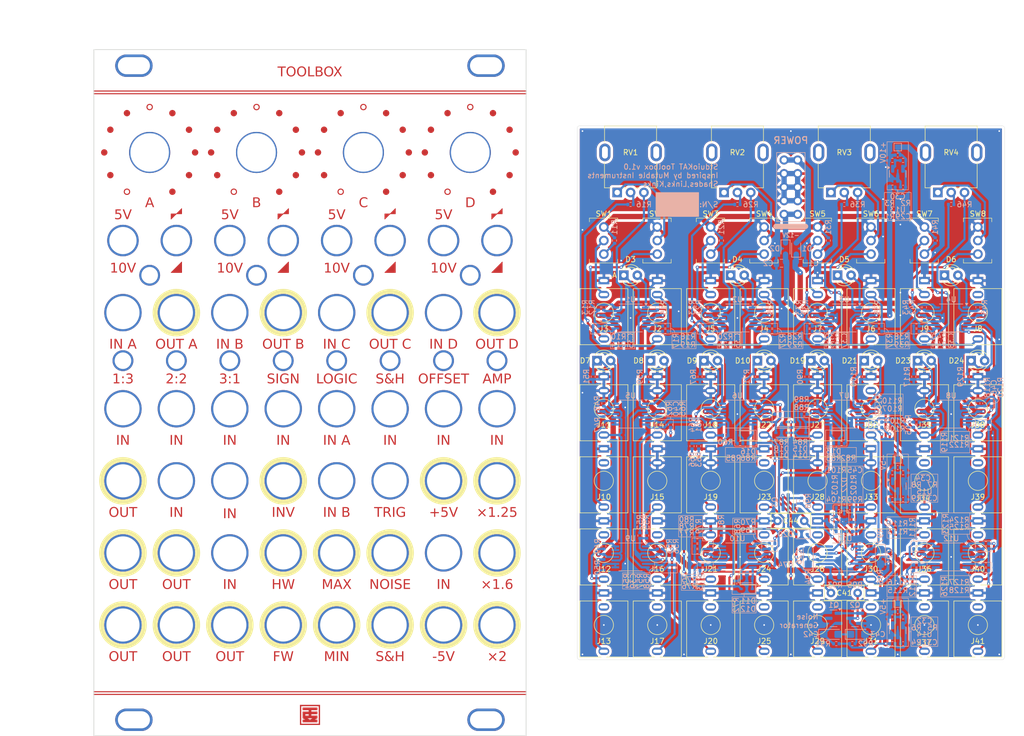
<source format=kicad_pcb>
(kicad_pcb (version 20240108) (generator "pcbnew") (generator_version "8.0")
  (layers (0 "F.Cu" signal) (31 "B.Cu" signal) (34 "B.Paste" user) (35 "F.Paste" user) (36 "B.SilkS" user "B.Silkscreen") (37 "F.SilkS" user "F.Silkscreen") (38 "B.Mask" user) (39 "F.Mask" user) (44 "Edge.Cuts" user))
  (net 0 "")
  (net 1 "+12V")
  (net 2 "GND")
  (net 3 "-12V")
  (net 4 "VREF_+10")
  (net 5 "VREF_+5")
  (net 6 "VREF_-5")
  (net 7 "Net-(C35-Pad2)")
  (net 8 "Net-(C36-Pad2)")
  (net 9 "Net-(U6C--)")
  (net 10 "Net-(U6D-+)")
  (net 11 "Net-(C42-Pad2)")
  (net 12 "Net-(Q2-C)")
  (net 13 "Net-(Q1-E)")
  (net 14 "Net-(Q3-S)")
  (net 15 "Net-(D1-A)")
  (net 16 "Net-(D2-K)")
  (net 17 "Net-(D3-AK)")
  (net 18 "Net-(D3-KA)")
  (net 19 "Net-(D4-AK)")
  (net 20 "Net-(D4-KA)")
  (net 21 "Net-(D5-KA)")
  (net 22 "Net-(D5-AK)")
  (net 23 "Net-(D6-AK)")
  (net 24 "Net-(D6-KA)")
  (net 25 "Net-(D7-AK)")
  (net 26 "Net-(D7-KA)")
  (net 27 "Net-(D8-AK)")
  (net 28 "Net-(D8-KA)")
  (net 29 "Net-(D9-KA)")
  (net 30 "Net-(D9-AK)")
  (net 31 "Net-(D10-AK)")
  (net 32 "Net-(D13-A)")
  (net 33 "Net-(D13-K)")
  (net 34 "Net-(D14-A)")
  (net 35 "Net-(C45-Pad1)")
  (net 36 "Net-(D15-A)")
  (net 37 "Net-(D16-A)")
  (net 38 "Net-(D16-K)")
  (net 39 "Net-(D17-A)")
  (net 40 "Net-(D11-A)")
  (net 41 "Net-(D11-K)")
  (net 42 "Net-(D21-AK)")
  (net 43 "Net-(D21-KA)")
  (net 44 "Net-(D12-A)")
  (net 45 "Net-(D22-K)")
  (net 46 "Net-(D23-KA)")
  (net 47 "Net-(D23-AK)")
  (net 48 "Net-(U1A-+)")
  (net 49 "Net-(J2-PadTN)")
  (net 50 "Net-(SW1-B)")
  (net 51 "Net-(J3-PadT)")
  (net 52 "Net-(U2A-+)")
  (net 53 "Net-(J4-PadTN)")
  (net 54 "Net-(J5-PadT)")
  (net 55 "Net-(SW3-B)")
  (net 56 "Net-(U3A-+)")
  (net 57 "Net-(J6-PadTN)")
  (net 58 "Net-(J7-PadT)")
  (net 59 "Net-(SW5-B)")
  (net 60 "Net-(U4A-+)")
  (net 62 "Net-(J9-PadT)")
  (net 63 "Net-(SW7-B)")
  (net 64 "Net-(J10-PadT)")
  (net 66 "Net-(U5A-+)")
  (net 67 "Net-(J12-PadT)")
  (net 69 "Net-(J13-PadT)")
  (net 71 "Net-(J14-PadT)")
  (net 72 "Net-(J15-PadT)")
  (net 74 "Net-(J16-PadT)")
  (net 76 "Net-(J17-PadT)")
  (net 77 "Net-(J18-PadT)")
  (net 78 "Net-(J19-PadT)")
  (net 79 "Net-(J20-PadT)")
  (net 81 "Net-(J21-PadT)")
  (net 82 "Net-(D14-K)")
  (net 83 "Net-(D19-AK)")
  (net 84 "Net-(J24-PadT)")
  (net 85 "Net-(D19-KA)")
  (net 86 "Net-(J25-PadT)")
  (net 88 "Net-(D20-A)")
  (net 89 "Net-(D24-KA)")
  (net 90 "Net-(D24-AK)")
  (net 92 "Net-(J29-PadT)")
  (net 94 "Net-(J31-PadT)")
  (net 95 "Net-(U6A-+)")
  (net 96 "Net-(J23-PadT)")
  (net 99 "Net-(J34-PadT)")
  (net 100 "Net-(J37-PadT)")
  (net 103 "Net-(J26-PadT)")
  (net 105 "Net-(J39-PadT)")
  (net 106 "Net-(Q1-B)")
  (net 108 "Net-(Q3-D)")
  (net 109 "Net-(U13-REF)")
  (net 110 "Net-(U14-REF)")
  (net 111 "Net-(U15-REF)")
  (net 112 "Net-(U1D--)")
  (net 113 "Net-(R16-Pad2)")
  (net 114 "Net-(R17-Pad2)")
  (net 115 "Net-(U1B--)")
  (net 116 "Net-(U2D--)")
  (net 117 "Net-(R26-Pad2)")
  (net 118 "Net-(U2B--)")
  (net 119 "Net-(R27-Pad2)")
  (net 120 "Net-(U3D--)")
  (net 121 "Net-(R36-Pad2)")
  (net 122 "Net-(R37-Pad2)")
  (net 123 "Net-(U3B--)")
  (net 124 "Net-(U4D--)")
  (net 125 "Net-(R46-Pad2)")
  (net 126 "Net-(U5B--)")
  (net 127 "Net-(U5C--)")
  (net 129 "Net-(R53-Pad2)")
  (net 130 "Net-(R61-Pad2)")
  (net 131 "Net-(J30-PadT)")
  (net 132 "Net-(R68-Pad2)")
  (net 134 "Net-(U9C--)")
  (net 135 "Net-(U8D-+)")
  (net 136 "Net-(J36-PadTN)")
  (net 137 "Net-(U9B--)")
  (net 138 "Net-(J36-PadT)")
  (net 139 "Net-(U4B-+)")
  (net 140 "Net-(J40-PadT)")
  (net 142 "Net-(J41-PadT)")
  (net 144 "Net-(U9D--)")
  (net 145 "Net-(U9A--)")
  (net 146 "Net-(SW2-B)")
  (net 147 "Net-(SW4-B)")
  (net 148 "Net-(SW6-B)")
  (net 149 "Net-(SW8-B)")
  (net 150 "Net-(C37-Pad2)")
  (net 151 "Net-(C38-Pad2)")
  (net 152 "Net-(U7D-+)")
  (net 153 "Net-(C41-Pad2)")
  (net 154 "Net-(D10-KA)")
  (net 155 "Net-(U5C-+)")
  (net 156 "Net-(R73-Pad2)")
  (net 157 "Net-(R79-Pad2)")
  (net 158 "Net-(R105-Pad2)")
  (net 159 "Net-(SW2-C)")
  (net 160 "Net-(SW4-C)")
  (net 161 "Net-(SW6-C)")
  (net 162 "Net-(SW8-C)")
  (net 163 "Net-(SW1-C)")
  (net 164 "Net-(R12-Pad2)")
  (net 165 "Net-(SW3-C)")
  (net 166 "Net-(R22-Pad2)")
  (net 167 "Net-(SW5-C)")
  (net 168 "Net-(R32-Pad2)")
  (net 169 "Net-(SW7-C)")
  (net 170 "Net-(R42-Pad2)")
  (net 171 "Net-(R93-Pad2)")
  (net 172 "Net-(R111-Pad2)")
  (net 173 "Net-(R112-Pad2)")
  (net 174 "Net-(R119-Pad2)")
  (net 175 "Net-(R123-Pad2)")
  (net 176 "Net-(R126-Pad2)")
  (net 177 "Net-(U8A--)")
  (net 178 "Net-(D20-K)")
  (net 179 "Net-(U11A-+)")
  (net 180 "Net-(U10A--)")
  (net 181 "Net-(U10C--)")
  (net 182 "Net-(U10D--)")
  (net 183 "Net-(U11C--)")
  (net 184 "Net-(U11D--)")
  (net 185 "Net-(U11B--)")
  (net 186 "Net-(U11D-+)")
  (net 187 "Net-(U8C--)")
  (net 188 "Net-(U7B--)")
  (net 189 "Net-(U12D--)")
  (net 190 "Net-(U12C--)")
  (net 191 "Net-(U8B--)")
  (net 192 "Net-(U12A--)")
  (net 193 "Net-(U12B--)")
  (net 194 "Net-(C46-Pad2)")
  (footprint "kat_eurorack:PH_LED_3.0mm" (layer "F.Cu") (at 85 87.75)
    (property "Reference" "H28")
    (property "Value" "PH_LED" (hide yes))
  )
  (footprint "kat_eurorack:AudioJack_PJ301M-12" (layer "F.Cu") (at 195 78.75)
    (property "Reference" "J7")
    (property "Value" "IN_3")
  )
  (footprint "LED_THT:LED_D3.0mm" (layer "F.Cu") (at 223.73 87.75)
    (property "Reference" "D24")
    (property "Value" "LED_Dual_Bidirectional")
  )
  (footprint "kat_eurorack:PH_AudioJack_3.5mm" (layer "F.Cu") (at 115 123.75)
    (property "Reference" "H55")
    (property "Value" "PH_Audio" (hide yes))
  )
  (footprint "kat_eurorack:PH_AudioJack_3.5mm" (layer "F.Cu") (at 65 123.75)
    (property "Reference" "H50")
    (property "Value" "PH_Audio" (hide yes))
  )
  (footprint "kat_eurorack:AudioJack_PJ301M-12" (layer "F.Cu") (at 225 137.25)
    (property "Reference" "J41")
    (property "Value" "OUT_x2")
  )
  (footprint "kat_eurorack:PH_LED_3.0mm" (layer "F.Cu") (at 75 87.75)
    (property "Reference" "H27")
    (property "Value" "PH_LED" (hide yes))
  )
  (footprint "kat_eurorack:AudioJack_PJ301M-12" (layer "F.Cu") (at 205 78.75)
    (property "Reference" "J6")
    (property "Value" "OUT_3")
  )
  (footprint "kat_eurorack:PH_AudioJack_3.5mm" (layer "F.Cu") (at 135 96.75)
    (property "Reference" "H41")
    (property "Value" "PH_Audio" (hide yes))
  )
  (footprint "kat_eurorack:PH_AudioJack_3.5mm" (layer "F.Cu") (at 65 110.25)
    (property "Reference" "H42")
    (property "Value" "PH_Audio" (hide yes))
  )
  (footprint "kat_eurorack:AudioJack_PJ301M-12" (layer "F.Cu") (at 205 96.75)
    (property "Reference" "J32")
    (property "Value" "Kinks_S&H_IN")
  )
  (footprint "Capacitor_THT:C_Rect_L7.2mm_W2.5mm_P5.00mm_FKS2_FKP2_MKS2_MKP2" (layer "F.Cu") (at 192.5 117.75 180)
    (property "Reference" "C44")
    (property "Value" "10n")
  )
  (footprint "LED_THT:LED_D3.0mm" (layer "F.Cu") (at 178.73 71.75)
    (property "Reference" "D4")
    (property "Value" "LED_Dual_Bidirectional")
  )
  (footprint "kat_eurorack:AudioJack_PJ301M-12" (layer "F.Cu") (at 175 78.75)
    (property "Reference" "J5")
    (property "Value" "IN_2")
  )
  (footprint "kat_eurorack:PH_AudioJack_3.5mm" (layer "F.Cu") (at 65 137.25)
    (property "Reference" "H58")
    (property "Value" "PH_Audio" (hide yes))
  )
  (footprint "kat_eurorack:AudioJack_PJ301M-12" (layer "F.Cu") (at 175 96.75)
    (property "Reference" "J18")
    (property "Value" "Links_3to1_IN1")
  )
  (footprint "kat_eurorack:PH_AudioJack_3.5mm" (layer "F.Cu") (at 95 110.25)
    (property "Reference" "H45")
    (property "Value" "PH_Audio" (hide yes))
  )
  (footprint "LED_THT:LED_D3.0mm" (layer "F.Cu") (at 218.73 71.75)
    (property "Reference" "D6")
    (property "Value" "LED_Dual_Bidirectional")
  )
  (footprint "kat_eurorack:PH_AudioJack_3.5mm" (layer "F.Cu") (at 115 110.25)
    (property "Reference" "H47")
    (property "Value" "PH_Audio" (hide yes))
  )
  (footprint "kat_eurorack:AudioJack_PJ301M-12" (layer "F.Cu") (at 215 96.75)
    (property "Reference" "J35")
    (property "Value" "IN_±5V")
  )
  (footprint "kat_eurorack:PH_LED_3.0mm" (layer "F.Cu") (at 110 71.75)
    (property "Reference" "H16")
    (property "Value" "PH_LED" (hide yes))
  )
  (footprint "kat_eurorack:PH_AudioJack_3.5mm" (layer "F.Cu") (at 135 137.25)
    (property "Reference" "H65")
    (property "Value" "PH_Audio" (hide yes))
  )
  (footprint "kat_eurorack:PH_AudioJack_3.5mm" (layer "F.Cu") (at 95 96.75)
    (property "Reference" "H37")
    (property "Value" "PH_Audio" (hide yes))
  )
  (footprint "kat_eurorack:PH_AudioJack_3.5mm" (layer "F.Cu") (at 115 137.25)
    (property "Reference" "H63")
    (property "Value" "PH_Audio" (hide yes))
  )
  (footprint "kat_eurorack:PH_RK097_15mmKnob_BI_UNI" (layer "F.Cu") (at 130 48.75)
    (property "Reference" "H5" (hide yes))
    (property "Value" "PH_Pot" (hide yes))
  )
  (footprint "kat_eurorack:AudioJack_PJ301M-12" (layer "F.Cu") (at 195 110.25)
    (property "Reference" "J28")
    (property "Value" "Kinks_IN_B")
  )
  (footprint "kat_eurorack:PH_AudioJack_3.5mm" (layer "F.Cu") (at 85 123.75)
    (property "Reference" "H52")
    (property "Value" "PH_Audio" (hide yes))
  )
  (footprint "kat_eurorack:AudioJack_PJ301M-12" (layer "F.Cu") (at 225 96.75)
    (property "Reference" "J38")
    (property "Value" "IN")
  )
  (footprint "kat_eurorack:PH_AudioJack_3.5mm" (layer "F.Cu") (at 85 110.25)
    (property "Reference" "H44")
    (property "Value" "PH_Audio" (hide yes))
  )
  (footprint "kat_eurorack:AudioJack_PJ301M-12" (layer "F.Cu") (at 155 96.75)
    (property "Reference" "J11")
    (property "Value" "Links_1to3_IN")
  )
  (footprint "kat_eurorack:PH_AudioJack_3.5mm" (layer "F.Cu") (at 125 110.25)
    (property "Reference" "H48")
    (property "Value" "PH_Audio" (hide yes))
  )
  (footprint "kat_eurorack:ToggleSwitch_2MS1-T2-B4-M2-Q-E-S" (layer "F.Cu") (at 155 65.25)
    (property "Reference" "SW1")
    (property "Value" "SW_SPDT" (hide yes))
  )
  (footprint "kat_eurorack:PH_AudioJack_3.5mm" (layer "F.Cu") (at 115 78.75)
    (property "Reference" "H23")
    (property "Value" "PH_Audio" (hide yes))
  )
  (footprint "kat_eurorack:PH_AudioJack_3.5mm" (layer "F.Cu") (at 135 123.75)
    (property "Reference" "H57")
    (property "Value" "PH_Audio" (hide yes))
  )
  (footprint "kat_eurorack:PH_AudioJack_3.5mm" (layer "F.Cu") (at 105 123.75)
    (property "Reference" "H54")
    (property "Value" "PH_Audio" (hide yes))
  )
  (footprint "LED_THT:LED_D3.0mm" (layer "F.Cu") (at 158.73 71.75)
    (property "Reference" "D3")
    (property "Value" "LED_Dual_Bidirectional")
  )
  (footprint "kat_eurorack:PH_AudioJack_3.5mm" (layer "F.Cu") (at 95 123.75)
    (property "Reference" "H53")
    (property "Value" "PH_Audio" (hide yes))
  )
  (footprint "Capacitor_THT:C_Rect_L7.2mm_W2.5mm_P5.00mm_FKS2_FKP2_MKS2_MKP2" (layer "F.Cu") (at 202.5 131.25 180)
    (property "Reference" "C41")
    (property "Value" "100nF")
  )
  (footprint "LED_THT:LED_D3.0mm" (layer "F.Cu") (at 213.73 87.75)
    (property "Reference" "D23")
    (property "Value" "LED_Dual_Bidirectional")
  )
  (footprint "kat_eurorack:AudioJack_PJ301M-12" (layer "F.Cu") (at 175 123.75)
    (property "Reference" "J21")
    (property "Value" "Links_3to1_IN3")
  )
  (footprint "kat_eurorack:PH_LED_3.0mm" (layer "F.Cu") (at 90 71.75)
    (property "Reference" "H15")
    (property "Value" "PH_LED" (hide yes))
  )
  (footprint "kat_eurorack:ToggleSwitch_2MS1-T2-B4-M2-Q-E-S" (layer "F.Cu") (at 205 65.25)
    (property "Reference" "SW6")
    (property "Value" "SW_SPDT" (hide yes))
  )
  (footprint "kat_eurorack:AudioJack_PJ301M-12" (layer "F.Cu") (at 165 78.75)
    (property "Reference" "J2")
    (property "Value" "OUT_1")
  )
  (footprint "kat_eurorack:AudioJack_PJ301M-12" (layer "F.Cu") (at 195 96.75)
    (property "Reference" "J27")
    (property "Value" "Kinks_IN_A")
  )
  (footprint "kat_eurorack:PH_ToggleSwitch_5.1mm" (layer "F.Cu") (at 75 65.25)
    (property "Reference" "H7" (hide yes))
    (property "Value" "PH_SW")
  )
  (footprint "kat_eurorack:AudioJack_PJ301M-12" (layer "F.Cu") (at 205 110.25)
    (property "Reference" "J33")
    (property "Value" "Kinks_S&H_TRIG")
  )
  (footprint "kat_eurorack:PH_AudioJack_3.5mm" (layer "F.Cu") (at 75 137.25)
    (property "Reference" "H59")
    (property "Value" "PH_Audio" (hide yes))
  )
  (footprint "kat_eurorack:Potentiometer_RV09" (layer "F.Cu") (at 160 48.75)
    (property "Reference" "RV1")
    (property "Value" "B10K")
  )
  (footprint "kat_eurorack:PH_AudioJack_3.5mm" (layer "F.Cu") (at 105 110.25)
    (property "Reference" "H46")
    (property "Value" "PH_Audio" (hide yes))
  )
  (footprint "kat_eurorack:PH_LED_3.0mm" (layer "F.Cu") (at 70 71.75)
    (property "Reference" "H14")
    (property "Value" "PH_LED" (hide yes))
  )
  (footprint "kat_eurorack:PH_ToggleSwitch_5.1mm" (layer "F.Cu") (at 105 65.25)
    (property "Reference" "H10" (hide yes))
    (property "Value" "PH_SW")
  )
  (footprint "kat_eurorack:PH_RK097_15mmKnob_BI_UNI" (layer "F.Cu") (at 110 48.75)
    (property "Reference" "H4" (hide yes))
    (property "Value" "PH_Pot" (hide yes))
  )
  (footprint "LED_THT:LED_D3.0mm" (layer "F.Cu") (at 193.73 87.75)
    (property "Reference" "D19")
    (property "Value" "LED_Dual_Bidirectional")
  )
  (footprint "kat_eurorack:PH_LED_3.0mm" (layer "F.Cu") (at 130 71.75)
    (property "Reference" "H17")
    (property "Value" "PH_LED" (hide yes))
  )
  (footprint "kat_eurorack:PH_AudioJack_3.5mm" (layer "F.Cu") (at 85 137.25)
    (property "Reference" "H60")
    (property "Value" "PH_Audio" (hide yes))
  )
  (footprint "kat_eurorack:AudioJack_PJ301M-12" (layer "F.Cu") (at 165 96.75)
    (property "Reference" "J14")
    (property "Value" "Links_2to2_IN1")
  )
  (footprint "kat_eurorack:AudioJack_PJ301M-12" (layer "F.Cu") (at 185 123.75)
    (property "Reference" "J24")
    (property "Value" "Kinks_OUT_HW")
  )
  (footprint "kat_eurorack:AudioJack_PJ301M-12" (layer "F.Cu") (at 155 123.75)
    (property "Reference" "J12")
    (property "Value" "Links_1to3_OUT2")
  )
  (footprint "kat_eurorack:PH_AudioJack_3.5mm" (layer "F.Cu") (at 65 78.75)
    (property "Reference" "H18")
    (property "Value" "PH_Audio" (hide yes))
  )
  (footprint "kat_eurorack:PH_AudioJack_3.5mm" (layer "F.Cu") (at 135 110.25)
    (property "Reference" "H49")
    (property "Value" "PH_Audio" (hide yes))
  )
  (footprint "LED_THT:LED_D3.0mm" (layer "F.Cu") (at 173.73 87.75)
    (property "Reference" "D9")
    (property "Value" "LED_Dual_Bidirectional")
  )
  (footprint "kat_eurorack:ToggleSwitch_2MS1-T2-B4-M2-Q-E-S" (layer "F.Cu") (at 165 65.25)
    (property "Reference" "SW2")
    (property "Value" "SW_SPDT" (hide yes))
  )
  (footprint "kat_eurorack:PH_ToggleSwitch_5.1mm" (layer "F.Cu") (at 125 65.25)
    (property "Reference" "H12" (hide yes))
    (property "Value" "PH_SW")
  )
  (footprint "kat_eurorack:PH_AudioJack_3.5mm" (layer "F.Cu") (at 125 137.25)
    (property "Reference" "H64")
    (property "Value" "PH_Audio" (hide yes))
  )
  (footprint "kat_eurorack:PH_AudioJack_3.5mm" (layer "F.Cu") (at 75 96.75)
    (property "Reference" "H35")
    (property "Value" "PH_Audio" (hide yes))
  )
  (footprint "kat_eurorack:AudioJack_PJ301M-12" (layer "F.Cu") (at 175 137.25)
    (property "Reference" "J20")
    (property "Value" "Links_3to1_OUT")
  )
  (footprint "kat_eurorack:PH_AudioJack_3.5mm" (layer "F.Cu") (at 105 96.75)
    (property "Reference" "H38")
    (property "Value" "PH_Audio" (hide yes))
  )
  (footprint "kat_eurorack:PH_LED_3.0mm" (layer "F.Cu") (at 65 87.75)
    (property "Reference" "H26")
    (property "Value" "PH_LED" (hide yes))
  )
  (footprint "kat_eurorack:PH_AudioJack_3.5mm" (layer "F.Cu") (at 65 96.75)
    (property "Reference" "H34")
    (property "Value" "PH_Audio" (hide yes))
  )
  (footprint "kat_eurorack:ToggleSwitch_2MS1-T2-B4-M2-Q-E-S" (layer "F.Cu") (at 175 65.25)
    (property "Reference" "SW3")
    (property "Value" "SW_SPDT" (hide yes))
  )
  (footprint "kat_eurorack:PH_RK097_15mmKnob_BI_UNI" (layer "F.Cu") (at 90 48.75)
    (property "Reference" "H3" (hide yes))
    (property "Value" "PH_Pot" (hide yes))
  )
  (footprint "kat_eurorack:PH_ToggleSwitch_5.1mm" (layer "F.Cu") (at 65 65.25)
    (property "Reference" "H6" (hide yes))
    (property "Value" "PH_SW")
  )
  (footprint "kat_eurorack:AudioJack_PJ301M-12" (layer "F.Cu") (at 205 123.75)
    (property "Reference" "J30")
    (property "Value" "Kinks_OUT_Noise")
  )
  (footprint "kat_eurorack:PH_AudioJack_3.5mm" (layer "F.Cu") (at 85 96.75)
    (property "Reference" "H36")
    (property "Value" "PH_Audio" (hide yes))
  )
  (footprint "kat_eurorack:ToggleSwitch_2MS1-T2-B4-M2-Q-E-S" (layer "F.Cu") (at 185 65.25)
    (property "Reference" "SW4")
    (property "Value" "SW_SPDT" (hide yes))
  )
  (footprint "kat_eurorack:AudioJack_PJ301M-12" (layer "F.Cu") (at 215 110.25)
    (property "Reference" "J34")
    (property "Value" "OUT_+10V")
  )
  (footprint "kat_eurorack:PH_LED_3.0mm" (layer "F.Cu") (at 105 87.75)
    (property "Reference" "H30")
    (property "Value" "PH_LED" (hide yes))
  )
  (footprint "kat_eurorack:AudioJack_PJ301M-12" (layer "F.Cu") (at 215 123.75)
    (property "Reference" "J36")
    (property "Value" "IN_+10V")
  )
  (footprint "kat_eurorack:PH_ToggleSwitch_5.1mm" (layer "F.Cu") (at 85 65.25)
    (property "Reference" "H8" (hide yes))
    (property "Value" "PH_SW")
  )
  (footprint "kat_eurorack:Potentiometer_RV09" (layer "F.Cu") (at 180 48.75)
    (property "Reference" "RV2")
    (property "Value" "B10K")
  )
  (footprint "kat_eurorack:AudioJack_PJ301M-12" (layer "F.Cu") (at 205 137.25)
    (property "Reference" "J31")
    (property "Value" "Kinks_OUT_S&H")
  )
  (footprint "kat_eurorack:PH_ToggleSwitch_5.1mm" (layer "F.Cu") (at 95 65.25)
    (property "Reference" "H9" (hide yes))
    (property "Value" "PH_SW")
  )
  (footprint "kat_eurorack:AudioJack_PJ301M-12" (layer "F.Cu") (at 215 78.75)
    (property "Reference" "J9")
    (property "Value" "IN_4")
  )
  (footprint "kat_eurorack:PH_AudioJack_3.5mm" (layer "F.Cu") (at 85 78.75)
    (property "Reference" "H20")
    (property "Value" "PH_Audio" (hide yes))
  )
  (footprint "kat_eurorack:AudioJack_PJ301M-12" (layer "F.Cu") (at 175 110.25)
    (property "Reference" "J19")
    (property "Value" "Links_3to1_IN2")
  )
  (footprint "kat_eurorack:AudioJack_PJ301M-12" (layer "F.Cu") (at 215 137.25)
    (property "Reference" "J37")
    (property "Value" "OUT_±5V")
  )
  (footprint "kat_eurorack:PH_AudioJack_3.5mm" (layer "F.Cu") (at 105 137.25)
    (property "Reference" "H62")
    (property "Value" "PH_Audio" (hide yes))
  )
  (footprint "kat_eurorack:Potentiometer_RV09" (layer "F.Cu") (at 200 48.75)
    (property "Reference" "RV3")
    (property "Value" "B10K")
  )
  (footprint "kat_eurorack:PH_AudioJack_3.5mm" (layer "F.Cu") (at 95 78.75)
    (property "Reference" "H21")
    (property "Value" "PH_Audio" (hide yes))
  )
  (footprint "kat_eurorack:PH_AudioJack_3.5mm" (layer "F.Cu") (at 95 137.25)
    (property "Reference" "H61")
    (property "Value" "PH_Audio" (hide yes))
  )
  (footprint "kat_eurorack:PH_ToggleSwitch_5.1mm" (layer "F.Cu") (at 135 65.25)
    (property "Reference" "H13" (hide yes))
    (property "Value" "PH_SW")
  )
  (footprint "kat_eurorack:AudioJack_PJ301M-12" (layer "F.Cu") (at 155 110.25)
    (property "Reference" "J10")
    (property "Value" "Links_1to3_OUT1")
  )
  (footprint "LED_THT:LED_D3.0mm" (layer "F.Cu") (at 203.73 87.75)
    (property "Reference" "D21")
    (property "Value" "LED_Dual_Bidirectional")
  )
  (footprint "LED_THT:LED_D3.0mm" (layer "F.Cu") (at 183.73 87.75)
    (property "Reference" "D10")
    (property "Value" "LED_Dual_Bidirectional")
  )
  (footprint "kat_eurorack:PH_AudioJack_3.5mm" (layer "F.Cu") (at 75 110.25)
    (property "Reference" "H43")
    (property "Value" "PH_Audio" (hide yes))
  )
  (footprint "kat_eurorack:PH_AudioJack_3.5mm" (layer "F.Cu") (at 75 78.75)
    (property "Reference" "H19")
    (property "Value" "PH_Audio" (hide yes))
  )
  (footprint "kat_eurorack:AudioJack_PJ301M-12" (layer "F.Cu") (at 225 123.75)
    (property "Reference" "J40")
    (property "Value" "OUT_x1.6")
  )
  (footprint "kat_eurorack:ToggleSwitch_2MS1-T2-B4-M2-Q-E-S" (layer "F.Cu") (at 195 65.25)
    (property "Reference" "SW5")
    (property "Value" "SW_SPDT" (hide yes))
  )
  (footprint "kat_eurorack:AudioJack_PJ301M-12" (layer "F.Cu") (at 185 96.75)
    (property "Reference" "J22")
    (property "Value" "Kinks_IN")
  )
  (footprint "kat_eurorack:AudioJack_PJ301M-12" (layer "F.Cu") (at 185 78.75)
    (property "Reference" "J4")
    (property "Value" "OUT_2")
  )
  (footprint "kat_eurorack:PH_LED_3.0mm" (layer "F.Cu") (at 125 87.75)
    (property "Reference" "H32")
    (property "Value" "PH_LED" (hide yes))
  )
  (footprint "kat_eurorack:PH_LED_3.0mm" (layer "F.Cu") (at 115 87.75)
    (property "Reference" "H31")
    (property "Value" "PH_LED" (hide yes))
  )
  (footprint "kat_eurorack:PH_AudioJack_3.5mm" (layer "F.Cu") (at 105 78.75)
    (property "Reference" "H22")
    (property "Value" "PH_Audio" (hide yes))
  )
  (footprint "kat_eurorack:PH_AudioJack_3.5mm" (layer "F.Cu") (at 75 123.75)
    (property "Reference" "H51")
    (property "Value" "PH_Audio" (hide yes))
  )
  (footprint "kat_eurorack:PH_AudioJack_3.5mm" (layer "F.Cu") (at 125 96.75)
    (property "Reference" "H40")
    (property "Value" "PH_Audio" (hide yes))
  )
  (footprint "kat_eurorack:Panel_16HP" (layer "F.Cu") (at 59.55 29.5)
    (property "Reference" "H1")
    (property "Value" "Panel")
    (fp_line (start 0 0) (end 80.9 0) (stroke (width 0.12)) (layer "Edge.Cuts"))
    (fp_line (start 0 128.5) (end 0 0) (stroke (width 0.12)) (layer "Edge.Cuts"))
    (fp_line (start 80.9 0) (end 80.9 128.5) (stroke (width 0.12)) (layer "Edge.Cuts"))
    (fp_line (start 80.9 128.5) (end 0 128.5) (stroke (width 0.12)) (layer "Edge.Cuts"))
  )
  (footprint "kat_eurorack:PH_AudioJack_3.5mm" (layer "F.Cu") (at 115 96.75)
    (property "Reference" "H39")
    (property "Value" "PH_Audio" (hide yes))
  )
  (footprint "kat_eurorack:PH_AudioJack_3.5mm" (layer "F.Cu") (at 125 123.75)
    (property "Reference" "H56")
    (property "Value" "PH_Audio" (hide yes))
  )
  (footprint "kat_eurorack:AudioJack_PJ301M-12" (layer "F.Cu") (at 155 137.25)
    (property "Reference" "J13")
    (property "Value" "Links_1to3_OUT3")
  )
  (footprint "LED_THT:LED_D3.0mm" (layer "F.Cu") (at 198.73 71.75)
    (property "Reference" "D5")
    (property "Value" "LED_Dual_Bidirectional")
  )
  (footprint "kat_eurorack:Potentiometer_RV09" (layer "F.Cu") (at 220 48.75)
    (property "Reference" "RV4")
    (property "Value" "B10K")
  )
  (footprint "kat_eurorack:AudioJack_PJ301M-12" (layer "F.Cu") (at 165 123.75)
    (property "Reference" "J16")
    (property "Value" "Links_2to2_OUT1")
  )
  (footprint "kat_eurorack:AudioJack_PJ301M-12" (layer "F.Cu") (at 195 123.75)
    (property "Reference" "J26")
    (property "Value" "Kinks_OUT_MAX")
  )
  (footprint "kat_eurorack:PH_AudioJack_3.5mm" (layer "F.Cu") (at 125 78.75)
    (property "Reference" "H24")
    (property "Value" "PH_Audio" (hide yes))
  )
  (footprint "kat_eurorack:PH_LED_3.0mm" (layer "F.Cu") (at 95 87.75)
    (property "Reference" "H29")
    (property "Value" "PH_LED" (hide yes))
  )
  (footprint "kat_eurorack:AudioJack_PJ301M-12" (layer "F.Cu") (at 185 137.25)
    (property "Reference" "J25")
    (property "Value" "Kinks_OUT_FW")
  )
  (footprint "kat_eurorack:AudioJack_PJ301M-12" (layer "F.Cu") (at 195 137.25)
    (property "Reference" "J29")
    (property "Value" "Kinks_OUT_MIN")
  )
  (footprint "kat_eurorack:AudioJack_PJ301M-12" (layer "F.Cu") (at 225 110.25)
    (property "Reference" "J39")
    (property "Value" "OUT_x1.25")
  )
  (footprint "kat_eurorack:AudioJack_PJ301M-12" (layer "F.Cu") (at 225 78.75)
    (property "Reference" "J8")
    (property "Value" "OUT_4")
  )
  (footprint "kat_eurorack:PH_LED_3.0mm" (layer "F.Cu") (at 135 87.75)
    (property "Reference" "H33")
    (property "Value" "PH_LED" (hide yes))
  )
  (footprint "kat_eurorack:AudioJack_PJ301M-12" (layer "F.Cu") (at 185 110.25)
    (property "Reference" "J23")
    (property "Value" "Kinks_OUT_INV")
  )
  (footprint "LED_THT:LED_D3.0mm" (layer "F.Cu") (at 163.73 87.75)
    (property "Reference" "D8")
    (property "Value" "LED_Dual_Bidirectional")
  )
  (footprint "kat_eurorack:PH_AudioJack_3.5mm" (layer "F.Cu") (at 135 78.75)
    (property "Reference" "H25")
    (property "Value" "PH_Audio" (hide yes))
  )
  (footprint "kat_eurorack:PH_ToggleSwitch_5.1mm" (layer "F.Cu") (at 115 65.25)
    (property "Reference" "H11" (hide yes))
    (property "Value" "PH_SW")
  )
  (footprint "LED_THT:LED_D3.0mm" (layer "F.Cu") (at 153.73 87.75)
    (property "Reference" "D7")
    (property "Value" "LED_Dual_Bidirectional")
  )
  (footprint "kat_eurorack:AudioJack_PJ301M-12" (layer "F.Cu") (at 155 78.75)
    (property "Reference" "J3")
    (property "Value" "IN_1")
  )
  (footprint "kat_eurorack:AudioJack_PJ301M-12" (layer "F.Cu") (at 165 110.25)
    (property "Reference" "J15")
    (property "Value" "Links_2to2_IN2")
  )
  (footprint "kat_eurorack:ToggleSwitch_2MS1-T2-B4-M2-Q-E-S" (layer "F.Cu") (at 215 65.25)
    (property "Reference" "SW7")
    (property "Value" "SW_SPDT" (hide yes))
  )
  (footprint "kat_eurorack:ToggleSwitch_2MS1-T2-B4-M2-Q-E-S" (layer "F.Cu") (at 225 65.25)
    (property "Reference" "SW8")
    (property "Value" "SW_SPDT" (hide yes))
  )
  (footprint "kat_eurorack:PH_RK097_15mmKnob_BI_UNI" (layer "F.Cu") (at 70 48.75)
    (property "Reference" "H2" (hide yes))
    (property "Value" "PH_Pot" (hide yes))
  )
  (footprint "kat_eurorack:AudioJack_PJ301M-12" (layer "F.Cu") (at 165 137.25)
    (property "Reference" "J17")
    (property "Value" "Links_2to2_OUT2")
  )
  (footprint "Resistor_SMD:R_0402_1005Metric" (layer "B.Cu") (at 226.5 122)
    (property "Reference" "R125")
    (property "Value" "100R")
  )
  (footprint "Resistor_SMD:R_0402_1005Metric" (layer "B.Cu") (at 165 77.75 -90)
    (property "Reference" "R15")
    (property "Value" "1K")
  )
  (footprint "Resistor_SMD:R_0402_1005Metric" (layer "B.Cu") (at 203 90.75 90)
    (property "Reference" "R100")
    (property "Value" "1K")
  )
  (footprint "Resistor_SMD:R_0402_1005Metric" (layer "B.Cu") (at 225 95.75 90)
    (property "Reference" "R118")
    (property "Value" "100K")
  )
  (footprint "Resistor_SMD:R_0402_1005Metric" (layer "B.Cu") (at 153 90.75 90)
    (property "Reference" "R51")
    (property "Value" "1K")
  )
  (footprint "Resistor_SMD:R_0402_1005Metric" (layer "B.Cu") (at 215 99.75 -90)
    (property "Reference" "R105")
    (property "Value" "100K")
  )
  (footprint "Resistor_SMD:R_0402_1005Metric" (layer "B.Cu") (at 173 90.75 90)
    (property "Reference" "R67")
    (property "Value" "1K")
  )
  (footprint "Capacitor_SMD:C_0402_1005Metric" (layer "B.Cu") (at 185 124.5 -90)
    (property "Reference" "C20")
    (property "Value" "100nF")
  )
  (footprint "Resistor_SMD:R_0402_1005Metric" (layer "B.Cu") (at 200 58.5)
    (property "Reference" "R36")
    (property "Value" "100K")
  )
  (footprint "Package_SO:TSSOP-14_4.4x5mm_P0.65mm" (layer "B.Cu") (at 160 79.75 180)
    (property "Reference" "U1")
    (property "Value" "TL074")
  )
  (footprint "Package_SO:TSSOP-14_4.4x5mm_P0.65mm" (layer "B.Cu") (at 220 97.75 180)
    (property "Reference" "U8")
    (property "Value" "TL074")
  )
  (footprint "Resistor_SMD:R_0402_1005Metric" (layer "B.Cu") (at 205 77.75 -90)
    (property "Reference" "R35")
    (property "Value" "1K")
  )
  (footprint "Package_SO:TSSOP-14_4.4x5mm_P0.65mm" (layer "B.Cu") (at 180 79.75 180)
    (property "Reference" "U2")
    (property "Value" "TL074")
  )
  (footprint "Resistor_SMD:R_0402_1005Metric" (layer "B.Cu") (at 213.5 99.25)
    (property "Reference" "R108")
    (property "Value" "100K")
  )
  (footprint "Resistor_SMD:R_0402_1005Metric" (layer "B.Cu") (at 206.5 82.25)
    (property "Reference" "R39")
    (property "Value" "100K")
  )
  (footprint "Resistor_SMD:R_0402_1005Metric" (layer "B.Cu") (at 173.5 82.25 180)
    (property "Reference" "R24")
    (property "Value" "1K")
  )
  (footprint "Resistor_SMD:R_0402_1005Metric" (layer "B.Cu") (at 167.25 126.5 -90)
    (property "Reference" "R57")
    (property "Value" "100R")
  )
  (footprint "Resistor_SMD:R_0402_1005Metric" (layer "B.Cu") (at 213.5 127 180)
    (property "Reference" "R115")
    (property "Value" "100R")
  )
  (footprint "Resistor_SMD:R_0402_1005Metric" (layer "B.Cu") (at 226.5 123 180)
    (property "Reference" "R124")
    (property "Value" "75K")
  )
  (footprint "Resistor_SMD:R_0402_1005Metric" (layer "B.Cu") (at 177 65.25 -90)
    (property "Reference" "R21")
    (property "Value" "100K")
  )
  (footprint "kat_eurorack:PinHeader_2x05_2.54mm_Europower" (layer "B.Cu") (at 190 55.25 180)
    (property "Reference" "J1" (hide yes))
    (property "Value" "POWER")
  )
  (footprint "Capacitor_SMD:C_0402_1005Metric" (layer "B.Cu") (at 205 79.75 -90)
    (property "Reference" "C5")
    (property "Value" "100nF")
  )
  (footprint "Capacitor_SMD:C_0402_1005Metric" (layer "B.Cu") (at 175 124.5 90)
    (property "Reference" "C25")
    (property "Value" "100nF")
  )
  (footprint "Capacitor_SMD:C_0402_1005Metric" (layer "B.Cu") (at 165 124.5 -90)
    (property "Reference" "C19")
    (property "Value" "100nF")
  )
  (footprint "Resistor_SMD:R_0402_1005Metric" (layer "B.Cu") (at 225 122.5 90)
    (property "Reference" "R123")
    (property "Value" "120K")
  )
  (footprint "Resistor_SMD:R_0402_1005Metric" (layer "B.Cu") (at 155 95.75 90)
    (property "Reference" "R48")
    (property "Value" "10M")
  )
  (footprint "Resistor_SMD:R_0402_1005Metric" (layer "B.Cu") (at 227.5 95.75 90)
    (property "Reference" "R120")
    (property "Value" "100K")
  )
  (footprint "Capacitor_SMD:C_0402_1005Metric" (layer "B.Cu") (at 210 134.75 180)
    (property "Reference" "C32")
    (property "Value" "100nF")
  )
  (footprint "Capacitor_SMD:C_0402_1005Metric" (layer "B.Cu") (at 165 97.75 -90)
    (property "Reference" "C11")
    (property "Value" "100nF")
  )
  (footprint "Diode_SMD:D_SOD-323" (layer "B.Cu") (at 181.75 130.5 180)
    (property "Reference" "D12")
    (property "Value" "1N4148WS")
  )
  (footprint "Resistor_SMD:R_0402_1005Metric" (layer "B.Cu") (at 180 58.5)
    (property "Reference" "R26")
    (property "Value" "100K")
  )
  (footprint "Capacitor_SMD:C_0402_1005Metric" (layer "B.Cu") (at 211 140.75 180)
    (property "Reference" "C31")
    (property "Value" "100nF")
  )
  (footprint "Capacitor_SMD:C_0402_1005Metric" (layer "B.Cu") (at 215 97.75 90)
    (property "Reference" "C18")
    (property "Value" "100nF")
  )
  (footprint "Resistor_SMD:R_0402_1005Metric" (layer "B.Cu") (at 165 99.75 -90)
    (property "Reference" "R62")
    (property "Value" "100K")
  )
  (footprint "Resistor_SMD:R_0402_1005Metric" (layer "B.Cu") (at 175 122.5 90)
    (property "Reference" "R79")
    (property "Value" "200K")
  )
  (footprint "Resistor_SMD:R_0402_1005Metric" (layer "B.Cu") (at 180.5 103.25)
    (property "Reference" "R85")
    (property "Value" "220K")
  )
  (footprint "Resistor_SMD:R_0402_1005Metric" (layer "B.Cu") (at 153.5 82.25 180)
    (property "Reference" "R14")
    (property "Value" "1K")
  )
  (footprint "Resistor_SMD:R_0402_1005Metric" (layer "B.Cu") (at 186.5 126 180)
    (property "Reference" "R74")
    (property "Value" "200K")
  )
  (footprint "Resistor_SMD:R_0402_1005Metric" (layer "B.Cu") (at 194.5 96.25)
    (property "Reference" "R88")
    (property "Value" "1M")
  )
  (footprint "Diode_SMD:D_SOD-323" (layer "B.Cu") (at 188.25 99.25 180)
    (property "Reference" "D18")
    (property "Value" "1N4148WS")
  )
  (footprint "Resistor_SMD:R_0402_1005Metric" (layer "B.Cu") (at 183 90.75 90)
    (property "Reference" "R71")
    (property "Value" "1K")
  )
  (footprint "Resistor_SMD:R_0402_1005Metric" (layer "B.Cu") (at 199.5 103.25 180)
    (property "Reference" "R82")
    (property "Value" "220K")
  )
  (footprint "Diode_SMD:D_SOD-323" (layer "B.Cu") (at 189 66.75 -90)
    (property "Reference" "D2")
    (property "Value" "1N5819WS")
  )
  (footprint "Resistor_SMD:R_0402_1005Metric" (layer "B.Cu") (at 195 77.75 90)
    (property "Reference" "R32")
    (property "Value" "100K")
  )
  (footprint "Capacitor_SMD:C_0402_1005Metric" (layer "B.Cu") (at 215 79.75 90)
    (property "Reference" "C10")
    (property "Value" "100nF")
  )
  (footprint "Package_SO:TSSOP-14_4.4x5mm_P0.65mm" (layer "B.Cu") (at 200 79.75 180)
    (property "Reference" "U3")
    (property "Value" "TL074")
  )
  (footprint "Resistor_SMD:R_0402_1005Metric" (layer "B.Cu") (at 225 99.75 -90)
    (property "Reference" "R119")
    (property "Value" "150K")
  )
  (footprint "Diode_SMD:D_SOD-323" (layer "B.Cu") (at 191 66.75 90)
    (property "Reference" "D1")
    (property "Value" "1N5819WS")
  )
  (footprint "Resistor_SMD:R_0402_1005Metric" (layer "B.Cu") (at 211 108.75 180)
    (property "Reference" "R7")
    (property "Value" "10K")
  )
  (footprint "Resistor_SMD:R_0402_1005Metric" (layer "B.Cu") (at 201.5 140.75)
    (property "Reference" "R92")
    (property "Value" "4.7K")
  )
  (footprint "Diode_SMD:D_SOD-323" (layer "B.Cu") (at 181.5 101.75 180)
    (property "Reference" "D16")
    (property "Value" "1N4148WS")
  )
  (footprint "Capacitor_SMD:C_0402_1005Metric" (layer "B.Cu") (at 211 55.25 180)
    (property "Reference" "C29")
    (property "Value" "100nF")
  )
  (footprint "Capacitor_SMD:C_0402_1005Metric" (layer "B.Cu") (at 166 126.5 -90)
    (property "Reference" "C39")
    (property "Value" "10p")
  )
  (footprint "Resistor_SMD:R_0402_1005Metric" (layer "B.Cu") (at 217 65.25 -90)
    (property "Reference" "R41")
    (property "Value" "100K")
  )
  (footprint "Resistor_SMD:R_0402_1005Metric" (layer "B.Cu") (at 211 135.75 180)
    (property "Reference" "R5")
    (property "Value" "10K")
  )
  (footprint "Capacitor_SMD:C_0402_1005Metric" (layer "B.Cu") (at 195 81.73 -90)
    (property "Reference" "C37")
    (property "Value" "22p")
  )
  (footprint "Resistor_SMD:R_0402_1005Metric" (layer "B.Cu") (at 194.5 95.25)
    (property "Reference" "R89")
    (property "Value" "1M")
  )
  (footprint "Capacitor_SMD:C_0402_1005Metric" (layer "B.Cu") (at 226.25 95.75 90)
    (property "Reference" "C46")
    (property "Value" "10p")
  )
  (footprint "Capacitor_Tantalum_SMD:CP_EIA-3216-18_Kemet-A" (layer "B.Cu") (at 202.5 139)
    (property "Reference" "C43")
    (property "Value" "10u")
  )
  (footprint "Resistor_SMD:R_0402_1005Metric" (layer "B.Cu") (at 153.5 81.25 180)
    (property "Reference" "R10")
    (property "Value" "100K")
  )
  (footprint "Package_SO:TSSOP-14_4.4x5mm_P0.65mm" (layer "B.Cu") (at 200 124.5 180)
    (property "Reference" "U11")
    (property "Value" "TL074")
  )
  (footprint "Package_TO_SOT_SMD:SOT-23" (layer "B.Cu") (at 210 138.25 -90)
    (property "Reference" "U14")
    (property "Value" "CJ431")
  )
  (footprint "Resistor_SMD:R_0402_1005Metric" (layer "B.Cu") (at 205 126.5 -90)
    (property "Reference" "R96")
    (property "Value" "100R")
  )
  (footprint "Resistor_SMD:R_0402_1005Metric" (layer "B.Cu") (at 185 81.75 -90)
    (property "Reference" "R27")
    (property "Value" "100K")
  )
  (footprint "Resistor_SMD:R_0402_1005Metric" (layer "B.Cu") (at 172.75 103.75 90)
    (property "Reference" "R63")
    (property "Value" "100K")
  )
  (footprint "Resistor_SMD:R_0402_1005Metric" (layer "B.Cu") (at 197.5 103.25 180)
    (property "Reference" "R83")
    (property "Value" "100R")
  )
  (footprint "Package_SO:TSSOP-14_4.4x5mm_P0.65mm" (layer "B.Cu") (at 220 79.75 180)
    (property "Reference" "U4")
    (property "Value" "TL074")
  )
  (footprint "Resistor_SMD:R_0402_1005Metric" (layer "B.Cu") (at 179.5 129.5 -90)
    (property "Reference" "R72")
    (property "Value" "100K")
  )
  (footprint "Resistor_SMD:R_0402_1005Metric" (layer "B.Cu") (at 186.5 123 180)
    (property "Reference" "R69")
    (property "Value" "200K")
  )
  (footprint "Capacitor_SMD:C_0402_1005Metric" (layer "B.Cu") (at 185 79.75 -90)
    (property "Reference" "C4")
    (property "Value" "100nF")
  )
  (footprint "Capacitor_SMD:C_0402_1005Metric" (layer "B.Cu") (at 195 97.75 90)
    (property "Reference" "C17")
    (property "Value" "100nF")
  )
  (footprint "Resistor_SMD:R_0402_1005Metric" (layer "B.Cu") (at 226.5 126 180)
    (property "Reference" "R127")
    (property "Value" "49.9K")
  )
  (footprint "Package_TO_SOT_SMD:SOT-23" (layer "B.Cu") (at 198 136 180)
    (property "Reference" "Q1")
    (property "Value" "MMBT3904")
  )
  (footprint "Resistor_SMD:R_0402_1005Metric" (layer "B.Cu") (at 193.5 81.25 180)
    (property "Reference" "R30")
    (property "Value" "100K")
  )
  (footprint "TestPoint:TestPoint_Pad_1.0x1.0mm" (layer "B.Cu") (at 210 106.25 -90)
    (property "Reference" "TP3")
    (property "Value" "-5V_TP")
  )
  (footprint "Resistor_SMD:R_0402_1005Metric" (layer "B.Cu") (at 198.5 140.75 180)
    (property "Reference" "R91")
    (property "Value" "470K")
  )
  (footprint "Capacitor_SMD:C_0402_1005Metric" (layer "B.Cu") (at 225 97.75 -90)
    (property "Reference" "C14")
    (property "Value" "100nF")
  )
  (footprint "Package_SO:TSSOP-14_4.4x5mm_P0.65mm" (layer "B.Cu") (at 220 124.5 180)
    (property "Reference" "U12")
    (property "Value" "TL074")
  )
  (footprint "Resistor_SMD:R_0402_1005Metric" (layer "B.Cu") (at 192.5 97.75)
    (property "Reference" "R84")
    (property "Value" "220K")
  )
  (footprint "Diode_SMD:D_SOD-323" (layer "B.Cu") (at 188.25 101.25 180)
    (property "Reference" "D17")
    (property "Value" "1N4148WS")
  )
  (footprint "Resistor_SMD:R_0402_1005Metric" (layer "B.Cu") (at 177 120.5 90)
    (property "Reference" "R81")
    (property "Value" "100R")
  )
  (footprint "Package_TO_SOT_SMD:SOT-23" (layer "B.Cu") (at 210 52.75 -90)
    (property "Reference" "U13")
    (property "Value" "CJ431")
  )
  (footprint "Resistor_SMD:R_0402_1005Metric" (layer "B.Cu") (at 155 122.5 -90)
    (property "Reference" "R49")
    (property "Value" "100R")
  )
  (footprint "Resistor_SMD:R_0402_1005Metric" (layer "B.Cu") (at 175 77.75 90)
    (property "Reference" "R22")
    (property "Value" "100K")
  )
  (footprint "Capacitor_SMD:C_0402_1005Metric" (layer "B.Cu") (at 185 97.75 -90)
    (property "Reference" "C12")
    (property "Value" "100nF")
  )
  (footprint "Capacitor_SMD:C_0402_1005Metric" (layer "B.Cu") (at 155 81.75 -90)
    (property "Reference" "C35")
    (property "Value" "22p")
  )
  (footprint "Capacitor_SMD:C_0402_1005Metric" (layer "B.Cu") (at 195 79.75 90)
    (property "Reference" "C9")
    (property "Value" "100nF")
  )
  (footprint "Resistor_SMD:R_0402_1005Metric" (layer "B.Cu") (at 213.5 100.25 180)
    (property "Reference" "R109")
    (property "Value" "100K")
  )
  (footprint "Resistor_SMD:R_0402_1005Metric" (layer "B.Cu") (at 177.75 101.75)
    (property "Reference" "R60")
    (property "Value" "100K")
  )
  (footprint "Resistor_SMD:R_0402_1005Metric" (layer "B.Cu") (at 172.5 123.5)
    (property "Reference" "R77")
    (property "Value" "100K")
  )
  (footprint "Resistor_SMD:R_0402_1005Metric" (layer "B.Cu") (at 163 120.5 -90)
    (property "Reference" "R55")
    (property "Value" "100K")
  )
  (footprint "Resistor_SMD:R_0402_1005Metric" (layer "B.Cu") (at 220 58.5)
    (property "Reference" "R46")
    (property "Value" "100K")
  )
  (footprint "Resistor_SMD:R_0402_1005Metric" (layer "B.Cu") (at 165 81.75 -90)
    (property "Reference" "R17")
    (property "Value" "100K")
  )
  (footprint "Resistor_SMD:R_0402_1005Metric" (layer "B.Cu") (at 192 114 90)
    (property "Reference" "R98")
    (property "Value" "1M")
  )
  (footprint "Capacitor_SMD:C_0805_2012Metric" (layer "B.Cu") (at 191.75 69.5)
    (property "Reference" "C1")
    (property "Value" "22uF")
  )
  (footprint "Resistor_SMD:R_0402_1005Metric" (layer "B.Cu") (at 155 99.75 -90)
    (property "Reference" "R47")
    (property "Value" "100R")
  )
  (footprint "Resistor_SMD:R_0402_1005Metric" (layer "B.Cu") (at 166.5 82.25)
    (property "Reference" "R19")
    (property "Value" "100K")
  )
  (footprint "Resistor_SMD:R_0402_1005Metric" (layer "B.Cu") (at 193.49 82.25 180)
    (property "Reference" "R34")
    (property "Value" "1K")
  )
  (footprint "Resistor_SMD:R_0402_1005Metric" (layer "B.Cu") (at 185 122.5 90)
    (property "Reference" "R68")
    (property "Value" "200K")
  )
  (footprint "Capacitor_SMD:C_0402_1005Metric" (layer "B.Cu") (at 215 81.75 -90)
    (property "Reference" "C38")
    (property "Value" "22p")
  )
  (footprint "Resistor_SMD:R_0402_1005Metric" (layer "B.Cu") (at 175 126.5 -90)
    (property "Reference" "R73")
    (property "Value" "200K")
  )
  (footprint "Resistor_SMD:R_0402_1005Metric" (layer "B.Cu") (at 206.5 81.25 180)
    (property "Reference" "R38")
    (property "Value" "100K")
  )
  (footprint "Capacitor_SMD:C_0402_1005Metric" (layer "B.Cu") (at 155 79.75 90)
    (property "Reference" "C7")
    (property "Value" "100nF")
  )
  (footprint "Capacitor_SMD:C_0402_1005Metric" (layer "B.Cu") (at 175 97.75 90)
    (property "Reference" "C16")
    (property "Value" "100nF")
  )
  (footprint "Package_TO_SOT_SMD:SOT-23" (layer "B.Cu") (at 189.5 114.25 90)
    (property "Reference" "Q3")
    (property "Value" "MMBFJ310")
  )
  (footprint "Resistor_SMD:R_0402_1005Metric" (layer "B.Cu") (at 165 126.5 -90)
    (property "Reference" "R54")
    (property "Value" "100K")
  )
  (footprint "Capacitor_SMD:C_0402_1005Metric" (layer "B.Cu") (at 205 97.75 -90)
    (property "Reference" "C13")
    (property "Value" "100nF")
  )
  (footprint "Resistor_SMD:R_0402_1005Metric" (layer "B.Cu") (at 173.5 126)
    (property "Reference" "R75")
    (property "Value" "100K")
  )
  (footprint "Resistor_SMD:R_0402_1005Metric" (layer "B.Cu") (at 173.5 127 180)
    (property "Reference" "R76")
    (property "Value" "100R")
  )
  (footprint "Capacitor_SMD:C_0402_1005Metric" (layer "B.Cu") (at 215 124.49 90)
    (property "Reference" "C28")
    (property "Value" "100nF")
  )
  (footprint "Capacitor_Tantalum_SMD:CP_EIA-3216-18_Kemet-A" (layer "B.Cu") (at 206.75 124.5 -90)
    (property "Reference" "C21")
    (property "Value" "10u")
  )
  (footprint "TestPoint:TestPoint_Pad_1.0x1.0mm" (layer "B.Cu") (at 210 47.75 -90)
    (property "Reference" "TP1")
    (property "Value" "+10V_TP")
  )
  (footprint "Resistor_SMD:R_0402_1005Metric" (layer "B.Cu") (at 166.5 81.25 180)
    (property "Reference" "R18")
    (property "Value" "100K")
  )
  (footprint "Capacitor_SMD:C_0402_1005Metric" (layer "B.Cu") (at 195 124.5 90)
    (property "Reference" "C27")
    (property "Value" "100nF")
  )
  (footprint "Resistor_SMD:R_0402_1005Metric" (layer "B.Cu") (at 155 126.5 -90)
    (property "Reference" "R50")
    (property "Value" "100R")
  )
  (footprint "Capacitor_SMD:C_0402_1005Metric" (layer "B.Cu") (at 225 124.5 -90)
    (property "Reference" "C23")
    (property "Value" "100nF")
  )
  (footprint "Resistor_SMD:R_0402_1005Metric" (layer "B.Cu") (at 155 77.75 90)
    (property "Reference" "R12")
    (property "Value" "100K")
  )
  (footprint "Capacitor_SMD:C_0402_1005Metric" (layer "B.Cu") (at 175 81.75 -90)
    (property "Reference" "C36")
    (property "Value" "22p")
  )
  (footprint "Capacitor_SMD:C_0402_1005Metric" (layer "B.Cu") (at 201 115.25 180)
    (property "Reference" "C45")
    (property "Value" "100p")
  )
  (footprint "Resistor_SMD:R_0402_1005Metric" (layer "B.Cu") (at 209 135.75 180)
    (property "Reference" "R6")
    (property "Value" "10K")
  )
  (footprint "Resistor_SMD:R_0402_1005Metric" (layer "B.Cu") (at 167.5 99.75 -90)
    (property "Reference" "R65")
    (property "Value" "100R")
  )
  (footprint "Resistor_SMD:R_0402_1005Metric" (layer "B.Cu") (at 225 126.5 -90)
    (property "Reference" "R126")
    (property "Value" "100K")
  )
  (footprint "Resistor_SMD:R_0402_1005Metric" (layer "B.Cu") (at 186.5 122)
    (property "Reference" "R70")
    (property "Value" "100R")
  )
  (footprint "Resistor_SMD:R_0402_1005Metric" (layer "B.Cu") (at 173.5 81.25 180)
    (property "Reference" "R20")
    (property "Value" "100K")
  )
  (footprint "Capacitor_SMD:C_0402_1005Metric" (layer "B.Cu") (at 155 97.75 90)
    (property "Reference" "C15")
    (property "Value" "100nF")
  )
  (footprint "Resistor_SMD:R_0402_1005Metric" (layer "B.Cu") (at 209 55.25)
    (property "Reference" "R1")
    (property "Value" "100R")
  )
  (footprint "Diode_SMD:D_SOD-323" (layer "B.Cu") (at 198.5 101.75 180)
    (property "Reference" "D13")
    (property "Value" "1N4148WS")
  )
  (footprint "Resistor_SMD:R_0402_1005Metric" (layer "B.Cu") (at 186.5 82.25)
    (property "Reference" "R29")
    (property "Value" "100K")
  )
  (footprint "Resistor_SMD:R_0402_1005Metric" (layer "B.Cu") (at 154 77.75 -90)
    (property "Reference" "R13")
    (property "Value" "100K")
  )
  (footprint "Resistor_SMD:R_0402_1005Metric" (layer "B.Cu") (at 185 77.75 -90)
    (property "Reference" "R25")
    (property "Value" "1K")
  )
  (footprint "Diode_SMD:D_SOD-323" (layer "B.Cu") (at 200 117.5 -90)
    (property "Reference" "D22")
    (property "Value" "1N4148WS")
  )
  (footprint "Capacitor_SMD:C_0402_1005Metric" (layer "B.Cu") (at 211 113.75 180)
    (property "Reference" "C33")
    (property "Value" "100nF")
  )
  (footprint "Resistor_SMD:R_0402_1005Metric" (layer "B.Cu") (at 209.01 113.75)
    (property "Reference" "R9")
    (property "Value" "100R")
  )
  (footprint "Resistor_SMD:R_0402_1005Metric" (layer "B.Cu") (at 226.5 100.25)
    (property "Reference" "R122")
    (property "Value" "100R")
  )
  (footprint "Resistor_SMD:R_0402_1005Metric" (layer "B.Cu") (at 172.5 121.5)
    (property "Reference" "R80")
    (property "Value" "200K")
  )
  (footprint "Resistor_SMD:R_0402_1005Metric" (layer "B.Cu") (at 223 90.75 90)
    (property "Reference" "R129")
    (property "Value" "1K")
  )
  (footprint "Resistor_SMD:R_0402_1005Metric" (layer "B.Cu") (at 195 126.5 90)
    (property "Reference" "R94")
    (property "Value" "100K")
  )
  (footprint "Capacitor_Tantalum_SMD:CP_EIA-3216-18_Kemet-A" (layer "B.Cu") (at 193.25 124.5 90)
    (property "Reference" "C26")
    (property "Value" "10u")
  )
  (footprint "Resistor_SMD:R_0402_1005Metric" (layer "B.Cu") (at 205 99.75 -90)
    (property "Reference" "R106")
    (property "Value" "100K")
  )
  (footprint "Resistor_SMD:R_0402_1005Metric" (layer "B.Cu") (at 215 126.5 -90)
    (property "Reference" "R112")
    (property "Value" "100K")
  )
  (footprint "Package_TO_SOT_SMD:SOT-23" (layer "B.Cu") (at 202 136 180)
    (property "Reference" "Q2")
    (property "Value" "MMBT3904")
  )
  (footprint "Resistor_SMD:R_0603_1608Metric" (layer "B.Cu") (at 198.25 128.25 180)
    (property "Reference" "R93")
    (property "Value" "1.5M")
  )
  (footprint "Capacitor_SMD:C_0402_1005Metric" (layer "B.Cu") (at 166.25 99.75 -90)
    (property "Reference" "C40")
    (property "Value" "10p")
  )
  (footprint "Resistor_SMD:R_0402_1005Metric" (layer "B.Cu") (at 201 119.75 180)
    (property "Reference" "R99")
    (property "Value" "1M")
  )
  (footprint "Diode_SMD:D_SOD-323" (layer "B.Cu") (at 191.75 99.25 180)
    (property "Reference" "D15")
    (property "Value" "1N4148WS")
  )
  (footprint "Resistor_SMD:R_0402_1005Metric" (layer "B.Cu") (at 160 58.5)
    (property "Reference" "R16")
    (property "Value" "100K")
  )
  (footprint "Resistor_SMD:R_0402_1005Metric" (layer "B.Cu") (at 174 99.75 90)
    (property "Reference" "R64")
    (property "Value" "100K")
  )
  (footprint "Capacitor_Tantalum_SMD:CP_EIA-3216-18_Kemet-A" (layer "B.Cu") (at 197.5 139)
    (property "Reference" "C42")
    (property "Value" "10u")
  )
  (footprint "Resistor_SMD:R_0402_1005Metric" (layer "B.Cu") (at 209 50.25 180)
    (property "Reference" "R3")
    (property "Value" "33K")
  )
  (footprint "Resistor_SMD:R_0402_1005Metric" (layer "B.Cu") (at 213 90.75 90)
    (property "Reference" "R117")
    (property "Value" "1K")
  )
  (footprint "Resistor_SMD:R_0402_1005Metric" (layer "B.Cu") (at 205 122.5 90)
    (property "Reference" "R97")
    (property "Value" "1M")
  )
  (footprint "Resistor_SMD:R_0402_1005Metric" (layer "B.Cu") (at 166 122.5 -90)
    (property "Reference" "R56")
    (property "Value" "100K")
  )
  (footprint "Capacitor_SMD:C_0402_1005Metric" (layer "B.Cu") (at 210 107.75 180)
    (property "Reference" "C34")
    (property "Value" "100nF")
  )
  (footprint "Capacitor_SMD:C_0402_1005Metric" (layer "B.Cu") (at 225 79.75 -90)
    (property "Reference" "C6")
    (property "Value" "100nF")
  )
  (footprint "Resistor_SMD:R_0402_1005Metric" (layer "B.Cu") (at 199 115.25 180)
    (property "Reference" "R101")
    (property "Value" "10K")
  )
  (footprint "Package_TO_SOT_SMD:SOT-23" (layer "B.Cu") (at 210 111.25 -90)
    (property "Reference" "U15")
    (property "Value" "CJ431")
  )
  (footprint "Resistor_SMD:R_0402_1005Metric" (layer "B.Cu") (at 213.5 81.25 180)
    (property "Reference" "R40")
    (property "Value" "100K")
  )
  (footprint "Resistor_SMD:R_0402_1005Metric" (layer "B.Cu") (at 213.5 122 180)
    (property "Reference" "R114")
    (property "Value" "100K")
  )
  (footprint "TestPoint:TestPoint_Pad_1.0x1.0mm" (layer "B.Cu") (at 210 133.25 180)
    (property "Reference" "TP2")
    (property "Value" "+5V_TP")
  )
  (footprint "Resistor_SMD:R_0402_1005Metric" (layer "B.Cu") (at 226.5 99.25 180)
    (property "Reference" "R121")
    (property "Value" "120K")
  )
  (footprint "Resistor_SMD:R_0402_1005Metric" (layer "B.Cu") (at 209 140.75)
    (property "Reference" "R4")
    (property "Value" "100R")
  )
  (footprint "Package_SO:TSSOP-14_4.4x5mm_P0.65mm" (layer "B.Cu") (at 160 97.75 180)
    (property "Reference" "U5")
    (property "Value" "TL074")
  )
  (footprint "Resistor_SMD:R_0402_1005Metric" (layer "B.Cu") (at 199 119.75 180)
    (property "Reference" "R104")
    (property "Value" "10K")
  )
  (footprint "Resistor_SMD:R_0402_1005Metric" (layer "B.Cu") (at 215 77.75 90)
    (property "Reference" "R42")
    (property "Value" "100K")
  )
  (footprint "Resistor_SMD:R_0402_1005Metric" (layer "B.Cu") (at 172.5 122.5)
    (property "Reference" "R78")
    (property "Value" "100K")
  )
  (footprint "Resistor_SMD:R_0402_1005Metric" (layer "B.Cu") (at 186.5 81.25 180)
    (property "Reference" "R28")
    (property "Value" "100K")
  )
  (footprint "Resistor_SMD:R_0402_1005Metric" (layer "B.Cu") (at 215 122.5 90)
    (property "Reference" "R111")
    (property "Value" "100K")
  )
  (footprint "Capacitor_SMD:C_0402_1005Metric" (layer "B.Cu") (at 165 79.75 -90)
    (property "Reference" "C3")
    (property "Value" "100nF")
  )
  (footprint "Resistor_SMD:R_0402_1005Metric" (layer "B.Cu") (at 171.5 103.75 90)
    (property "Reference" "R66")
    (property "Value" "100K")
  )
  (footprint "Package_SO:TSSOP-14_4.4x5mm_P0.65mm" (layer "B.Cu") (at 160 124.5 180)
    (property "Reference" "U9")
    (property "Value" "TL074")
  )
  (footprint "Resistor_SMD:R_0402_1005Metric" (layer "B.Cu") (at 202 128.25)
    (property "Reference" "R95")
    (property "Value" "100R")
  )
  (footprint "Package_SO:TSSOP-14_4.4x5mm_P0.65mm" (layer "B.Cu") (at 180 124.5 180)
    (property "Reference" "U10")
    (property "Value" "TL074")
  )
  (footprint "Capacitor_SMD:C_0402_1005Metric" (layer "B.Cu") (at 210 49.25 180)
    (property "Reference" "C30")
    (property "Value" "100nF")
  )
  (footprint "Resistor_SMD:R_0402_1005Metric" (layer "B.Cu") (at 206.5 99.25 180)
    (property "Reference" "R110")
    (property "Value" "100K")
  )
  (footprint "Resistor_SMD:R_0402_1005Metric" (layer "B.Cu") (at 225 77.75 -90)
    (property "Reference" "R45")
    (property "Value" "1K")
  )
  (footprint "Resistor_SMD:R_0402_1005Metric" (layer "B.Cu") (at 194 77.75 -90)
    (property "Reference" "R33")
    (property "Value" "100K")
  )
  (footprint "Resistor_SMD:R_0402_1005Metric" (layer "B.Cu") (at 182.49 103.25)
    (property "Reference" "R86")
    (property "Value" "100R")
  )
  (footprint "Capacitor_SMD:C_0402_1005Metric" (layer "B.Cu") (at 175 79.75 90)
    (property "Reference" "C8")
    (property "Value" "100nF")
  )
  (footprint "Resistor_SMD:R_0402_1005Metric" (layer "B.Cu") (at 168.25 126.5 -90)
    (property "Reference" "R58")
    (property "Value" "100R")
  )
  (footprint "Resistor_SMD:R_0402_1005Metric" (layer "B.Cu") (at 157 65.25 -90)
    (property "Reference" "R11")
    (property "Value" "100K")
  )
  (footprint "Capacitor_SMD:C_0402_1005Metric" (layer "B.Cu") (at 155 124.5 90)
    (property "Reference" "C24")
    (property "Value" "100nF")
  )
  (footprint "Diode_SMD:D_SOD-323" (layer "B.Cu") (at 181.75 128.5)
    (property "Reference" "D11")
    (property "Value" "1N4148WS")
  )
  (footprint "Resistor_SMD:R_0402_1005Metric" (layer "B.Cu") (at 175 99.75 -90)
    (property "Reference" "R61")
    (property "Value" "33K")
  )
  (footprint "Capacitor_SMD:C_0805_2012Metric" (layer "B.Cu") (at 188.25 69.5)
    (property "Reference" "C2")
    (property "Value" "22uF")
  )
  (footprint "Resistor_SMD:R_0402_1005Metric" (layer "B.Cu") (at 193 90.75 90)
    (property "Reference" "R90")
    (property "Value" "1K")
  )
  (footprint "Resistor_SMD:R_0402_1005Metric" (layer "B.Cu") (at 213.5 82.25 180)
    (property "Reference" "R44")
    (property "Value" "1K")
  )
  (footprint "Resistor_SMD:R_0402_1005Metric" (layer "B.Cu") (at 165 122.5 90)
    (property "Reference" "R53")
    (property "Value" "100K")
  )
  (footprint "Resistor_SMD:R_0402_1005Metric" (layer "B.Cu") (at 226.5 127)
    (property "Reference" "R128")
    (property "Value" "100R")
  )
  (footprint "Resistor_SMD:R_0402_1005Metric" (layer "B.Cu") (at 174 77.75 -90)
    (property "Reference" "R23")
    (property "Value" "100K")
  )
  (footprint "Resistor_SMD:R_0402_1005Metric" (layer "B.Cu") (at 211 50.25 180)
    (property "Reference" "R2")
    (property "Value" "100K")
  )
  (footprint "Resistor_SMD:R_0402_1005Metric" (layer "B.Cu") (at 197 65.25 -90)
    (property "Reference" "R31")
    (property "Value" "100K")
  )
  (footprint "Resistor_SMD:R_0402_1005Metric" (layer "B.Cu") (at 187.5 97.75 180)
    (property "Reference" "R87")
    (property "Value" "220K")
  )
  (footprint "Diode_SMD:D_SOD-323" (layer "B.Cu") (at 191.75 101.25 180)
    (property "Reference" "D14")
    (property "Value" "1N4148WS")
  )
  (footprint "Capacitor_SMD:C_0402_1005Metric" (layer "B.Cu") (at 205 124.5 -90)
    (property "Reference" "C22")
    (property "Value" "100nF")
  )
  (footprint "Resistor_SMD:R_0402_1005Metric" (layer "B.Cu") (at 163 90.75 90)
    (property "Reference" "R59")
    (property "Value" "1K")
  )
  (footprint "Resistor_SMD:R_0402_1005Metric" (layer "B.Cu") (at 205 81.75 -90)
    (property "Reference" "R37")
    (property "Value" "100K")
  )
  (footprint "Package_SO:TSSOP-14_4.4x5mm_P0.65mm" (layer "B.Cu") (at 200 97.75 180)
    (property "Reference" "U7")
    (property "Value" "TL074")
  )
  (footprint "Resistor_SMD:R_0402_1005Metric" (layer "B.Cu") (at 201.5 117.5 -90)
    (property "Reference" "R102")
    (property "Value" "100K")
  )
  (footprint "Resistor_SMD:R_0402_1005Metric" (layer "B.Cu") (at 213.5 126)
    (property "Reference" "R116")
    (property "Value" "100K")
  )
  (footprint "Resistor_SMD:R_0402_1005Metric" (layer "B.Cu") (at 198.5 117.5 -90)
    (property "Reference" "R103")
    (property "Value" "100K")
  )
  (footprint "Resistor_SMD:R_0402_1005Metric" (layer "B.Cu") (at 209 108.75 180)
    (property "Reference" "R8")
    (property "Value" "10K")
  )
  (footprint "Resistor_SMD:R_0402_1005Metric" (layer "B.Cu") (at 213.5 123)
    (property "Reference" "R113")
    (property "Value" "100K")
  )
  (footprint "Resistor_SMD:R_0402_1005Metric" (layer "B.Cu") (at 206.5 100.25)
    (property "Reference" "R107")
    (property "Value" "100R")
  )
  (footprint "Package_SO:TSSOP-14_4.4x5mm_P0.65mm" (layer "B.Cu") (at 180 97.75 180)
    (property "Reference" "U6")
    (property "Value" "TL074")
  )
  (footprint "Diode_SMD:D_SOD-323" (layer "B.Cu") (at 192 120.25 180)
    (property "Reference" "D20")
    (property "Value" "1N4148WS")
  )
  (footprint "Resistor_SMD:R_0402_1005Metric" (layer "B.Cu") (at 161.75 120.5 -90)
    (property "Reference" "R52")
    (property "Value" "100K")
  )
  (footprint "Resistor_SMD:R_0402_1005Metric" (layer "B.Cu") (at 214 77.75 -90)
    (property "Reference" "R43")
    (property "Value" "100K")
  )
  (gr_poly (pts (xy 114 71.25) (xy 116 69.25) (xy 116 71.25)) (stroke (width 0.1)) (fill solid) (layer "F.Cu"))
  (gr_poly (pts (xy 115 60.25) (xy 116 59.25) (xy 116 60.25)) (stroke (width 0.1)) (fill solid) (layer "F.Cu"))
  (gr_poly (pts (xy 95 60.25) (xy 94 60.25) (xy 94 61.25)) (stroke (width 0.1)) (fill solid) (layer "F.Cu"))
  (gr_poly (pts (xy 95 60.25) (xy 96 59.25) (xy 96 60.25)) (stroke (width 0.1)) (fill solid) (layer "F.Cu"))
  (gr_poly (pts (xy 134 71.25) (xy 136 69.25) (xy 136 71.25)) (stroke (width 0.1)) (fill solid) (layer "F.Cu"))
  (gr_poly (pts (xy 135 60.25) (xy 134 60.25) (xy 134 61.25)) (stroke (width 0.1)) (fill solid) (layer "F.Cu"))
  (gr_poly (pts (xy 75 60.25) (xy 76 59.25) (xy 76 60.25)) (stroke (width 0.1)) (fill solid) (layer "F.Cu"))
  (gr_poly (pts (xy 94 71.25) (xy 96 69.25) (xy 96 71.25)) (stroke (width 0.1)) (fill solid) (layer "F.Cu"))
  (gr_poly (pts (xy 135 60.25) (xy 136 59.25) (xy 136 60.25)) (stroke (width 0.1)) (fill solid) (layer "F.Cu"))
  (gr_poly (pts (xy 115 60.25) (xy 114 60.25) (xy 114 61.25)) (stroke (width 0.1)) (fill solid) (layer "F.Cu"))
  (gr_poly (pts (xy 75 60.25) (xy 74 60.25) (xy 74 61.25)) (stroke (width 0.1)) (fill solid) (layer "F.Cu"))
  (gr_poly (pts (xy 74 71.25) (xy 76 69.25) (xy 76 71.25)) (stroke (width 0.1)) (fill solid) (layer "F.Cu"))
  (gr_rect (start 207.75 82.5) (end 212.25 85.5) (stroke (width 0.1)) (fill none) (layer "B.SilkS"))
  (gr_rect (start 212.5 135.75) (end 217.5 141.25) (stroke (width 0.1)) (fill none) (layer "B.SilkS"))
  (gr_line (start 181.25 131.5) (end 181.25 132) (stroke (width 0.1)) (layer "B.SilkS"))
  (gr_arc (start 223.25 128) (mid 223.616117 127.116117) (end 224.5 126.75) (stroke (width 0.1)) (layer "B.SilkS"))
  (gr_rect (start 179 127.5) (end 183.5 131.5) (stroke (width 0.1)) (fill none) (layer "B.SilkS"))
  (gr_line (start 175.5 123.5) (end 175.5 121.5) (stroke (width 0.1)) (layer "B.SilkS"))
  (gr_rect (start 207.5 56.25) (end 212.5 61.5) (stroke (width 0.1)) (fill none) (layer "B.SilkS"))
  (gr_arc (start 175.5 81.75) (mid 176.03033 81.96967) (end 176.25 82.5) (stroke (width 0.1)) (layer "B.SilkS"))
  (gr_line (start 194.5 127.25) (end 194 127.25) (stroke (width 0.1)) (layer "B.SilkS"))
  (gr_rect (start 179 132) (end 183.5 135) (stroke (width 0.1)) (fill none) (layer "B.SilkS"))
  (gr_line (start 206 121.75) (end 205.5 121.75) (stroke (width 0.1)) (layer "B.SilkS"))
  (gr_rect (start 167.75 82.5) (end 172.25 85.5) (stroke (width 0.1)) (fill none) (layer "B.SilkS"))
  (gr_line (start 173.5 121.5) (end 173.5 121) (stroke (width 0.1)) (layer "B.SilkS"))
  (gr_rect (start 196.25 82.5) (end 200.75 85.5) (stroke (width 0.1)) (fill none) (layer "B.SilkS"))
  (gr_rect (start 224.5 121.5) (end 227.5 123.5) (stroke (width 0.1)) (fill none) (layer "B.SilkS"))
  (gr_rect (start 208 105.25) (end 212 114.25) (stroke (width 0.1)) (fill none) (layer "B.SilkS"))
  (gr_line (start 200 114.5) (end 200 114.75) (stroke (width 0.1)) (layer "B.SilkS"))
  (gr_rect (start 184.5 80.75) (end 187.5 82.75) (stroke (width 0.1)) (fill none) (layer "B.SilkS"))
  (gr_rect (start 208 117) (end 213.5 121) (stroke (width 0.1)) (fill none) (layer "B.SilkS"))
  (gr_rect (start 212.5 125.5) (end 215.5 127.5) (stroke (width 0.1)) (fill none) (layer "B.SilkS"))
  (gr_line (start 206.5 98) (end 206.5 98.75) (stroke (width 0.1)) (layer "B.SilkS"))
  (gr_rect (start 212.5 80.75) (end 215.5 82.75) (stroke (width 0.1)) (fill none) (layer "B.SilkS"))
  (gr_arc (start 167.5 81.75) (mid 168.03033 81.96967) (end 168.25 82.5) (stroke (width 0.1)) (layer "B.SilkS"))
  (gr_arc (start 223.25 101) (mid 223.616117 100.116117) (end 224.5 99.75) (stroke (width 0.1)) (layer "B.SilkS"))
  (gr_line (start 212.5 138.5) (end 212 138.5) (stroke (width 0.1)) (layer "B.SilkS"))
  (gr_line (start 173.5 123.5) (end 175.5 123.5) (stroke (width 0.1)) (layer "B.SilkS"))
  (gr_rect (start 198 114.75) (end 202 120.25) (stroke (width 0.1)) (fill none) (layer "B.SilkS"))
  (gr_line (start 171.5 121) (end 171.5 124) (stroke (width 0.1)) (layer "B.SilkS"))
  (gr_rect (start 218 128) (end 223.5 132) (stroke (width 0.1)) (fill none) (layer "B.SilkS"))
  (gr_rect (start 187.75 82.5) (end 192.25 85.5) (stroke (width 0.1)) (fill none) (layer "B.SilkS"))
  (gr_rect (start 196.5 100.75) (end 200.5 103.75) (stroke (width 0.1)) (fill none) (layer "B.SilkS"))
  (gr_arc (start 171.75 127.75) (mid 171.96967 127.21967) (end 172.5 127) (stroke (width 0.1)) (layer "B.SilkS"))
  (gr_line (start 206 127.25) (end 205.5 127.25) (stroke (width 0.1)) (layer "B.SilkS"))
  (gr_rect (start 213 121) (end 213 121.5) (stroke (width 0.1)) (fill none) (layer "B.SilkS"))
  (gr_rect (start 164.5 125.5) (end 168.75 127.5) (stroke (width 0.1)) (fill none) (layer "B.SilkS"))
  (gr_rect (start 196.5 104) (end 202.25 106.75) (stroke (width 0.1)) (fill none) (layer "B.SilkS"))
  (gr_rect (start 212.5 121.5) (end 215.5 123.5) (stroke (width 0.1)) (fill none) (layer "B.SilkS"))
  (gr_rect (start 224.5 94.75) (end 228 96.75) (stroke (width 0.1)) (fill none) (layer "B.SilkS"))
  (gr_rect (start 158.5 127.5) (end 163.75 130.5) (stroke (width 0.1)) (fill none) (layer "B.SilkS"))
  (gr_rect (start 164.5 98.75) (end 168 100.75) (stroke (width 0.1)) (fill none) (layer "B.SilkS"))
  (gr_rect (start 179.125 117.25) (end 183.375 120.25) (stroke (width 0.1)) (fill none) (layer "B.SilkS"))
  (gr_rect (start 186.5 97.25) (end 193.5 106.25) (stroke (width 0.1)) (fill none) (layer "B.SilkS"))
  (gr_rect (start 212.5 109) (end 217.5 114.25) (stroke (width 0.1)) (fill none) (layer "B.SilkS"))
  (gr_rect (start 169.5 127.75) (end 173.75 130.75) (stroke (width 0.1)) (fill none) (layer "B.SilkS"))
  (gr_rect (start 224.5 125.5) (end 227.5 127.5) (stroke (width 0.1)) (fill none) (layer "B.SilkS"))
  (gr_rect (start 196.5 107.5) (end 203.5 114.5) (stroke (width 0.1)) (fill none) (layer "B.SilkS"))
  (gr_rect (start 179.5 100.75) (end 183.5 103.75) (stroke (width 0.1)) (fill none) (layer "B.SilkS"))
  (gr_rect (start 184.5 121.5) (end 187.5 123.5) (stroke (width 0.1)) (fill none) (layer "B.SilkS"))
  (gr_rect (start 169 116.75) (end 173.5 120.75) (stroke (width 0.1)) (fill none) (layer "B.SilkS"))
  (gr_arc (start 155.5 81.75) (mid 156.03033 81.96967) (end 156.25 82.5) (stroke (width 0.1)) (layer "B.SilkS"))
  (gr_arc (start 224.5 121.75) (mid 223.43934 121.31066) (end 223 120.25) (stroke (width 0.1)) (layer "B.SilkS"))
  (gr_arc (start 195.5 81.75) (mid 196.03033 81.96967) (end 196.25 82.5) (stroke (width 0.1)) (layer "B.SilkS"))
  (gr_rect (start 164.5 80.75) (end 167.5 82.75) (stroke (width 0.1)) (fill none) (layer "B.SilkS"))
  (gr_line (start 181.5 103.75) (end 181.5 104) (stroke (width 0.1)) (layer "B.SilkS"))
  (gr_rect (start 192.5 80.75) (end 195.5 82.75) (stroke (width 0.1)) (fill none) (layer "B.SilkS"))
  (gr_rect (start 204.5 98.75) (end 207.5 100.75) (stroke (width 0.1)) (fill none) (layer "B.SilkS"))
  (gr_rect (start 216.25 82.5) (end 220.75 85.5) (stroke (width 0.1)) (fill none) (layer "B.SilkS"))
  (gr_line (start 213 127.5) (end 213 128) (stroke (width 0.1)) (layer "B.SilkS"))
  (gr_arc (start 184.5 121.75) (mid 183.43934 121.31066) (end 183 120.25) (stroke (width 0.1)) (layer "B.SilkS"))
  (gr_line (start 175.5 121.5) (end 173.5 121.5) (stroke (width 0.1)) (layer "B.SilkS"))
  (gr_rect (start 218 101) (end 223.5 105) (stroke (width 0.1)) (fill none) (layer "B.SilkS"))
  (gr_line (start 171.5 124) (end 173.5 124) (stroke (width 0.1)) (layer "B.SilkS"))
  (gr_rect (start 177.75 104) (end 183.5 106.75) (stroke (width 0.1)) (fill none) (layer "B.SilkS"))
  (gr_line (start 173.5 124) (end 173.5 123.5) (stroke (width 0.1)) (layer "B.SilkS"))
  (gr_rect (start 205.75 94) (end 211 98) (stroke (width 0.1)) (fill none) (layer "B.SilkS"))
  (gr_rect (start 208 132.25) (end 212 141.25) (stroke (width 0.1)) (fill none) (layer "B.SilkS"))
  (gr_rect (start 208 46.75) (end 212 55.75) (stroke (width 0.1)) (fill none) (layer "B.SilkS"))
  (gr_rect (start 164.75 56.25) (end 172.75 60.75) (stroke (width 0.1)) (fill solid) (layer "B.SilkS"))
  (gr_rect (start 218.25 116.25) (end 223.5 120.25) (stroke (width 0.1)) (fill none) (layer "B.SilkS"))
  (gr_rect (start 208 128) (end 213.5 132) (stroke (width 0.1)) (fill none) (layer "B.SilkS"))
  (gr_line (start 167.5 98.75) (end 167.5 98.25) (stroke (width 0.1)) (layer "B.SilkS"))
  (gr_arc (start 207.5 81.75) (mid 208.03033 81.96967) (end 208.25 82.5) (stroke (width 0.1)) (layer "B.SilkS"))
  (gr_line (start 198.5 103.75) (end 198.5 104) (stroke (width 0.1)) (layer "B.SilkS"))
  (gr_rect (start 176.25 82.5) (end 180.75 85.5) (stroke (width 0.1)) (fill none) (layer "B.SilkS"))
  (gr_rect (start 172.5 125.5) (end 175.5 127.5) (stroke (width 0.1)) (fill none) (layer "B.SilkS"))
  (gr_rect (start 224.5 98.75) (end 227.5 100.75) (stroke (width 0.1)) (fill none) (layer "B.SilkS"))
  (gr_rect (start 156.25 82.5) (end 160.75 85.5) (stroke (width 0.1)) (fill none) (layer "B.SilkS"))
  (gr_arc (start 229 94.75) (mid 228.707107 95.457107) (end 228 95.75) (stroke (width 0.1)) (layer "B.SilkS"))
  (gr_arc (start 163.5 127.5) (mid 163.792893 126.792893) (end 164.5 126.5) (stroke (width 0.1)) (layer "B.SilkS"))
  (gr_arc (start 215.5 81.75) (mid 216.03033 81.96967) (end 216.25 82.5) (stroke (width 0.1)) (layer "B.SilkS"))
  (gr_line (start 210 55.75) (end 210 56.25) (stroke (width 0.1)) (layer "B.SilkS"))
  (gr_rect (start 166.5 95.25) (end 170.5 98.25) (stroke (width 0.1)) (fill none) (layer "B.SilkS"))
  (gr_arc (start 187.5 81.75) (mid 188.03033 81.96967) (end 188.25 82.5) (stroke (width 0.1)) (layer "B.SilkS"))
  (gr_line (start 212 111.625) (end 212.5 111.625) (stroke (width 0.1)) (layer "B.SilkS"))
  (gr_rect (start 204.5 80.75) (end 207.5 82.75) (stroke (width 0.1)) (fill none) (layer "B.SilkS"))
  (gr_rect (start 152.5 80.75) (end 155.5 82.75) (stroke (width 0.1)) (fill none) (layer "B.SilkS"))
  (gr_rect (start 172.5 80.75) (end 175.5 82.75) (stroke (width 0.1)) (fill none) (layer "B.SilkS"))
  (gr_line (start 173.5 121) (end 171.5 121) (stroke (width 0.1)) (layer "B.SilkS"))
  (gr_circle (center 105 123.75) (end 109 123.75) (stroke (width 0.9)) (fill none) (layer "F.SilkS"))
  (gr_circle (center 65 110.25) (end 69 110.25) (stroke (width 0.9)) (fill none) (layer "F.SilkS"))
  (gr_circle (center 95 137.25) (end 99 137.25) (stroke (width 0.9)) (fill none) (layer "F.SilkS"))
  (gr_circle (center 65 137.25) (end 69 137.25) (stroke (width 0.9)) (fill none) (layer "F.SilkS"))
  (gr_circle (center 75 123.75) (end 79 123.75) (stroke (width 0.9)) (fill none) (layer "F.SilkS"))
  (gr_circle (center 75 137.25) (end 79 137.25) (stroke (width 0.9)) (fill none) (layer "F.SilkS"))
  (gr_circle (center 85 137.25) (end 89 137.25) (stroke (width 0.9)) (fill none) (layer "F.SilkS"))
  (gr_circle (center 115 123.75) (end 119 123.75) (stroke (width 0.9)) (fill none) (layer "F.SilkS"))
  (gr_circle (center 135 110.25) (end 139 110.25) (stroke (width 0.9)) (fill none) (layer "F.SilkS"))
  (gr_circle (center 95 123.75) (end 99 123.75) (stroke (width 0.9)) (fill none) (layer "F.SilkS"))
  (gr_circle (center 65 123.75) (end 69 123.75) (stroke (width 0.9)) (fill none) (layer "F.SilkS"))
  (gr_circle (center 115 78.75) (end 119 78.75) (stroke (width 0.9)) (fill none) (layer "F.SilkS"))
  (gr_circle (center 135 78.75) (end 139 78.75) (stroke (width 0.9)) (fill none) (layer "F.SilkS"))
  (gr_circle (center 115 137.25) (end 119 137.25) (stroke (width 0.9)) (fill none) (layer "F.SilkS"))
  (gr_circle (center 125 110.25) (end 129 110.25) (stroke (width 0.9)) (fill none) (layer "F.SilkS"))
  (gr_circle (center 125 137.25) (end 129 137.25) (stroke (width 0.9)) (fill none) (layer "F.SilkS"))
  (gr_circle (center 75 78.75) (end 79 78.75) (stroke (width 0.9)) (fill none) (layer "F.SilkS"))
  (gr_circle (center 135 123.75) (end 139 123.75) (stroke (width 0.9)) (fill none) (layer "F.SilkS"))
  (gr_circle (center 105 137.25) (end 109 137.25) (stroke (width 0.9)) (fill none) (layer "F.SilkS"))
  (gr_circle (center 95 78.75) (end 99 78.75) (stroke (width 0.9)) (fill none) (layer "F.SilkS"))
  (gr_circle (center 135 137.25) (end 139 137.25) (stroke (width 0.9)) (fill none) (layer "F.SilkS"))
  (gr_circle (center 95 110.25) (end 99 110.25) (stroke (width 0.9)) (fill none) (layer "F.SilkS"))
  (gr_arc (start 150.5 143.75) (mid 150.146447 143.603553) (end 150 143.25) (stroke (width 0.05)) (layer "Edge.Cuts"))
  (gr_arc (start 230 143.25) (mid 229.853553 143.603553) (end 229.5 143.75) (stroke (width 0.05)) (layer "Edge.Cuts"))
  (gr_arc (start 150 44.25) (mid 150.146447 43.896447) (end 150.5 43.75) (stroke (width 0.05)) (layer "Edge.Cuts"))
  (gr_line (start 229.5 43.75) (end 150.5 43.75) (stroke (width 0.05)) (layer "Edge.Cuts"))
  (gr_arc (start 229.5 43.75) (mid 229.853553 43.896447) (end 230 44.25) (stroke (width 0.05)) (layer "Edge.Cuts"))
  (gr_line (start 230 143.25) (end 230 44.25) (stroke (width 0.05)) (layer "Edge.Cuts"))
  (gr_line (start 150.5 143.75) (end 229.5 143.75) (stroke (width 0.05)) (layer "Edge.Cuts"))
  (gr_line (start 150 44.25) (end 150 143.25) (stroke (width 0.05)) (layer "Edge.Cuts"))
  (gr_text "IN" (at 115 102.75 0) (layer "F.Cu") (effects (font (size 1.8 1.8) (thickness 0.1))))
  (gr_text "S&H" (at 115 143.25 0) (layer "F.Cu") (effects (font (size 1.8 1.8) (thickness 0.1))))
  (gr_text "IN" (at 85 129.75 0) (layer "F.Cu") (effects (font (size 1.8 1.8) (thickness 0.1))))
  (gr_text "IN B" (at 85 84.75 0) (layer "F.Cu") (effects (font (size 1.8 1.8) (thickness 0.1))))
  (gr_text "MAX" (at 105 129.75 0) (layer "F.Cu") (effects (font (size 1.8 1.8) (thickness 0.1))))
  (gr_text "-5V" (at 125 143.25 0) (layer "F.Cu") (effects (font (size 1.8 1.8) (thickness 0.1))))
  (gr_text "A" (at 70 58.25 0) (layer "F.Cu") (effects (font (size 1.8 1.8) (thickness 0.1))))
  (gr_text "5V" (at 65 60.5 0) (layer "F.Cu") (effects (font (size 1.8 1.8) (thickness 0.1))))
  (gr_text "HW" (at 95 129.75 0) (layer "F.Cu") (effects (font (size 1.8 1.8) (thickness 0.1))))
  (gr_text "OUT" (at 85 143.25 0) (layer "F.Cu") (effects (font (size 1.8 1.8) (thickness 0.1))))
  (gr_text "3:1" (at 85 91.25 0) (layer "F.Cu") (effects (font (size 1.8 1.8) (thickness 0.1))))
  (gr_text "OUT" (at 65 116.25 0) (layer "F.Cu") (effects (font (size 1.8 1.8) (thickness 0.1))))
  (gr_text "SIGN" (at 95 91.25 0) (layer "F.Cu") (effects (font (size 1.8 1.8) (thickness 0.1))))
  (gr_text "INV" (at 95 116.25 0) (layer "F.Cu") (effects (font (size 1.8 1.8) (thickness 0.1))))
  (gr_text "IN" (at 85 102.75 0) (layer "F.Cu") (effects (font (size 1.8 1.8) (thickness 0.1))))
  (gr_text "10V" (at 85 70.5 0) (layer "F.Cu") (effects (font (size 1.8 1.8) (thickness 0.1))))
  (gr_text "OUT" (at 65 129.75 0) (layer "F.Cu") (effects (font (size 1.8 1.8) (thickness 0.1))))
  (gr_text "5V" (at 85 60.5 0) (layer "F.Cu") (effects (font (size 1.8 1.8) (thickness 0.1))))
  (gr_text "B" (at 90 58.25 0) (layer "F.Cu") (effects (font (size 1.8 1.8) (thickness 0.1))))
  (gr_text "10V" (at 65 70.5 0) (layer "F.Cu") (effects (font (size 1.8 1.8) (thickness 0.1))))
  (gr_text "OFFSET" (at 125 91.25 0) (layer "F.Cu") (effects (font (size 1.8 1.8) (thickness 0.1))))
  (gr_text "2:2" (at 75 91.25 0) (layer "F.Cu") (effects (font (size 1.8 1.8) (thickness 0.1))))
  (gr_text "TRIG" (at 115 116.25 0) (layer "F.Cu") (effects (font (size 1.8 1.8) (thickness 0.1))))
  (gr_text "OUT D" (at 135 84.75 0) (layer "F.Cu") (effects (font (size 1.8 1.8) (thickness 0.1))))
  (gr_text "×1.6" (at 135 129.75 0) (layer "F.Cu") (effects (font (size 1.8 1.8) (thickness 0.1))))
  (gr_text "IN A" (at 65 84.75 0) (layer "F.Cu") (effects (font (size 1.8 1.8) (thickness 0.1))))
  (gr_text "TOOLBOX" (at 100 33.75 0) (layer "F.Cu") (effects (font (size 1.8 1.8) (thickness 0.1))))
  (gr_text "LOGIC" (at 105 91.25 0) (layer "F.Cu") (effects (font (size 1.8 1.8) (thickness 0.1))))
  (gr_text "IN C" (at 105 84.75 0) (layer "F.Cu") (effects (font (size 1.8 1.8) (thickness 0.1))))
  (gr_text "IN" (at 125 102.75 0) (layer "F.Cu") (effects (font (size 1.8 1.8) (thickness 0.1))))
  (gr_text "D" (at 130 58.25 0) (layer "F.Cu") (effects (font (size 1.8 1.8) (thickness 0.1))))
  (gr_text "S&H" (at 115 91.25 0) (layer "F.Cu") (effects (font (size 1.8 1.8) (thickness 0.1))))
  (gr_text "OUT" (at 65 143.25 0) (layer "F.Cu") (effects (font (size 1.8 1.8) (thickness 0.1))))
  (gr_text "IN D" (at 125 84.75 0) (layer "F.Cu") (effects (font (size 1.8 1.8) (thickness 0.1))))
  (gr_text "IN A" (at 105 102.75 0) (layer "F.Cu") (effects (font (size 1.8 1.8) (thickness 0.1))))
  (gr_text "FW" (at 95 143.25 0) (layer "F.Cu") (effects (font (size 1.8 1.8) (thickness 0.1))))
  (gr_text "OUT A" (at 75 84.75 0) (layer "F.Cu") (effects (font (size 1.8 1.8) (thickness 0.1))))
  (gr_text "AMP" (at 135 91.25 0) (layer "F.Cu") (effects (font (size 1.8 1.8) (thickness 0.1))))
  (gr_text "IN B" (at 105 116.25 0) (layer "F.Cu") (effects (font (size 1.8 1.8) (thickness 0.1))))
  (gr_text "IN" (at 125 129.75 0) (layer "F.Cu") (effects (font (size 1.8 1.8) (thickness 0.1))))
  (gr_text "10V" (at 105 70.5 0) (layer "F.Cu") (effects (font (size 1.8 1.8) (thickness 0.1))))
  (gr_text "5V" (at 105 60.5 0) (layer "F.Cu") (effects (font (size 1.8 1.8) (thickness 0.1))))
  (gr_text "+5V" (at 125 116.25 0) (layer "F.Cu") (effects (font (size 1.8 1.8) (thickness 0.1))))
  (gr_text "1:3" (at 65 91.25 0) (layer "F.Cu") (effects (font (size 1.8 1.8) (thickness 0.1))))
  (gr_text "OUT" (at 75 129.75 0) (layer "F.Cu") (effects (font (size 1.8 1.8) (thickness 0.1))))
  (gr_text "MIN" (at 105 143.25 0) (layer "F.Cu") (effects (font (size 1.8 1.8) (thickness 0.1))))
  (gr_text "IN" (at 75 116.25 0) (layer "F.Cu") (effects (font (size 1.8 1.8) (thickness 0.1))))
  (gr_text "×2" (at 135 143.25 0) (layer "F.Cu") (effects (font (size 1.8 1.8) (thickness 0.1))))
  (gr_text "IN" (at 75 102.75 0) (layer "F.Cu") (effects (font (size 1.8 1.8) (thickness 0.1))))
  (gr_text "5V" (at 125 60.5 0) (layer "F.Cu") (effects (font (size 1.8 1.8) (thickness 0.1))))
  (gr_text "C" (at 110 58.25 0) (layer "F.Cu") (effects (font (size 1.8 1.8) (thickness 0.1))))
  (gr_text "OUT B" (at 95 84.75 0) (layer "F.Cu") (effects (font (size 1.8 1.8) (thickness 0.1))))
  (gr_text "IN" (at 95 102.75 0) (layer "F.Cu") (effects (font (size 1.8 1.8) (thickness 0.1))))
  (gr_text "IN" (at 135 102.75 0) (layer "F.Cu") (effects (font (size 1.8 1.8) (thickness 0.1))))
  (gr_text "10V" (at 125 70.5 0) (layer "F.Cu") (effects (font (size 1.8 1.8) (thickness 0.1))))
  (gr_text "×1.25" (at 135 116.25 0) (layer "F.Cu") (effects (font (size 1.8 1.8) (thickness 0.1))))
  (gr_text "IN" (at 85 116.5 0) (layer "F.Cu") (effects (font (size 1.8 1.8) (thickness 0.1))))
  (gr_text "OUT C" (at 115 84.75 0) (layer "F.Cu") (effects (font (size 1.8 1.8) (thickness 0.1))))
  (gr_text "OUT" (at 75 143.25 0) (layer "F.Cu") (effects (font (size 1.8 1.8) (thickness 0.1))))
  (gr_text "NOISE" (at 115 129.75 0) (layer "F.Cu") (effects (font (size 1.8 1.8) (thickness 0.1))))
  (gr_text "IN" (at 65 102.75 0) (layer "F.Cu") (effects (font (size 1.8 1.8) (thickness 0.1))))
  (gr_text "+10V" (at 207.25 48.75 90) (layer "B.SilkS") (effects (font (size 1 1)) (justify mirror)))
  (gr_text "StduioKAT Toolbox v1.0\nInspired by Mutable Instruments\nShades,Links,Kinks" (at 176.5 55.25 0) (layer "B.SilkS") (effects (font (size 1 1)) (justify left bottom mirror)))
  (gr_text "S/N:" (at 176.5 58.5 0) (layer "B.SilkS") (effects (font (size 1 1)) (justify left mirror)))
  (gr_text "-5V" (at 207.25 106.75 90) (layer "B.SilkS") (effects (font (size 1 1)) (justify mirror)))
  (gr_text "Noise\nGenerator" (at 195.25 136.5 0) (layer "B.SilkS") (effects (font (size 1 1)) (justify left mirror)))
  (gr_text "+5V" (at 207.25 133.75 90) (layer "B.SilkS") (effects (font (size 1 1)) (justify mirror)))
  (gr_text "A" (at 157 71.75 0) (layer "F.SilkS") (effects (font (size 1 1))))
  (segment (start 191.75 71.25) (end 191.75 76.75) (width 1) (layer "F.Cu") (net 1))
  (segment (start 189.25 79.25) (end 186 79.25) (width 1) (layer "F.Cu") (net 1))
  (segment (start 223.25 121.25) (end 225.125 123.125) (width 1) (layer "F.Cu") (net 1))
  (segment (start 202 94.5) (end 204.75 97.25) (width 1) (layer "F.Cu") (net 1))
  (segment (start 191.75 76.75) (end 189.25 79.25) (width 1) (layer "F.Cu") (net 1))
  (segment (start 201.75 127) (end 189 127) (width 1) (layer "F.Cu") (net 1))
  (segment (start 207.75 129.75) (end 207.75 140.75) (width 1) (layer "F.Cu") (net 1))
  (segment (start 223.25 98.75) (end 223.25 121.25) (width 1) (layer "F.Cu") (net 1))
  (segment (start 205.5 123.25) (end 201.75 127) (width 1) (layer "F.Cu") (net 1))
  (segment (start 225.125 123.125) (end 226 124) (width 1) (layer "F.Cu") (net 1))
  (segment (start 206 79.25) (end 205.5 79.25) (width 1) (layer "F.Cu") (net 1))
  (segment (start 189 127) (end 186 124) (width 1) (layer "F.Cu") (net 1))
  (segment (start 203.25 119) (end 203.25 121) (width 1) (layer "F.Cu") (net 1))
  (segment (start 203.25 119) (end 203.25 98.75) (width 1) (layer "F.Cu") (net 1))
  (segment (start 183.25 121.25) (end 184.300051 122.300051) (width 1) (layer "F.Cu") (net 1))
  (segment (start 204.5 79.25) (end 202 81.75) (width 1) (layer "F.Cu") (net 1))
  (segment (start 211.25 126.25) (end 207.75 129.75) (width 1) (layer "F.Cu") (net 1))
  (segment (start 164.75 97.25) (end 166 97.25) (width 1) (layer "F.Cu") (net 1))
  (segment (start 224.75 97.25) (end 223.25 98.75) (width 1) (layer "F.Cu") (net 1))
  (segment (start 226 79.25) (end 224.5 79.25) (width 1) (layer "F.Cu") (net 1))
  (segment (start 205.5 123.25) (end 208.25 123.25) (width 1) (layer "F.Cu") (net 1))
  (segment (start 224.5 79.25) (end 222 81.75) (width 1) (layer "F.Cu") (net 1))
  (segment (start 184.300051 122.300051) (end 186 124) (width 1) (layer "F.Cu") (net 1))
  (segment (start 183.75 126.25) (end 170.75 126.25) (width 1) (layer "F.Cu") (net 1))
  (segment (start 182 81.75) (end 182 94.5) (width 1) (layer "F.Cu") (net 1))
  (segment (start 209.875 124.875) (end 208.25 123.25) (width 1) (layer "F.Cu") (net 1))
  (segment (start 204.75 97.25) (end 206 97.25) (width 1) (layer "F.Cu") (net 1))
  (segment (start 222 81.75) (end 222 94.5) (width 1) (layer "F.Cu") (net 1))
  (segment (start 168.5 124) (end 166 124) (width 1) (layer "F.Cu") (net 1))
  (segment (start 183.25 98.75) (end 183.25 121.25) (width 1) (layer "F.Cu") (net 1))
  (segment (start 226 124) (end 223.75 126.25) (width 1) (layer "F.Cu") (net 1))
  (segment (start 223.75 126.25) (end 211.25 126.25) (width 1) (layer "F.Cu") (net 1))
  (segment (start 184.5 79.25) (end 182 81.75) (width 1) (layer "F.Cu") (net 1))
  (segment (start 162 94.5) (end 164.75 97.25) (width 1) (layer "F.Cu") (net 1))
  (segment (start 224.75 97.25) (end 226 97.25) (width 1) (layer "F.Cu") (net 1))
  (segment (start 166 79.25) (end 164.5 79.25) (width 1) (layer "F.Cu") (net 1))
  (segment (start 182 94.5) (end 184.75 97.25) (width 1) (layer "F.Cu") (net 1))
  (segment (start 170.75 126.25) (end 168.5 124) (width 1) (layer "F.Cu") (net 1))
  (segment (start 203.25 98.75) (end 204.75 97.25) (width 1) (layer "F.Cu") (net 1))
  (segment (start 184.75 97.25) (end 186 97.25) (width 1) (layer "F.Cu") (net 1))
  (segment (start 163.25 121.25) (end 166 124) (width 1) (layer "F.Cu") (net 1))
  (segment (start 186 124) (end 183.75 126.25) (width 1) (layer "F.Cu") (net 1))
  (segment (start 222 94.5) (end 224.75 97.25) (width 1) (layer "F.Cu") (net 1))
  (segment (start 164.5 79.25) (end 162 81.75) (width 1) (layer "F.Cu") (net 1))
  (segment (start 205.5 79.25) (end 204.5 79.25) (width 1) (layer "F.Cu") (net 1))
  (segment (start 184.75 97.25) (end 183.25 98.75) (width 1) (layer "F.Cu") (net 1))
  (segment (start 211.25 126.25) (end 209.875 124.875) (width 1) (layer "F.Cu") (net 1))
  (segment (start 163.25 98.75) (end 163.25 121.25) (width 1) (layer "F.Cu") (net 1))
  (segment (start 205.5 79.25) (end 208.5 79.25) (width 1) (layer "F.Cu") (net 1))
  (segment (start 203.25 121) (end 205.5 123.25) (width 1) (layer "F.Cu") (net 1))
  (segment (start 186 79.25) (end 184.5 79.25) (width 1) (layer "F.Cu") (net 1))
  (segment (start 162 81.75) (end 162 94.5) (width 1) (layer "F.Cu") (net 1))
  (segment (start 202 81.75) (end 202 94.5) (width 1) (layer "F.Cu") (net 1))
  (segment (start 164.75 97.25) (end 163.25 98.75) (width 1) (layer "F.Cu") (net 1))
  (via (at 186 124) (size 0.6) (drill 0.3) (layers "F.Cu" "B.Cu") (net 1))
  (via (at 206 97.25) (size 0.6) (drill 0.3) (layers "F.Cu" "B.Cu") (net 1))
  (via (at 166 124) (size 0.6) (drill 0.3) (layers "F.Cu" "B.Cu") (net 1))
  (via (at 226 124) (size 0.6) (drill 0.3) (layers "F.Cu" "B.Cu") (net 1))
  (via (at 208.5 79.25) (size 0.6) (drill 0.3) (layers "F.Cu" "B.Cu") (net 1))
  (via (at 226 79.25) (size 0.6) (drill 0.3) (layers "F.Cu" "B.Cu") (net 1))
  (via (at 226 97.25) (size 0.6) (drill 0.3) (layers "F.Cu" "B.Cu") (net 1))
  (via (at 207.75 140.75) (size 0.6) (drill 0.3) (layers "F.Cu" "B.Cu") (net 1))
  (via (at 186 97.25) (size 0.6) (drill 0.3) (layers "F.Cu" "B.Cu") (net 1))
  (via (at 166 79.25) (size 0.6) (drill 0.3) (layers "F.Cu" "B.Cu") (net 1))
  (via (at 206 79.25) (size 0.6) (drill 0.3) (layers "F.Cu" "B.Cu") (net 1))
  (via (at 208.25 123.25) (size 0.6) (drill 0.3) (layers "F.Cu" "B.Cu") (net 1))
  (via (at 203.25 119) (size 0.6) (drill 0.3) (layers "F.Cu" "B.Cu") (net 1))
  (via (at 166 97.25) (size 0.6) (drill 0.3) (layers "F.Cu" "B.Cu") (net 1))
  (via (at 186 79.25) (size 0.6) (drill 0.3) (layers "F.Cu" "B.Cu") (net 1))
  (via (at 191.75 71.25) (size 0.6) (drill 0.3) (layers "F.Cu" "B.Cu") (net 1))
  (segment (start 186.5 97.75) (end 186 97.25) (width 0.4) (layer "B.Cu") (net 1))
  (segment (start 185.99 79.24) (end 185 79.24) (width 0.4) (layer "B.Cu") (net 1))
  (segment (start 185.99 97.24) (end 185 97.24) (width 0.4) (layer "B.Cu") (net 1))
  (segment (start 207.75 140.75) (end 204.564365 140.75) (width 0.4) (layer "B.Cu") (net 1))
  (segment (start 184.429654 97.75) (end 184.939654 97.24) (width 0.4) (layer "B.Cu") (net 1))
  (segment (start 208.49 79.24) (end 208.49 55.25) (width 1) (layer "B.Cu") (net 1))
  (segment (start 222.8625 79.75) (end 224.429654 79.75) (width 0.4) (layer "B.Cu") (net 1))
  (segment (start 191 69.3) (end 190.8 69.5) (width 1) (layer "B.Cu") (net 1))
  (segment (start 179.75 100.065122) (end 182.065122 97.75) (width 0.4) (layer "B.Cu") (net 1))
  (segment (start 226 124) (end 225.99 123.99) (width 0.4) (layer "B.Cu") (net 1))
  (segment (start 224.429654 124.5) (end 224.939654 123.99) (width 0.4) (layer "B.Cu") (net 1))
  (segment (start 164.429654 97.75) (end 164.939654 97.24) (width 0.4) (layer "B.Cu") (net 1))
  (segment (start 224.429654 79.75) (end 224.939654 79.24) (width 0.4) (layer "B.Cu") (net 1))
  (segment (start 162.8625 124.5) (end 164.429654 124.5) (width 0.4) (layer "B.Cu") (net 1))
  (segment (start 166 97.25) (end 165.99 97.24) (width 0.4) (layer "B.Cu") (net 1))
  (segment (start 186 124) (end 185.99 123.99) (width 0.4) (layer "B.Cu") (net 1))
  (segment (start 164.939654 97.24) (end 165 97.24) (width 0.4) (layer "B.Cu") (net 1))
  (segment (start 185.99 123.99) (end 185 123.99) (width 0.4) (layer "B.Cu") (net 1))
  (segment (start 199.01 140.75) (end 200.99 140.75) (width 0.4) (layer "B.Cu") (net 1))
  (segment (start 165.99 123.99) (end 165 123.99) (width 0.4) (layer "B.Cu") (net 1))
  (segment (start 190.8 70.3) (end 191.75 71.25) (width 1) (layer "B.Cu") (net 1))
  (segment (start 202.8625 79.75) (end 204.429654 79.75) (width 0.4) (layer "B.Cu") (net 1))
  (segment (start 202.8625 97.75) (end 204.429654 97.75) (width 0.4) (layer "B.Cu") (net 1))
  (segment (start 224.882444 97.27) (end 225 97.27) (width 0.4) (layer "B.Cu") (net 1))
  (segment (start 204.939654 123.99) (end 205 123.99) (width 0.4) (layer "B.Cu") (net 1))
  (segment (start 204.939654 97.24) (end 205 97.24) (width 0.4) (layer "B.Cu") (net 1))
  (segment (start 204.939654 79.24) (end 205 79.24) (width 0.4) (layer "B.Cu") (net 1))
  (segment (start 225.98 97.27) (end 225 97.27) (width 0.4) (layer "B.Cu") (net 1))
  (segment (start 164.939654 79.24) (end 165 79.24) (width 0.4) (layer "B.Cu") (net 1))
  (segment (start 206.85 123.25) (end 206.75 123.15) (width 1) (layer "B.Cu") (net 1))
  (segment (start 208.25 123.25) (end 206.85 123.25) (width 1) (layer "B.Cu") (net 1))
  (segment (start 225.99 123.99) (end 225 123.99) (width 0.4) (layer "B.Cu") (net 1))
  (segment (start 186 97.25) (end 185.99 97.24) (width 0.4) (layer "B.Cu") (net 1))
  (segment (start 201.51 119.75) (end 202.5 119.75) (width 0.4) (layer "B.Cu") (net 1))
  (segment (start 224.939654 79.24) (end 225 79.24) (width 0.4) (layer "B.Cu") (net 1))
  (segment (start 190.8 69.5) (end 190.8 70.3) (width 1) (layer "B.Cu") (net 1))
  (segment (start 166 79.25) (end 165.99 79.24) (width 0.4) (layer "B.Cu") (net 1))
  (segment (start 224.402444 97.75) (end 224.882444 97.27) (width 0.4) (layer "B.Cu") (net 1))
  (segment (start 204.429654 79.75) (end 204.939654 79.24) (width 0.4) (layer "B.Cu") (net 1))
  (segment (start 162.8625 79.75) (end 164.429654 79.75) (width 0.4) (layer "B.Cu") (net 1))
  (segment (start 201.47 141.47) (end 200.99 140.99) (width 0.4) (layer "B.Cu") (net 1))
  (segment (start 225.99 79.24) (end 225 79.24) (width 0.4) (layer "B.Cu") (net 1))
  (segment (start 203.844365 141.47) (end 201.47 141.47) (width 0.4) (layer "B.Cu") (net 1))
  (segment (start 184.429654 79.75) (end 184.939654 79.24) (width 0.4) (layer "B.Cu") (net 1))
  (segment (start 164.939654 123.99) (end 165 123.99) (width 0.4) (layer "B.Cu") (net 1))
  (segment (start 222.8625 97.75) (end 224.402444 97.75) (width 0.4) (layer "B.Cu") (net 1))
  (segment (start 226 97.25) (end 225.98 97.27) (width 0.4) (layer "B.Cu") (net 1))
  (segment (start 204.429654 124.5) (end 204.939654 123.99) (width 0.4) (layer "B.Cu") (net 1))
  (segment (start 222.8625 124.5) (end 224.429654 124.5) (width 0.4) (layer "B.Cu") (net 1))
  (segment (start 184.939654 79.24) (end 185 79.24) (width 0.4) (layer "B.Cu") (net 1))
  (segment (start 205.99 79.24) (end 205 79.24) (width 0.4) (layer "B.Cu") (net 1))
  (segment (start 179.99 103.25) (end 179.75 103.01) (width 0.4) (layer "B.Cu") (net 1))
  (segment (start 186.99 97.75) (end 186.5 97.75) (width 0.4) (layer "B.Cu") (net 1))
  (segment (start 182.8625 79.75) (end 184.429654 79.75) (width 0.4) (layer "B.Cu") (net 1))
  (segment (start 226 79.25) (end 225.99 79.24) (width 0.4) (layer "B.Cu") (net 1))
  (segment (start 165.99 97.24) (end 165 97.24) (width 0.4) (layer "B.Cu") (net 1))
  (segment (start 184.429654 124.5) (end 184.939654 123.99) (width 0.4) (layer "B.Cu") (net 1))
  (segment (start 205 123.99) (end 205.91 123.99) (width 0.4) (layer "B.Cu") (net 1))
  (segment (start 205.99 97.24) (end 206 97.25) (width 0.4) (layer "B.Cu") (net 1))
  (segment (start 208.49 140.75) (end 207.75 140.75) (width 0.4) (layer "B.Cu") (net 1))
  (segment (start 202.5 119.75) (end 203.25 119) (width 0.4) (layer "B.Cu") (net 1))
  (segment (start 204.429654 97.75) (end 204.939654 97.24) (width 0.4) (layer "B.Cu") (net 1))
  (segment (start 184.939654 123.99) (end 185 123.99) (width 0.4) (layer "B.Cu") (net 1))
  (segment (start 205.91 123.99) (end 206.75 123.15) (width 0.4) (layer "B.Cu") (net 1))
  (segment (start 162.8625 97.75) (end 164.429654 97.75) (width 0.4) (layer "B.Cu") (net 1))
  (segment (start 179.75 103.01) (end 179.75 100.065122) (width 0.4) (layer "B.Cu") (net 1))
  (segment (start 202.8625 124.5) (end 204.429654 124.5) (width 0.4) (layer "B.Cu") (net 1))
  (segment (start 164.429654 124.5) (end 164.939654 123.99) (width 0.4) (layer "B.Cu") (net 1))
  (segment (start 184.939654 97.24) (end 185 97.24) (width 0.4) (layer "B.Cu") (net 1))
  (segment (start 205 97.24) (end 205.99 97.24) (width 0.4) (layer "B.Cu") (net 1))
  (segment (start 224.939654 123.99) (end 225 123.99) (width 0.4) (layer "B.Cu") (net 1))
  (segment (start 200.99 140.99) (end 200.99 140.75) (width 0.4) (layer "B.Cu") (net 1))
  (segment (start 206 79.25) (end 205.99 79.24) (width 0.4) (layer "B.Cu") (net 1))
  (segment (start 182.8625 124.5) (end 184.429654 124.5) (width 0.4) (layer "B.Cu") (net 1))
  (segment (start 186 79.25) (end 185.99 79.24) (width 0.4) (layer "B.Cu") (net 1))
  (segment (start 166 124) (end 165.99 123.99) (width 0.4) (layer "B.Cu") (net 1))
  (segment (start 182.8625 97.75) (end 184.429654 97.75) (width 0.4) (layer "B.Cu") (net 1))
  (segment (start 164.429654 79.75) (end 164.939654 79.24) (width 0.4) (layer "B.Cu") (net 1))
  (segment (start 191 67.8) (end 191 69.3) (width 1) (layer "B.Cu") (net 1))
  (segment (start 204.564365 140.75) (end 203.844365 141.47) (width 0.4) (layer "B.Cu") (net 1))
  (segment (start 165.99 79.24) (end 165 79.24) (width 0.4) (layer "B.Cu") (net 1))
  (segment (start 208.5 79.25) (end 208.49 79.24) (width 1) (layer "B.Cu") (net 1))
  (segment (start 182.065122 97.75) (end 182.8625 97.75) (width 0.4) (layer "B.Cu") (net 1))
  (segment (start 205 131.25) (end 202 128.25) (width 0.4) (layer "F.Cu") (net 2))
  (segment (start 205 117.75) (end 206.4 116.35) (width 0.4) (layer "F.Cu") (net 2))
  (segment (start 206.4 116.35) (end 206.4 114.65) (width 0.4) (layer "F.Cu") (net 2))
  (segment (start 202 128.25) (end 200.25 128.25) (width 0.4) (layer "F.Cu") (net 2))
  (segment (start 206.4 114.65) (end 205 113.25) (width 0.4) (layer "F.Cu") (net 2))
  (via (at 190 142.75) (size 0.6) (drill 0.3) (layers "F.Cu" "B.Cu") (net 2))
  (via (at 220 97.75) (size 0.6) (drill 0.3) (layers "F.Cu" "B.Cu") (net 2))
  (via (at 205 137.25) (size 0.6) (drill 0.3) (layers "F.Cu" "B.Cu") (net 2))
  (via (at 188.25 78) (size 0.6) (drill 0.3) (layers "F.Cu" "B.Cu") (net 2))
  (via (at 180 79.75) (size 0.6) (drill 0.3) (layers "F.Cu" "B.Cu") (net 2))
  (via (at 151 63.25) (size 0.6) (drill 0.3) (layers "F.Cu" "B.Cu") (net 2))
  (via (at 180.5 124.5) (size 0.6) (drill 0.3) (layers "F.Cu" "B.Cu") (net 2))
  (via (at 159 96.5) (size 0.6) (drill 0.3) (layers "F.Cu" "B.Cu") (net 2))
  (via (at 175 137.25) (size 0.6) (drill 0.3) (layers "F.Cu" "B.Cu") (net 2))
  (via (at 201 99) (size 0.6) (drill 0.3) (layers "F.Cu" "B.Cu") (net 2))
  (via (at 151 142.75) (size 0.6) (drill 0.3) (layers "F.Cu" "B.Cu") (net 2))
  (via (at 200.25 128.25) (size 0.6) (drill 0.3) (layers "F.Cu" "B.Cu") (net 2))
  (via (at 160 79.75) (size 0.6) (drill 0.3) (layers "F.Cu" "B.Cu") (net 2))
  (via (at 210.5 62.25) (size 0.6) (drill 0.3) (layers "F.Cu" "B.Cu") (net 2))
  (via (at 215 137.25) (size 0.6) (drill 0.3) (layers "F.Cu" "B.Cu") (net 2))
  (via (at 206 80.25) (size 0.6) (drill 0.3) (layers "F.Cu" "B.Cu") (net 2))
  (via (at 178.5 69) (size 0.6) (drill 0.3) (layers "F.Cu" "B.Cu") (net 2))
  (via (at 170 142.75) (size 0.6) (drill 0.3) (layers "F.Cu" "B.Cu") (net 2))
  (via (at 158.25 69) (size 0.6) (drill 0.3) (layers "F.Cu" "B.Cu") (net 2))
  (via (at 194 98.25) (size 0.6) (drill 0.3) (layers "F.Cu" "B.Cu") (net 2))
  (via (at 210.5 57.5) (size 0.6) (drill 0.3) (layers "F.Cu" "B.Cu") (net 2))
  (via (at 207.25 57.5) (size 0.6) (drill 0.3) (layers "F.Cu" "B.Cu") (net 2))
  (via (at 186 98.25) (size 0.6) (drill 0.3) (layers "F.Cu" "B.Cu") (net 2))
  (via (at 169 78.5) (size 0.6) (drill 0.3) (layers "F.Cu" "B.Cu") (net 2))
  (via (at 190 44.75) (size 0.6) (drill 0.3) (layers "F.Cu" "B.Cu") (net 2))
  (via (at 225 137.25) (size 0.6) (drill 0.3) (layers "F.Cu" "B.Cu") (net 2))
  (via (at 229 83.75) (size 0.6) (drill 0.3) (layers "F.Cu" "B.Cu") (net 2))
  (via (at 159 125.75) (size 0.6) (drill 0.3) (layers "F.Cu" "B.Cu") (net 2))
  (via (at 210 129.5) (size 0.6) (drill 0.3) (layers "F.Cu" "B.Cu") (net 2))
  (via (at 161.65 98.4) (size 0.6) (drill 0.3) (layers "F.Cu" "B.Cu") (net 2))
  (via (at 174 98.25) (size 0.6) (drill 0.3) (layers "F.Cu" "B.Cu") (net 2))
  (via (at 210 142.75) (size 0.6) (drill 0.3) (layers "F.Cu" "B.Cu") (net 2))
  (via (at 229 93.75) (size 0.6) (drill 0.3) (layers "F.Cu" "B.Cu") (net 2))
  (via (at 166 125) (size 0.6) (drill 0.3) (layers "F.Cu" "B.Cu") (net 2))
  (via (at 151 80.75) (size 0.6) (drill 0.3) (layers "F.Cu" "B.Cu") (net 2))
  (via (at 195 71.25) (size 0.6) (drill 0.3) (layers "F.Cu" "B.Cu") (net 2))
  (via (at 208.25 125.75) (size 0.6) (drill 0.3) (layers "F.Cu" "B.Cu") (net 2))
  (via (at 207.75 51.5) (size 0.6) (drill 0.3) (layers "F.Cu" "B.Cu") (net 2))
  (via (at 178.374999 124.479224) (size 0.6) (drill 0.3) (layers "F.Cu" "B.Cu") (net 2))
  (via (at 186 80.25) (size 0.6) (drill 0.3) (layers "F.Cu" "B.Cu") (net 2))
  (via (at 187 65.75) (size 0.6) (drill 0.3) (layers "F.Cu" "B.Cu") (net 2))
  (via (at 195 69.25) (size 0.6) (drill 0.3) (layers "F.Cu" "B.Cu") (net 2))
  (via (at 218.374999 79.729224) (size 0.6) (drill 0.3) (layers "F.Cu" "B.Cu") (net 2))
  (via (at 165 137.25) (size 0.6) (drill 0.3) (layers "F.Cu" "B.Cu") (net 2))
  (via (at 198.374999 79.729224) (size 0.6) (drill 0.3) (layers "F.Cu" "B.Cu") (net 2))
  (via (at 155 137.25) (size 0.6) (drill 0.3) (layers "F.Cu" "B.Cu") (net 2))
  (via (at 166 80.25) (size 0.6) (drill 0.3) (layers "F.Cu" "B.Cu") (net 2))
  (via (at 217 67.5) (size 0.6) (drill 0.3) (layers "F.Cu" "B.Cu") (net 2))
  (via (at 210.5 75) (size 0.6) (drill 0.3) (layers "F.Cu" "B.Cu") (net 2))
  (via (at 180 97.75) (size 0.6) (drill 0.3) (layers "F.Cu" "B.Cu") (net 2))
  (via (at 185 137.25) (size 0.6) (drill 0.3) (layers "F.Cu" "B.Cu") (net 2))
  (via (at 193 65.75) (size 0.6) (drill 0.3) (layers "F.Cu" "B.Cu") (net 2))
  (via (at 195 137.25) (size 0.6) (drill 0.3) (layers "F.Cu" "B.Cu") (net 2))
  (via (at 220 124.5) (size 0.6) (drill 0.3) (layers "F.Cu" "B.Cu") (net 2))
  (via (at 229 142.75) (size 0.6) (drill 0.3) (layers "F.Cu" "B.Cu") (net 2))
  (via (at 229 44.75) (size 0.6) (drill 0.3) (layers "F.Cu" "B.Cu") (net 2))
  (via (at 207.25 64.5) (size 0.6) (drill 0.3) (layers "F.Cu" "B.Cu") (net 2))
  (via (at 151 93.75) (size 0.6) (drill 0.3) (layers "F.Cu" "B.Cu") (net 2))
  (via (at 151 44.75) (size 0.6) (drill 0.3) (layers "F.Cu" "B.Cu") (net 2))
  (via (at 205 113.25) (size 0.6) (drill 0.3) (layers "F.Cu" "B.Cu") (net 2))
  (via (at 154 125) (size 0.6) (drill 0.3) (layers "F.Cu" "B.Cu") (net 2))
  (via (at 227.75 101.75) (size 0.6) (drill 0.3) (layers "F.Cu" "B.Cu") (net 2))
  (via (at 210.5 79.25) (size 0.6) (drill 0.3) (layers "F.Cu" "B.Cu") (net 2))
  (segment (start 155 95.24) (end 155 93.37) (width 0.4) (layer "B.Cu") (net 2))
  (segment (start 208.49 50.000001) (end 208.49 50.25) (width 0.4) (layer "B.Cu") (net 2))
  (segment (start 164.86 98.4) (end 165 98.26) (width 0.4) (layer "B.Cu") (net 2))
  (segment (start 224.49 91.26) (end 225 90.75) (width 0.4) (layer "B.Cu") (net 2))
  (segment (start 174.01 98.26) (end 174 98.25) (width 0.4) (layer "B.Cu") (net 2))
  (segment (start 203.6 75.84) (end 203.6 74.15) (width 0.4) (layer "B.Cu") (net 2))
  (segment (start 178.275 124.809878) (end 178.275 124.5) (width 0.4) (layer "B.Cu") (net 2))
  (segment (start 225.74 77.24) (end 225 77.24) (width 0.4) (layer "B.Cu") (net 2))
  (segment (start 205 77.24) (end 203.6 75.84) (width 0.4) (layer "B.Cu") (net 2))
  (segment (start 199.46 118.01) (end 200 118.55) (width 0.4) (layer "B.Cu") (net 2))
  (segment (start 187.5 117.75) (end 185 117.75) (width 0.4) (layer "B.Cu") (net 2))
  (segment (start 177.934878 125.15) (end 178.275 124.809878) (width 0.4) (layer "B.Cu") (net 2))
  (segment (start 210.95 110.3125) (end 211.51 109.7525) (width 0.4) (layer "B.Cu") (net 2))
  (segment (start 209.240001 134.75) (end 208.49 135.500001) (width 0.4) (layer "B.Cu") (net 2))
  (segment (start 203.85 137.8625) (end 202.9375 136.95) (width 0.4) (layer "B.Cu") (net 2))
  (segment (start 177.1375 80.4) (end 175.14 80.4) (width 0.4) (layer "B.Cu") (net 2))
  (segment (start 217.1375 125.15) (end 215.15 125.15) (width 0.4) (layer "B.Cu") (net 2))
  (segment (start 202.8625 98.4) (end 204.86 98.4) (width 0.4) (layer "B.Cu") (net 2))
  (segment (start 161.725 124.809878) (end 162.065122 125.15) (width 0.4) (layer "B.Cu") (net 2))
  (segment (start 203.6 119.63995) (end 205 118.23995) (width 0.4) (layer "B.Cu") (net 2))
  (segment (start 222.8625 98.4) (end 224.83 98.4) (width 0.4) (layer "B.Cu") (net 2))
  (segment (start 196.49 117.75) (end 198.49 119.75) (width 0.4) (layer "B.Cu") (net 2))
  (segment (start 162.065122 123.85) (end 161.725 124.190122) (width 0.4) (layer "B.Cu") (net 2))
  (segment (start 158.275 80.059878) (end 158.275 79.75) (width 0.4) (layer "B.Cu") (net 2))
  (segment (start 202.8625 98.4) (end 201.6 98.4) (width 0.4) (layer "B.Cu") (net 2))
  (segment (start 175.14 80.4) (end 175 80.26) (width 0.4) (layer "B.Cu") (net 2))
  (segment (start 205 125.01) (end 205.91 125.01) (width 0.4) (layer "B.Cu") (net 2))
  (segment (start 158.275 79.440122) (end 157.934878 79.1) (width 0.4) (layer "B.Cu") (net 2))
  (segment (start 210 139.1875) (end 209.405526 139.1875) (width 0.4) (layer "B.Cu") (net 2))
  (segment (start 210.95 110.3125) (end 211.48 110.8425) (width 0.4) (layer "B.Cu") (net 2))
  (segment (start 201.5 118.01) (end 200.54 118.01) (width 0.4) (layer "B.Cu") (net 2))
  (segment (start 175 90.75) (end 174.49 91.26) (width 0.4) (layer "B.Cu") (net 2))
  (segment (start 183.6 74.15) (end 185 72.75) (width 0.4) (layer "B.Cu") (net 2))
  (segment (start 162.8625 123.85) (end 162.065122 123.85) (width 0.4) (layer "B.Cu") (net 2))
  (segment (start 178.275 124.190122) (end 177.934878 123.85) (width 0.4) (layer "B.Cu") (net 2))
  (segment (start 210.52 140.75) (end 210.52 139.7075) (width 0.4) (layer "B.Cu") (net 2))
  (segment (start 208.25 135.99) (end 208.49 135.75) (width 0.4) (layer "B.Cu") (net 2))
  (segment (start 222.065122 123.85) (end 221.725 124.190122) (width 0.4) (layer "B.Cu") (net 2))
  (segment (start 178.275 124.5) (end 178.275 124.190122) (width 0.4) (layer "B.Cu") (net 2))
  (segment (start 177.1375 79.1) (end 177.934878 79.1) (width 0.4) (layer "B.Cu") (net 2))
  (segment (start 222.065122 97.1) (end 221.725 97.440122) (width 0.4) (layer "B.Cu") (net 2))
  (segment (start 203.85 139) (end 203.85 137.8625) (width 0.4) (layer "B.Cu") (net 2))
  (segment (start 185.99 80.26) (end 186 80.25) (width 0.4) (layer "B.Cu") (net 2))
  (segment (start 195.14 80.4) (end 195 80.26) (width 0.4) (layer "B.Cu") (net 2))
  (segment (start 184.86 80.4) (end 185 80.26) (width 0.4) (layer "B.Cu") (net 2))
  (segment (start 197.1375 80.4) (end 195.14 80.4) (width 0.4) (layer "B.Cu") (net 2))
  (segment (start 178.354223 124.5) (end 178.374999 124.479224) (width 0.4) (layer "B.Cu") (net 2))
  (segment (start 210 53.6875) (end 209.405526 53.6875) (width 0.4) (layer "B.Cu") (net 2))
  (segment (start 209.52 49.25) (end 209.240001 49.25) (width 0.4) (layer "B.Cu") (net 2))
  (segment (start 191.27 57.79) (end 188.73 57.79) (width 1) (layer "B.Cu") (net 2))
  (segment (start 191.27 52.71) (end 188.73 52.71) (width 1) (layer "B.Cu") (net 2))
  (segment (start 217.1375 80.4) (end 217.934878 80.4) (width 0.4) (layer "B.Cu") (net 2))
  (segment (start 185 98.26) (end 185.99 98.26) (width 0.4) (layer "B.Cu") (net 2))
  (segment (start 194.01 98.26) (end 194 98.25) (width 0.4) (layer "B.Cu") (net 2))
  (segment (start 204.680001 121.99) (end 203.6 120.909999) (width 0.4) (layer "B.Cu") (net 2))
  (segment (start 217.934878 125.15) (end 217.1375 125.15) (width 0.4) (layer "B.Cu") (net 2))
  (segment (start 217.1375 98.4) (end 215.17 98.4) (width 0.4) (layer "B.Cu") (net 2))
  (segment (start 182.8625 125.15) (end 184.86 125.15) (width 0.4) (layer "B.Cu") (net 2))
  (segment (start 201.5 118.01) (end 204.74 118.01) (width 0.4) (layer "B.Cu") (net 2))
  (segment (start 215.17 98.4) (end 215 98.23) (width 0.4) (layer "B.Cu") (net 2))
  (segment (start 191.27 52.71) (end 191.27 57.79) (width 1) (layer "B.Cu") (net 2))
  (segment (start 155 98.26) (end 154.02005 98.26) (width 0.4) (layer "B.Cu") (net 2))
  (segment (start 204.49 91.26) (end 203 91.26) (width 0.4) (layer "B.Cu") (net 2))
  (segment (start 198.275 80.059878) (end 197.934878 80.4) (width 0.4) (layer "B.Cu") (net 2))
  (segment (start 195.14 125.15) (end 195 125.01) (width 0.4) (layer "B.Cu") (net 2))
  (segment (start 224.83 98.4) (end 225 98.23) (width 0.4) (layer "B.Cu") (net 2))
  (segment (start 158.275 79.75) (end 158.275 79.440122) (width 0.4) (layer "B.Cu") (net 2))
  (segment (start 165.99 125.01) (end 166 125) (width 0.4) (layer "B.Cu") (net 2))
  (segment (start 162.8625 80.4) (end 164.86 80.4) (width 0.4) (layer "B.Cu") (net 2))
  (segment (start 209.240001 49.25) (end 208.49 50.000001) (width 0.4) (layer "B.Cu") (net 2))
  (segment (start 185.99 98.26) (end 186 98.25) (width 0.4) (layer "B.Cu") (net 2))
  (segment (start 208.25 138.031974) (end 208.25 135.99) (width 0.4) (layer "B.Cu") (net 2))
  (segment (start 218.275 124.809878) (end 217.934878 125.15) (width 0.4) (layer "B.Cu") (net 2))
  (segment (start 177.934878 123.85) (end 177.1375 123.85) (width 0.4) (layer "B.Cu") (net 2))
  (segment (start 185 90.75) (end 184.49 91.26) (width 0.4) (layer "B.Cu") (net 2))
  (segment (start 197.934878 80.4) (end 197.1375 80.4) (width 0.4) (layer "B.Cu") (net 2))
  (segment (start 164.86 125.15) (end 165 125.01) (width 0.4) (layer "B.Cu") (net 2))
  (segment (start 197.1375 125.15) (end 195.14 125.15) (width 0.4) (layer "B.Cu") (net 2))
  (segment (start 209.405526 139.1875) (end 208.25 138.031974) (width 0.4) (layer "B.Cu") (net 2))
  (segment (start 198.275 79.75) (end 198.354223 79.75) (width 0.4) (layer "B.Cu") (net 2))
  (segment (start 157.1375 80.4) (end 155.14 80.4) (width 0.4) (layer "B.Cu") (net 2))
  (segment (start 204.86 98.4) (end 205 98.26) (width 0.4) (layer "B.Cu") (net 2))
  (segment (start 209.52 134.75) (end 209.240001 134.75) (width 0.4) (layer "B.Cu") (net 2))
  (segment (start 205 80.26) (end 205.99 80.26) (width 0.4) (layer "B.Cu") (net 2))
  (segment (start 226.7 78.2) (end 225.74 77.24) (width 0.4) (layer "B.Cu") (net 2))
  (segment (start 204.74 118.01) (end 205 117.75) (width 0.4) (layer "B.Cu") (net 2))
  (segment (start 226.7 79.53995) (end 226.7 78.2) (width 0.4) (layer "B.Cu") (net 2))
  (segment (start 211.48 110.8425) (end 211.48 113.75) (width 0.4) (layer "B.Cu") (net 2))
  (segment (start 200.54 118.01) (end 200 118.55) (width 0.4) (layer "B.Cu") (net 2))
  (segment (start 222.8625 97.1) (end 222.065122 97.1) (width 0.4) (layer "B.Cu") (net 2))
  (segment (start 157.934878 80.4) (end 158.275 80.059878) (width 0.4) (layer "B.Cu") (net 2))
  (segment (start 154.49 91.26) (end 155 90.75) (width 0.4) (layer "B.Cu") (net 2))
  (segment (start 218.354223 79.75) (end 218.374999 79.729224) (width 0.4) (layer "B.Cu") (net 2))
  (segment (start 198.133406 125.15) (end 200.25 127.266594) (width 0.4) (layer "B.Cu") (net 2))
  (segment (start 154.01 95.24) (end 155 95.24) (width 0.4) (layer "B.Cu") (net 2))
  (segment (start 195 93.37) (end 195 90.75) (width 0.4) (layer "B.Cu") (net 2))
  (segment (start 197.1375 79.1) (end 197.934878 79.1) (width 0.4) (layer "B.Cu") (net 2))
  (segment (start 218.275 124.190122) (end 218.275 124.809878) (width 0.4) (layer "B.Cu") (net 2))
  (segment (start 197.1375 125.15) (end 198.133406 125.15) (width 0.4) (layer "B.Cu") (net 2))
  (segment (start 165 125.01) (end 165.99 125.01) (width 0.4) (layer "B.Cu") (net 2))
  (segment (start 205.91 125.01) (end 206.75 125.85) (width 0.4) (layer "B.Cu") (net 2))
  (segment (start 222.065122 125.15) (end 222.8625 125.15) (width 0.4) (layer "B.Cu") (net 2))
  (segment (start 225 80.26) (end 225.97995 80.26) (width 0.4) (layer "B.Cu") (net 2))
  (segment (start 208.35 50.39) (end 208.49 50.25) (width 0.4) (layer "B.Cu") (net 2))
  (segment (start 217.934878 80.4) (end 218.275 80.059878) (width 0.4) (layer "B.Cu") (net 2))
  (segment (start 205.99 80.26) (end 206 80.25) (width 0.4) (layer "B.Cu") (net 2))
  (segment (start 217.934878 79.1) (end 217.1375 79.1) (width 0.4) (layer "B.Cu") (net 2))
  (segment (start 198.275 79.75) (end 198.275 80.059878) (width 0.4) (layer "B.Cu") (net 2))
  (segment (start 221.725 124.190122) (end 221.725 124.809878) (width 0.4) (layer "B.Cu") (net 2))
  (segment (start 203.6 74.15) (end 205 72.75) (width 0.4) (layer "B.Cu") (net 2))
  (segment (start 165 77.24) (end 163.6 75.84) (width 0.4) (layer "B.Cu") (net 2))
  (segment (start 211.51 108.500001) (end 211.51 108.75) (width 0.4) (layer "B.Cu") (net 2))
  (segment (start 181.725 124.809878) (end 182.065122 125.15) (width 0.4) (layer "B.Cu") (net 2))
  (segment (start 160.75 123.215122) (end 160.75 99.3) (width 0.4) (layer "B.Cu") (net 2))
  (segment (start 198.354223 79.75) (end 198.374999 79.729224) (width 0.4) (layer "B.Cu") (net 2))
  (segment (start 202.8625 80.4) (end 204.86 80.4) (width 0.4) (layer "B.Cu") (net 2))
  (segment (start 195 90.75) (end 194.49 91.26) (width 0.4) (layer "B.Cu") (net 2))
  (segment (start 160.75 99.3) (end 161.65 98.4) (width 0.4) (layer "B.Cu") (net 2))
  (segment (start 224.86 125.15) (end 225 125.01) (width 0.4) (layer "B.Cu") (net 2))
  (segment (start 183.6 75.84) (end 183.6 74.15) (width 0.4) (layer "B.Cu") (net 2))
  (segment (start 185 77.24) (end 183.6 75.84) (width 0.4) (layer "B.Cu") (net 2))
  (segment (start 162.8625 98.4) (end 164.86 98.4) (width 0.4) (layer "B.Cu") (net 2))
  (segment (start 162.065122 125.15) (end 162.8625 125.15) (width 0.4) (layer "B.Cu") (net 2))
  (segment (start 177.934878 79.1) (end 178.275 79.440122) (width 0.4) (layer "B.Cu") (net 2))
  (segment (start 226.4 76.58) (end 226.4 74.15) (width 0.4) (layer "B.Cu") (net 2))
  (segment (start 215 93.37) (end 215 90.75) (width 0.4) (layer "B.Cu") (net 2))
  (segment (start 205 121.99) (end 204.680001 121.99) (width 0.4) (layer "B.Cu") (net 2))
  (segment (start 177.934878 80.4) (end 177.1375 80.4) (width 0.4) (layer "B.Cu") (net 2))
  (segment (start 218.275 79.440122) (end 217.934878 79.1) (width 0.4) (layer "B.Cu") (net 2))
  (segment (start 153 91.26) (end 154.49 91.26) (width 0.4) (layer "B.Cu") (net 2))
  (segment (start 178.275 80.059878) (end 177.934878 80.4) (width 0.4) (layer "B.Cu") (net 2))
  (segment (start 195 98.26) (end 194.01 98.26) (width 0.4) (layer "B.Cu") (net 2))
  (segment (start 185 93.37) (end 185 90.75) (width 0.4) (layer "B.Cu") (net 2))
  (segment (start 178.275 124.5) (end 178.354223 124.5) (width 0.4) (layer "B.Cu") (net 2))
  (segment (start 191.27 55.25) (end 188.73 55.25) (width 1) (layer "B.Cu") (net 2))
  (segment (start 215.15 125.15) (end 215 125) (width 0.4) (layer "B.Cu") (net 2))
  (segment (start 194.09 125.01) (end 193.25 125.85) (width 0.4) (layer "B.Cu") (net 2))
  (segment (start 218.275 79.75) (end 218.354223 79.75) (width 0.4) (layer "B.Cu") (net 2))
  (segment (start 198.5 118.01) (end 199.46 118.01) (width 0.4) (layer "B.Cu") (net 2))
  (segment (start 155.14 80.4) (end 155 80.26) (width 0.4) (layer "B.Cu") (net 2))
  (segment (start 165.99 80.26) (end 166 80.25) (width 0.4) (layer "B.Cu") (net 2))
  (segment (start 157.934878 79.1) (end 157.1375 79.1) (width 0.4) (layer "B.Cu") (net 2))
  (segment (start 161.65 98.4) (end 162.8625 98.4) (width 0.4) (layer "B.Cu") (net 2))
  (segment (start 164.86 80.4) (end 165 80.26) (width 0.4) (layer "B.Cu") (net 2))
  (segment (start 184.49 91.26) (end 183 91.26) (width 0.4) (layer "B.Cu") (net 2))
  (segment (start 217.1375 123.85) (end 217.934878 123.85) (width 0.4) (layer "B.Cu") (net 2))
  (segment (start 215.14 80.4) (end 215 80.26) (width 0.4) (layer "B.Cu") (net 2))
  (segment (start 163 91.26) (end 164.49 91.26) (width 0.4) (layer "B.Cu") (net 2))
  (segment (start 210.759999 107.75) (end 211.51 108.500001) (width 0.4) (layer "B.Cu") (net 2))
  (segment (start 177.1375 98.4) (end 175.14 98.4) (width 0.4) (layer "B.Cu") (net 2))
  (segment (start 198.49 119.75) (end 198.49 118.02) (width 0.4) (layer "B.Cu") (net 2))
  (segment (start 208.49 135.500001) (end 208.49 135.75) (width 0.4) (layer "B.Cu") (net 2))
  (segment (start 181.725 124.190122) (end 181.725 124.809878) (width 0.4) (layer "B.Cu") (net 2))
  (segment (start 178.275 79.440122) (end 178.275 80.059878) (width 0.4) (layer "B.Cu") (net 2))
  (segment (start 182.8625 123.85) (end 182.065122 123.85) (width 0.4) (layer "B.Cu") (net 2))
  (segment (start 226.4 74.15) (end 225 72.75) (width 0.4) (layer "B.Cu") (net 2))
  (segment (start 185 80.26) (end 185.99 80.26) (width 0.4) (layer "B.Cu") (net 2))
  (segment (start 218.275 80.059878) (end 218.275 79.75) (width 0.4) (layer "B.Cu") (net 2))
  (segment (start 165 80.26) (end 165.99 80.26) (width 0.4) (layer "B.Cu") (net 2))
  (segment (start 162.8625 125.15) (end 164.86 125.15) (width 0.4) (layer "B.Cu") (net 2))
  (segment (start 157.1375 80.4) (end 157.934878 80.4) (width 0.4) (layer "B.Cu") (net 2))
  (segment (start 153.3 95.95) (end 154.01 95.24) (width 0.4) (layer "B.Cu") (net 2))
  (segment (start 217.934878 123.85) (end 218.275 124.190122) (width 0.4) (layer "B.Cu") (net 2))
  (segment (start 205 118.23995) (end 205 117.75) (width 0.4) (layer "B.Cu") (net 2))
  (segment (start 195 125.01) (end 194.09 125.01) (width 0.4) (layer "B.Cu") (net 2))
  (segment (start 200.25 127.266594) (end 200.25 128.25) (width 0.4) (layer "B.Cu") (net 2))
  (segment (start 210.52 55.25) (end 210.52 54.2075) (width 0.4) (layer "B.Cu") (net 2))
  (segment (start 182.065122 123.85) (end 181.725 124.190122) (width 0.4) (layer "B.Cu") (net 2))
  (segment (start 153.3 97.53995) (end 153.3 95.95) (width 0.4) (layer "B.Cu") (net 2))
  (segment (start 222.8625 123.85) (end 222.065122 123.85) (width 0.4) (layer "B.Cu") (net 2))
  (segment (start 177.1375 125.15) (end 177.934878 125.15) (width 0.4) (layer "B.Cu") (net 2))
  (segment (start 205 90.75) (end 204.49 91.26) (width 0.4) (layer "B.Cu") (net 2))
  (segment (start 195 117.75) (end 196.49 117.75) (width 0.4) (layer "B.Cu") (net 2))
  (segment (start 154.01 125.01) (end 154 125) (width 0.4) (layer "B.Cu") (net 2))
  (segment (start 154.02005 98.26) (end 153.3 97.53995) (width 0.4) (layer "B.Cu") (net 2))
  (segment (start 204.86 80.4) (end 205 80.26) (width 0.4) (layer "B.Cu") (net 2))
  (segment (start 188.73 52.71) (end 188.73 57.79) (width 1) (layer "B.Cu") (net 2))
  (segment (start 221.725 97.440122) (end 221.725 98.059878) (width 0.4) (layer "B.Cu") (net 2))
  (segment (start 225 93.37) (end 225 90.75) (width 0.4) (layer "B.Cu") (net 2))
  (segment (start 175 98.26) (end 174.01 98.26) (width 0.4) (layer "B.Cu") (net 2))
  (segment (start 222.065122 98.4) (end 222.8625 98.4) (width 0.4) (layer "B.Cu") (net 2))
  (segment (start 161.725 124.190122) (end 161.725 124.5) (width 0.4) (layer "B.Cu") (net 2))
  (segment (start 203.6 120.909999) (end 203.6 119.63995) (width 0.4) (layer "B.Cu") (net 2))
  (segment (start 201.6 98.4) (end 201 99) (width 0.4) (layer "B.Cu") (net 2))
  (segment (start 221.725 124.809878) (end 222.065122 125.15) (width 0.4) (layer "B.Cu") (net 2))
  (segment (start 155 125.01) (end 154.01 125.01) (width 0.4) (layer "B.Cu") (net 2))
  (segment (start 225.97995 80.26) (end 226.7 79.53995) (width 0.4) (layer "B.Cu") (net 2))
  (segment (start 182.8625 80.4) (end 184.86 80.4) (width 0.4) (layer "B.Cu") (net 2))
  (segment (start 161.725 124.190122) (end 160.75 123.215122) (width 0.4) (layer "B.Cu") (net 2))
  (segment (start 221.725 98.059878) (end 222.065122 98.4) (width 0.4) (layer "B.Cu") (net 2))
  (segment (start 184.86 125.15) (end 185 125.01) (width 0.4) (layer "B.Cu") (net 2))
  (segment (start 223 91.26) (end 224.49 91.26) (width 0.4) (layer "B.Cu") (net 2))
  (segment (start 225.74 77.24) (end 226.4 76.58) (width 0.4) (layer "B.Cu") (net 2))
  (segment (start 182.065122 125.15) (end 182.8625 125.15) (width 0.4) (layer "B.Cu") (net 2))
  (segment (start 210.48 107.75) (end 210.759999 107.75) (width 0.4) (layer "B.Cu") (net 2))
  (segment (start 174.49 91.26) (end 173 91.26) (width 0.4) (layer "B.Cu") (net 2))
  (segment (start 213 91.26) (end 214.49 91.26) (width 0.4) (layer "B.Cu") (net 2))
  (segment (start 208.35 52.631974) (end 208.35 50.39) (width 0.4) (layer "B.Cu") (net 2))
  (segment (start 175.14 98.4) (end 175 98.26) (width 0.4) (layer "B.Cu") (net 2))
  (segment (start 210.52 139.7075) (end 210 139.1875) (width 0.4) (layer "B.Cu") (net 2))
  (segment (start 197.934878 79.1) (end 198.275 79.440122) (width 0.4) (layer "B.Cu") (net 2))
  (segment (start 222.8625 125.15) (end 224.86 125.15) (width 0.4) (layer "B.Cu") (net 2))
  (segment (start 164.49 91.26) (end 165 90.75) (width 0.4) (layer "B.Cu") (net 2))
  (segment (start 155 93.37) (end 155 90.75) (width 0.4) (layer "B.Cu") (net 2))
  (segment (start 198.49 118.02) (end 198.5 118.01) (width 0.4) (layer "B.Cu") (net 2))
  (segment (start 209.405526 53.6875) (end 208.35 52.631974) (width 0.4) (layer "B.Cu") (net 2))
  (segment (start 210.52 54.2075) (end 210 53.6875) (width 0.4) (layer "B.Cu") (net 2))
  (segment (start 175.14 125.15) (end 175 125.01) (width 0.4) (layer "B.Cu") (net 2))
  (segment (start 198.275 79.440122) (end 198.275 79.75) (width 0.4) (layer "B.Cu") (net 2))
  (segment (start 211.51 109.7525) (end 211.51 108.75) (width 0.4) (layer "B.Cu") (net 2))
  (segment (start 177.1375 125.15) (end 175.14 125.15) (width 0.4) (layer "B.Cu") (net 2))
  (segment (start 163.6 75.84) (end 163.6 74.15) (width 0.4) (layer "B.Cu") (net 2))
  (segment (start 194.49 91.26) (end 193 91.26) (width 0.4) (layer "B.Cu") (net 2))
  (segment (start 217.1375 80.4) (end 215.14 80.4) (width 0.4) (layer "B.Cu") (net 2))
  (segment (start 161.725 124.5) (end 161.725 124.809878) (width 0.4) (layer "B.Cu") (net 2))
  (segment (start 218.275 79.75) (end 218.275 79.440122) (width 0.4) (layer "B.Cu") (net 2))
  (segment (start 214.49 91.26) (end 215 90.75) (width 0.4) (layer "B.Cu") (net 2))
  (segment (start 163.6 74.15) (end 165 72.75) (width 0.4) (layer "B.Cu") (net 2))
  (segment (start 175 93.37) (end 175 90.75) (width 0.4) (layer "B.Cu") (net 2))
  (segment (start 165 93.37) (end 165 90.75) (width 0.4) (layer "B.Cu") (net 2))
  (segment (start 156.75 98.75) (end 156.75 120.899899) (width 1) (layer "F.Cu") (net 3))
  (segment (start 215.25 97.25) (end 218 94.5) (width 1) (layer "F.Cu") (net 3))
  (segment (start 197.75 77) (end 195.5 79.25) (width 1) (layer "F.Cu") (net 3))
  (segment (start 177.75 77) (end 175.5 79.25) (width 1) (layer "F.Cu") (net 3))
  (segment (start 188.75 77) (end 177.75 77) (width 1) (layer "F.Cu") (net 3))
  (segment (start 195.25 97.25) (end 196.75 98.75) (width 1) (layer "F.Cu") (net 3))
  (segment (start 214.75 79.25) (end 214 79.25) (width 1) (layer "F.Cu") (net 3))
  (segment (start 218 94.5) (end 218 81.75) (width 1) (layer "F.Cu") (net 3))
  (segment (start 154 123.649899) (end 154 124) (width 1) (layer "F.Cu") (net 3))
  (segment (start 176.75 120.899899) (end 176.75 98.75) (width 1) (layer "F.Cu") (net 3))
  (segment (start 194.399899 123.25) (end 192 123.25) (width 1) (layer "F.Cu") (net 3))
  (segment (start 211.75 77) (end 197.75 77) (width 1) (layer "F.Cu") (net 3))
  (segment (start 155.25 97.25) (end 156.75 98.75) (width 1) (layer "F.Cu") (net 3))
  (segment (start 174 123.649899) (end 176.75 120.899899) (width 1) (layer "F.Cu") (net 3))
  (segment (start 192 79.25) (end 194 79.25) (width 1) (layer "F.Cu") (net 3))
  (segment (start 198 81.75) (end 195.5 79.25) (width 1) (layer "F.Cu") (net 3))
  (segment (start 196.75 120.899899) (end 194.399899 123.25) (width 1) (layer "F.Cu") (net 3))
  (segment (start 175.5 79.25) (end 175 79.25) (width 1) (layer "F.Cu") (net 3))
  (segment (start 218 81.75) (end 215.5 79.25) (width 1) (layer "F.Cu") (net 3))
  (segment (start 214 79.25) (end 211.75 77) (width 1) (layer "F.Cu") (net 3))
  (segment (start 195.25 97.25) (end 198 94.5) (width 1) (layer "F.Cu") (net 3))
  (segment (start 194 97.25) (end 195.25 97.25) (width 1) (layer "F.Cu") (net 3))
  (segment (start 216.75 98.75) (end 216.75 116.5) (width 1) (layer "F.Cu") (net 3))
  (segment (start 196.75 98.75) (end 196.75 120.899899) (width 1) (layer "F.Cu") (net 3))
  (segment (start 214 97.25) (end 215.25 97.25) (width 1) (layer "F.Cu") (net 3))
  (segment (start 215.5 79.25) (end 214.75 79.25) (width 1) (layer "F.Cu") (net 3))
  (segment (start 175.25 97.25) (end 178 94.5) (width 1) (layer "F.Cu") (net 3))
  (segment (start 171.75 77) (end 157.75 77) (width 1) (layer "F.Cu") (net 3))
  (segment (start 155.5 79.25) (end 154 79.25) (width 1) (layer "F.Cu") (net 3))
  (segment (start 156.75 120.899899) (end 154 123.649899) (width 1) (layer "F.Cu") (net 3))
  (segment (start 189.25 76.5) (end 188.75 77) (width 1) (layer "F.Cu") (net 3))
  (segment (start 178 81.75) (end 175.5 79.25) (width 1) (layer "F.Cu") (net 3))
  (segment (start 178 94.5) (end 178 81.75) (width 1) (layer "F.Cu") (net 3))
  (segment (start 216.75 121.25) (end 214 124) (width 1) (layer "F.Cu") (net 3))
  (segment (start 174 79.25) (end 171.75 77) (width 1) (layer "F.Cu") (net 3))
  (segment (start 158 94.5) (end 158 81.75) (width 1) (layer "F.Cu") (net 3))
  (segment (start 198 94.5) (end 198 81.75) (width 1) (layer "F.Cu") (net 3))
  (segment (start 174 124) (end 174 123.649899) (width 1) (layer "F.Cu") (net 3))
  (segment (start 176.75 98.75) (end 175.25 97.25) (width 1) (layer "F.Cu") (net 3))
  (segment (start 216.75 116.5) (end 216.75 121.25) (width 1) (layer "F.Cu") (net 3))
  (segment (start 175 79.25) (end 174 79.25) (width 1) (layer "F.Cu") (net 3))
  (segment (start 157.75 77) (end 155.5 79.25) (width 1) (layer "F.Cu") (net 3))
  (segment (start 174 97.25) (end 175.25 97.25) (width 1) (layer "F.Cu") (net 3))
  (segment (start 195.5 79.25) (end 194 79.25) (width 1) (layer "F.Cu") (net 3))
  (segment (start 154 97.25) (end 155.25 97.25) (width 1) (layer "F.Cu") (net 3))
  (segment (start 155.25 97.25) (end 158 94.5) (width 1) (layer "F.Cu") (net 3))
  (segment (start 215.25 97.25) (end 216.75 98.75) (width 1) (layer "F.Cu") (net 3))
  (segment (start 158 81.75) (end 155.5 79.25) (width 1) (layer "F.Cu") (net 3))
  (via (at 214 124) (size 0.6) (drill 0.3) (layers "F.Cu" "B.Cu") (net 3))
  (via (at 154 124) (size 0.6) (drill 0.3) (layers "F.Cu" "B.Cu") (net 3))
  (via (at 192 79.25) (size 0.6) (drill 0.3) (layers "F.Cu" "B.Cu") (net 3))
  (via (at 194 79.25) (size 0.6) (drill 0.3) (layers "F.Cu" "B.Cu") (net 3))
  (via (at 214 97.25) (size 0.6) (drill 0.3) (layers "F.Cu" "B.Cu") (net 3))
  (via (at 174 79.25) (size 0.6) (drill 0.3) (layers "F.Cu" "B.Cu") (net 3))
  (via (at 174 97.25) (size 0.6) (drill 0.3) (layers "F.Cu" "B.Cu") (net 3))
  (via (at 189.25 76.5) (size 0.6) (drill 0.3) (layers "F.Cu" "B.Cu") (net 3))
  (via (at 192 123.25) (size 0.6) (drill 0.3) (layers "F.Cu" "B.Cu") (net 3))
  (via (at 154 97.25) (size 0.6) (drill 0.3) (layers "F.Cu" "B.Cu") (net 3))
  (via (at 194 97.25) (size 0.6) (drill 0.3) (layers "F.Cu" "B.Cu") (net 3))
  (via (at 174 124) (size 0.6) (drill 0.3) (layers "F.Cu" "B.Cu") (net 3))
  (via (at 216.75 116.5) (size 0.6) (drill 0.3) (layers "F.Cu" "B.Cu") (net 3))
  (via (at 154 79.25) (size 0.6) (drill 0.3) (layers "F.Cu" "B.Cu") (net 3))
  (via (at 214 79.25) (size 0.6) (drill 0.3) (layers "F.Cu" "B.Cu") (net 3))
  (segment (start 155.060346 97.24) (end 155 97.24) (width 0.4) (layer "B.Cu") (net 3))
  (segment (start 192 79.25) (end 189.25 76.5) (width 1) (layer "B.Cu") (net 3))
  (segment (start 195.570346 79.75) (end 195.060346 79.24) (width 0.4) (layer "B.Cu") (net 3))
  (segment (start 197.934878 97.75) (end 197.1375 97.75) (width 0.4) (layer "B.Cu") (net 3))
  (segment (start 195.060346 123.99) (end 195 123.99) (width 0.4) (layer "B.Cu") (net 3))
  (segment (start 217.1375 79.75) (end 215.570346 79.75) (width 0.4) (layer "B.Cu") (net 3))
  (segment (start 174 79.25) (end 174.01 79.24) (width 0.4) (layer "B.Cu") (net 3))
  (segment (start 155.570346 97.75) (end 155.060346 97.24) (width 0.4) (layer "B.Cu") (net 3))
  (segment (start 155.060346 123.99) (end 155 123.99) (width 0.4) (layer "B.Cu") (net 3))
  (segment (start 215.060346 123.98) (end 215 123.98) (width 0.4) (layer "B.Cu") (net 3))
  (segment (start 175.570346 97.75) (end 175.060346 97.24) (width 0.4) (layer "B.Cu") (net 3))
  (segment (start 155.060346 79.24) (end 155 79.24) (width 0.4) (layer "B.Cu") (net 3))
  (segment (start 174.01 123.99) (end 175 123.99) (width 0.4) (layer "B.Cu") (net 3))
  (segment (start 194.01 79.24) (end 195 79.24) (width 0.4) (layer "B.Cu") (net 3))
  (segment (start 154 97.25) (end 154.01 97.24) (width 0.4) (layer "B.Cu") (net 3))
  (segment (start 200.25 103.01) (end 200.25 100.065122) (width 0.4) (layer "B.Cu") (net 3))
  (segment (start 192 123.25) (end 193.15 123.25) (width 1) (layer "B.Cu") (net 3))
  (segment (start 177.1375 97.75) (end 175.570346 97.75) (width 0.4) (layer "B.Cu") (net 3))
  (segment (start 195.060346 79.24) (end 195 79.24) (width 0.4) (layer "B.Cu") (net 3))
  (segment (start 195.570346 97.75) (end 195.060346 97.24) (width 0.4) (layer "B.Cu") (net 3))
  (segment (start 157.1375 97.75) (end 155.570346 97.75) (width 0.4) (layer "B.Cu") (net 3))
  (segment (start 193.5 97.75) (end 194 97.25) (width 0.4) (layer "B.Cu") (net 3))
  (segment (start 174.01 79.24) (end 175 79.24) (width 0.4) (layer "B.Cu") (net 3))
  (segment (start 217.1375 97.75) (end 215.597556 97.75) (width 0.4) (layer "B.Cu") (net 3))
  (segment (start 208.5 114.069999) (end 210.930001 116.5) (width 0.4) (layer "B.Cu") (net 3))
  (segment (start 214 97.25) (end 214.02 97.27) (width 0.4) (layer "B.Cu") (net 3))
  (segment (start 175.570346 124.5) (end 175.060346 123.99) (width 0.4) (layer "B.Cu") (net 3))
  (segment (start 194 79.25) (end 194.01 79.24) (width 0.4) (layer "B.Cu") (net 3))
  (segment (start 155.570346 79.75) (end 155.060346 79.24) (width 0.4) (layer "B.Cu") (net 3))
  (segment (start 210.930001 116.5) (end 216.75 116.5) (width 0.4) (layer "B.Cu") (net 3))
  (segment (start 193.01 97.75) (end 193.5 97.75) (width 0.4) (layer "B.Cu") (net 3))
  (segment (start 193.1 123) (end 193.25 123.15) (width 1) (layer "B.Cu") (net 3))
  (segment (start 215.580346 124.5) (end 215.060346 123.98) (width 0.4) (layer "B.Cu") (net 3))
  (segment (start 189 69.3) (end 189.2 69.5) (width 1) (layer "B.Cu") (net 3))
  (segment (start 157.1375 124.5) (end 155.570346 124.5) (width 0.4) (layer "B.Cu") (net 3))
  (segment (start 157.1375 79.75) (end 155.570346 79.75) (width 0.4) (layer "B.Cu") (net 3))
  (segment (start 200.01 103.25) (end 200.25 103.01) (width 0.4) (layer "B.Cu") (net 3))
  (segment (start 174 97.25) (end 174.01 97.24) (width 0.4) (layer "B.Cu") (net 3))
  (segment (start 214.02 97.27) (end 215 97.27) (width 0.4) (layer "B.Cu") (net 3))
  (segment (start 193.15 123.25) (end 193.25 123.15) (width 1) (layer "B.Cu") (net 3))
  (segment (start 195.570346 124.5) (end 195.060346 123.99) (width 0.4) (layer "B.Cu") (net 3))
  (segment (start 154 124) (end 154.01 123.99) (width 0.4) (layer "B.Cu") (net 3))
  (segment (start 174.01 97.24) (end 175 97.24) (width 0.4) (layer "B.Cu") (net 3))
  (segment (start 189 67.8) (end 189 69.3) (width 1) (layer "B.Cu") (net 3))
  (segment (start 200.25 100.065122) (end 197.934878 97.75) (width 0.4) (layer "B.Cu") (net 3))
  (segment (start 154.01 97.24) (end 155 97.24) (width 0.4) (layer "B.Cu") (net 3))
  (segment (start 194.09 123.99) (end 193.25 123.15) (width 0.4) (layer "B.Cu") (net 3))
  (segment (start 215.597556 97.75) (end 215.117556 97.27) (width 0.4) (layer "B.Cu") (net 3))
  (segment (start 154.01 123.99) (end 155 123.99) (width 0.4) (layer "B.Cu") (net 3))
  (segment (start 208.5 113.75) (end 208.5 114.069999) (width 0.4) (layer "B.Cu") (net 3))
  (segment (start 175.060346 79.24) (end 175 79.24) (width 0.4) (layer "B.Cu") (net 3))
  (segment (start 195.060346 97.24) (end 195 97.24) (width 0.4) (layer "B.Cu") (net 3))
  (segment (start 195 97.24) (end 194.01 97.24) (width 0.4) (layer "B.Cu") (net 3))
  (segment (start 174 124) (end 174.01 123.99) (width 0.4) (layer "B.Cu") (net 3))
  (segment (start 215.060346 79.24) (end 215 79.24) (width 0.4) (layer "B.Cu") (net 3))
  (segment (start 155.570346 124.5) (end 155.060346 123.99) (width 0.4) (layer "B.Cu") (net 3))
  (segment (start 194.01 97.24) (end 194 97.25) (width 0.4) (layer "B.Cu") (net 3))
  (segment (start 195 123.99) (end 194.09 123.99) (width 0.4) (layer "B.Cu") (net 3))
  (segment (start 214 79.25) (end 214.01 79.24) (width 0.4) (layer "B.Cu") (net 3))
  (segment (start 215.570346 79.75) (end 215.060346 79.24) (width 0.4) (layer "B.Cu") (net 3))
  (segment (start 217.1375 124.5) (end 215.580346 124.5) (width 0.4) (layer "B.Cu") (net 3))
  (segment (start 175.060346 123.99) (end 175 123.99) (width 0.4) (layer "B.Cu") (net 3))
  (segment (start 189.25 76.5) (end 189.2 76.45) (width 1) (layer "B.Cu") (net 3))
  (segment (start 197.1375 79.75) (end 195.570346 79.75) (width 0.4) (layer "B.Cu") (net 3))
  (segment (start 197.1375 97.75) (end 195.570346 97.75) (width 0.4) (layer "B.Cu") (net 3))
  (segment (start 197.1375 124.5) (end 195.570346 124.5) (width 0.4) (layer "B.Cu") (net 3))
  (segment (start 214 124) (end 214.02 123.98) (width 0.4) (layer "B.Cu") (net 3))
  (segment (start 189.2 76.45) (end 189.2 69.5) (width 1) (layer "B.Cu") (net 3))
  (segment (start 215.117556 97.27) (end 215 97.27) (width 0.4) (layer "B.Cu") (net 3))
  (segment (start 177.1375 79.75) (end 175.570346 79.75) (width 0.4) (layer "B.Cu") (net 3))
  (segment (start 154.01 79.24) (end 155 79.24) (width 0.4) (layer "B.Cu") (net 3))
  (segment (start 175.570346 79.75) (end 175.060346 79.24) (width 0.4) (layer "B.Cu") (net 3))
  (segment (start 177.1375 124.5) (end 175.570346 124.5) (width 0.4) (layer "B.Cu") (net 3))
  (segment (start 175.060346 97.24) (end 175 97.24) (width 0.4) (layer "B.Cu") (net 3))
  (segment (start 154 79.25) (end 154.01 79.24) (width 0.4) (layer "B.Cu") (net 3))
  (segment (start 214.02 123.98) (end 215 123.98) (width 0.4) (layer "B.Cu") (net 3))
  (segment (start 214.01 79.24) (end 215 79.24) (width 0.4) (layer "B.Cu") (net 3))
  (segment (start 176.48 61.23) (end 175 62.71) (width 1) (layer "F.Cu") (net 4))
  (segment (start 215 62.71) (end 213.04 60.75) (width 1) (layer "F.Cu") (net 4))
  (segment (start 187.262742 62.71) (end 185.302742 60.75) (width 1) (layer "F.Cu") (net 4))
  (segment (start 175 62.71) (end 173.04 60.75) (width 1) (layer "F.Cu") (net 4))
  (segment (start 196.96 60.75) (end 195.98 61.73) (width 1) (layer "F.Cu") (net 4))
  (segment (start 176.96 60.75) (end 176.48 61.23) (width 1) (layer "F.Cu") (net 4))
  (segment (start 173.04 60.75) (end 156.96 60.75) (width 1) (layer "F.Cu") (net 4))
  (segment (start 185.302742 60.75) (end 176.96 60.75) (width 1) (layer "F.Cu") (net 4))
  (segment (start 156.96 60.75) (end 155 62.71) (width 1) (layer "F.Cu") (net 4))
  (segment (start 195.98 61.73) (end 195 62.71) (width 1) (layer "F.Cu") (net 4))
  (segment (start 195 62.71) (end 187.262742 62.71) (width 1) (layer "F.Cu") (net 4))
  (segment (start 213.04 60.75) (end 196.96 60.75) (width 1) (layer "F.Cu") (net 4))
  (segment (start 210.829999 49.25) (end 210.48 49.25) (width 0.4) (layer "B.Cu") (net 4))
  (segment (start 211.48 55.559999) (end 211.48 55.25) (width 0.4) (layer "B.Cu") (net 4))
  (segment (start 210 47.75) (end 212 47.75) (width 1) (layer "B.Cu") (net 4))
  (segment (start 195 62.74) (end 197 64.74) (width 0.4) (layer "B.Cu") (net 4))
  (segment (start 210.95 51.8125) (end 211.51 51.2525) (width 0.4) (layer "B.Cu") (net 4))
  (segment (start 210.48 48.98) (end 210 48.5) (width 0.4) (layer "B.Cu") (net 4))
  (segment (start 210.48 49.25) (end 210.48 48.98) (width 0.4) (layer "B.Cu") (net 4))
  (segment (start 209.51 55.25) (end 209.51 55.569999) (width 0.4) (layer "B.Cu") (net 4))
  (segment (start 175 62.71) (end 175 62.74) (width 0.4) (layer "B.Cu") (net 4))
  (segment (start 215 62.74) (end 217 64.74) (width 0.4) (layer "B.Cu") (net 4))
  (segment (start 211.51 50.25) (end 211.51 49.930001) (width 0.4) (layer "B.Cu") (net 4))
  (segment (start 213.25 60.96) (end 215 62.71) (width 1) (layer "B.Cu") (net 4))
  (segment (start 157 64.74) (end 157 64.71) (width 0.4) (layer "B.Cu") (net 4))
  (segment (start 213.25 49) (end 213.25 60.96) (width 1) (layer "B.Cu") (net 4))
  (segment (start 210 48.5) (end 210 47.75) (width 0.4) (layer "B.Cu") (net 4))
  (segment (start 212 47.75) (end 213.25 49) (width 1) (layer "B.Cu") (net 4))
  (segment (start 195 62.71) (end 195 62.74) (width 0.4) (layer "B.Cu") (net 4))
  (segment (start 211.039999 56) (end 211.48 55.559999) (width 0.4) (layer "B.Cu") (net 4))
  (segment (start 209.51 55.569999) (end 209.940001 56) (width 0.4) (layer "B.Cu") (net 4))
  (segment (start 211.51 49.930001) (end 210.829999 49.25) (width 0.4) (layer "B.Cu") (net 4))
  (segment (start 209.940001 56) (end 211.039999 56) (width 0.4) (layer "B.Cu") (net 4))
  (segment (start 211.48 52.3425) (end 210.95 51.8125) (width 0.4) (layer "B.Cu") (net 4))
  (segment (start 157 64.71) (end 155 62.71) (width 0.4) (layer "B.Cu") (net 4))
  (segment (start 211.48 55.25) (end 211.48 52.3425) (width 0.4) (layer "B.Cu") (net 4))
  (segment (start 211.51 51.2525) (end 211.51 50.25) (width 0.4) (layer "B.Cu") (net 4))
  (segment (start 175 62.74) (end 177 64.74) (width 0.4) (layer "B.Cu") (net 4))
  (segment (start 215 62.71) (end 215 62.74) (width 0.4) (layer "B.Cu") (net 4))
  (segment (start 211.75 129.5) (end 211.75 127.75) (width 0.4) (layer "F.Cu") (net 5))
  (via (at 211.75 129.5) (size 0.6) (drill 0.3) (layers "F.Cu" "B.Cu") (net 5))
  (via (at 211.75 127.75) (size 0.6) (drill 0.3) (layers "F.Cu" "B.Cu") (net 5))
  (segment (start 212.720001 126) (end 212.99 126) (width 0.4) (layer "B.Cu") (net 5))
  (segment (start 209.900001 141.46) (end 211.079999 141.46) (width 0.4) (layer "B.Cu") (net 5))
  (segment (start 211.75 127.75) (end 211.75 126.970001) (width 0.4) (layer "B.Cu") (net 5))
  (segment (start 210.829999 134.75) (end 210.48 134.75) (width 0.4) (layer "B.Cu") (net 5))
  (segment (start 211.48 140.75) (end 211.48 137.8425) (width 0.4) (layer "B.Cu") (net 5))
  (segment (start 211.51 135.430001) (end 210.829999 134.75) (width 0.4) (layer "B.Cu") (net 5))
  (segment (start 211.48 137.8425) (end 210.95 137.3125) (width 0.4) (layer "B.Cu") (net 5))
  (segment (start 210.95 137.3125) (end 211.51 136.7525) (width 0.4) (layer "B.Cu") (net 5))
  (segment (start 211.75 126.970001) (end 212.720001 126) (width 0.4) (layer "B.Cu") (net 5))
  (segment (start 209.51 140.75) (end 209.51 141.069999) (width 0.4) (layer "B.Cu") (net 5))
  (segment (start 211.079999 141.46) (end 211.48 141.059999) (width 0.4) (layer "B.Cu") (net 5))
  (segment (start 211.51 135.75) (end 211.51 135.430001) (width 0.4) (layer "B.Cu") (net 5))
  (segment (start 210 133.25) (end 210 131.25) (width 0.4) (layer "B.Cu") (net 5))
  (segment (start 209.51 141.069999) (end 209.900001 141.46) (width 0.4) (layer "B.Cu") (net 5))
  (segment (start 210.48 134.75) (end 210.48 133.73) (width 0.4) (layer "B.Cu") (net 5))
  (segment (start 211.48 141.059999) (end 211.48 140.75) (width 0.4) (layer "B.Cu") (net 5))
  (segment (start 210.48 133.73) (end 210 133.25) (width 0.4) (layer "B.Cu") (net 5))
  (segment (start 210 131.25) (end 211.75 129.5) (width 0.4) (layer "B.Cu") (net 5))
  (segment (start 211.51 136.7525) (end 211.51 135.75) (width 0.4) (layer "B.Cu") (net 5))
  (segment (start 208.49 108.75) (end 208.49 108.430001) (width 0.4) (layer "B.Cu") (net 6))
  (segment (start 210 112.1875) (end 209.405526 112.1875) (width 0.4) (layer "B.Cu") (net 6))
  (segment (start 209.405526 112.1875) (end 208.25 111.031974) (width 0.4) (layer "B.Cu") (net 6))
  (segment (start 209.52 106.73) (end 210 106.25) (width 0.4) (layer "B.Cu") (net 6))
  (segment (start 210 106.25) (end 210 100.75) (width 0.4) (layer "B.Cu") (net 6))
  (segment (start 209.170001 107.75) (end 209.52 107.75) (width 0.4) (layer "B.Cu") (net 6))
  (segment (start 210 100.75) (end 208.5 99.25) (width 0.4) (layer "B.Cu") (net 6))
  (segment (start 208.5 99.25) (end 207.01 99.25) (width 0.4) (layer "B.Cu") (net 6))
  (segment (start 208.25 111.031974) (end 208.25 108.99) (width 0.4) (layer "B.Cu") (net 6))
  (segment (start 209.52 107.75) (end 209.52 106.73) (width 0.4) (layer "B.Cu") (net 6))
  (segment (start 208.25 108.99) (end 208.49 108.75) (width 0.4) (layer "B.Cu") (net 6))
  (segment (start 210 113.75) (end 210.52 113.75) (width 0.4) (layer "B.Cu") (net 6))
  (segment (start 208.49 108.430001) (end 209.170001 107.75) (width 0.4) (layer "B.Cu") (net 6))
  (segment (start 209.52 113.75) (end 210 113.75) (width 0.4) (layer "B.Cu") (net 6))
  (segment (start 210 112.1875) (end 210 113.75) (width 0.4) (layer "B.Cu") (net 6))
  (segment (start 154.98 82.25) (end 155 82.23) (width 0.4) (layer "B.Cu") (net 7))
  (segment (start 157.1375 81.7) (end 156.6075 82.23) (width 0.4) (layer "B.Cu") (net 7))
  (segment (start 156.6075 82.23) (end 155 82.23) (width 0.4) (layer "B.Cu") (net 7))
  (segment (start 154.01 82.25) (end 154.98 82.25) (width 0.4) (layer "B.Cu") (net 7))
  (segment (start 174.01 82.25) (end 174.98 82.25) (width 0.4) (layer "B.Cu") (net 8))
  (segment (start 177.1375 81.7) (end 176.6075 82.23) (width 0.4) (layer "B.Cu") (net 8))
  (segment (start 174.98 82.25) (end 175 82.23) (width 0.4) (layer "B.Cu") (net 8))
  (segment (start 176.6075 82.23) (end 175 82.23) (width 0.4) (layer "B.Cu") (net 8))
  (segment (start 178.26 101.810346) (end 178.26 101.75) (width 0.4) (layer "B.Cu") (net 9))
  (segment (start 176.920346 103.15) (end 178.26 101.810346) (width 0.4) (layer "B.Cu") (net 9))
  (segment (start 172.84 103.15) (end 176.920346 103.15) (width 0.4) (layer "B.Cu") (net 9))
  (segment (start 171.5 103.24) (end 172.75 103.24) (width 0.4) (layer "B.Cu") (net 9))
  (segment (start 178.275 101.735) (end 178.26 101.75) (width 0.4) (layer "B.Cu") (net 9))
  (segment (start 177.934878 99.05) (end 178.275 99.390122) (width 0.4) (layer "B.Cu") (net 9))
  (segment (start 172.75 103.24) (end 172.84 103.15) (width 0.4) (layer "B.Cu") (net 9))
  (segment (start 177.1375 99.05) (end 175.19 99.05) (width 0.4) (layer "B.Cu") (net 9))
  (segment (start 175.19 99.05) (end 175 99.24) (width 0.4) (layer "B.Cu") (net 9))
  (segment (start 177.1375 99.05) (end 177.934878 99.05) (width 0.4) (layer "B.Cu") (net 9))
  (segment (start 178.275 99.390122) (end 178.275 101.735) (width 0.4) (layer "B.Cu") (net 9))
  (segment (start 172.25 99.27) (end 172.25 97.75) (width 0.4) (layer "F.Cu") (net 10))
  (via (at 172.25 97.75) (size 0.6) (drill 0.3) (layers "F.Cu" "B.Cu") (net 10))
  (via (at 172.25 99.27) (size 0.6) (drill 0.3) (layers "F.Cu" "B.Cu") (net 10))
  (segment (start 166.25 100.23) (end 165.03 100.23) (width 0.4) (layer "B.Cu") (net 10))
  (segment (start 173.45 96.55) (end 175.390346 96.55) (width 0.4) (layer "B.Cu") (net 10))
  (segment (start 167.5 99.24) (end 172.22 99.24) (width 0.4) (layer "B.Cu") (net 10))
  (segment (start 162.8625 99.7) (end 163.4225 100.26) (width 0.4) (layer "B.Cu") (net 10))
  (segment (start 172.25 97.75) (end 173.45 96.55) (width 0.4) (layer "B.Cu") (net 10))
  (segment (start 175.390346 96.55) (end 175.940346 97.1) (width 0.4) (layer "B.Cu") (net 10))
  (segment (start 165.03 100.23) (end 165 100.26) (width 0.4) (layer "B.Cu") (net 10))
  (segment (start 175.940346 97.1) (end 177.1375 97.1) (width 0.4) (layer "B.Cu") (net 10))
  (segment (start 172.22 99.24) (end 172.25 99.27) (width 0.4) (layer "B.Cu") (net 10))
  (segment (start 167.357556 99.24) (end 166.367556 100.23) (width 0.4) (layer "B.Cu") (net 10))
  (segment (start 163.4225 100.26) (end 165 100.26) (width 0.4) (layer "B.Cu") (net 10))
  (segment (start 167.5 99.24) (end 167.357556 99.24) (width 0.4) (layer "B.Cu") (net 10))
  (segment (start 166.367556 100.23) (end 166.25 100.23) (width 0.4) (layer "B.Cu") (net 10))
  (segment (start 201.15 139) (end 198.85 139) (width 0.4) (layer "B.Cu") (net 11))
  (segment (start 202.5 136) (end 202.5 131.25) (width 0.4) (layer "F.Cu") (net 12))
  (via (at 202.5 136) (size 0.6) (drill 0.3) (layers "F.Cu" "B.Cu") (net 12))
  (segment (start 201.0625 136.8125) (end 201.0625 136) (width 0.4) (layer "B.Cu") (net 12))
  (segment (start 202.25 138) (end 201.0625 136.8125) (width 0.4) (layer "B.Cu") (net 12))
  (segment (start 202.25 140.51) (end 202.25 138) (width 0.4) (layer "B.Cu") (net 12))
  (segment (start 202.5 136) (end 201.0625 136) (width 0.4) (layer "B.Cu") (net 12))
  (segment (start 202.01 140.75) (end 202.25 140.51) (width 0.4) (layer "B.Cu") (net 12))
  (segment (start 198.9375 136.95) (end 198.2 136.95) (width 0.4) (layer "B.Cu") (net 13))
  (segment (start 197.99 140.75) (end 197.9 140.75) (width 0.4) (layer "B.Cu") (net 13))
  (segment (start 198.2 136.95) (end 196.15 139) (width 0.4) (layer "B.Cu") (net 13))
  (segment (start 197.9 140.75) (end 196.15 139) (width 0.4) (layer "B.Cu") (net 13))
  (segment (start 192.5 117) (end 192.5 117.75) (width 0.4) (layer "F.Cu") (net 14))
  (segment (start 197.75 120.75) (end 199.562414 122.562414) (width 0.4) (layer "F.Cu") (net 14))
  (segment (start 188.5 113) (end 192.5 117) (width 0.4) (layer "F.Cu") (net 14))
  (via (at 197.75 120.75) (size 0.6) (drill 0.3) (layers "F.Cu" "B.Cu") (net 14))
  (via (at 199.562414 122.562414) (size 0.6) (drill 0.3) (layers "F.Cu" "B.Cu") (net 14))
  (via (at 188.5 113) (size 0.6) (drill 0.3) (layers "F.Cu" "B.Cu") (net 14))
  (segment (start 193.75 119) (end 192.5 117.75) (width 0.4) (layer "B.Cu") (net 14))
  (segment (start 188.5 113) (end 188.5 115.1375) (width 0.4) (layer "B.Cu") (net 14))
  (segment (start 196 119) (end 193.75 119) (width 0.4) (layer "B.Cu") (net 14))
  (segment (start 197.75 120.75) (end 196 119) (width 0.4) (layer "B.Cu") (net 14))
  (segment (start 199.562414 122.647292) (end 202.065122 125.15) (width 0.4) (layer "B.Cu") (net 14))
  (segment (start 188.5 115.1375) (end 188.55 115.1875) (width 0.4) (layer "B.Cu") (net 14))
  (segment (start 202.065122 125.15) (end 202.8625 125.15) (width 0.4) (layer "B.Cu") (net 14))
  (segment (start 199.562414 122.562414) (end 199.562414 122.647292) (width 0.4) (layer "B.Cu") (net 14))
  (segment (start 193.25 52.15) (end 191.27 50.17) (width 1) (layer "B.Cu") (net 15))
  (segment (start 191 65.7) (end 193.25 63.45) (width 1) (layer "B.Cu") (net 15))
  (segment (start 193.25 63.45) (end 193.25 52.15) (width 1) (layer "B.Cu") (net 15))
  (segment (start 191.27 50.17) (end 188.73 50.17) (width 1) (layer "B.Cu") (net 15))
  (segment (start 191.27 60.33) (end 188.73 60.33) (width 1) (layer "B.Cu") (net 16))
  (segment (start 189 65.7) (end 189 60.6) (width 1) (layer "B.Cu") (net 16))
  (segment (start 189 60.6) (end 188.73 60.33) (width 1) (layer "B.Cu") (net 16))
  (segment (start 161.27 71.75) (end 162.8625 73.3425) (width 0.4) (layer "B.Cu") (net 17))
  (segment (start 162.8625 73.3425) (end 162.8625 77.8) (width 0.4) (layer "B.Cu") (net 17))
  (segment (start 162.8625 78.45) (end 164.81 78.45) (width 0.4) (layer "B.Cu") (net 18))
  (segment (start 164.81 78.45) (end 165 78.26) (width 0.4) (layer "B.Cu") (net 18))
  (segment (start 161.5 74.52) (end 158.73 71.75) (width 0.4) (layer "B.Cu") (net 18))
  (segment (start 161.5 77.884878) (end 161.5 74.52) (width 0.4) (layer "B.Cu") (net 18))
  (segment (start 162.065122 78.45) (end 161.5 77.884878) (width 0.4) (layer "B.Cu") (net 18))
  (segment (start 162.8625 78.45) (end 162.065122 78.45) (width 0.4) (layer "B.Cu") (net 18))
  (segment (start 182.8625 73.3425) (end 182.8625 77.8) (width 0.4) (layer "B.Cu") (net 19))
  (segment (start 181.27 71.75) (end 182.8625 73.3425) (width 0.4) (layer "B.Cu") (net 19))
  (segment (start 182.065122 78.45) (end 181.5 77.884878) (width 0.4) (layer "B.Cu") (net 20))
  (segment (start 181.5 77.884878) (end 181.5 74.52) (width 0.4) (layer "B.Cu") (net 20))
  (segment (start 182.8625 78.45) (end 182.065122 78.45) (width 0.4) (layer "B.Cu") (net 20))
  (segment (start 181.5 74.52) (end 178.73 71.75) (width 0.4) (layer "B.Cu") (net 20))
  (segment (start 184.81 78.45) (end 185 78.26) (width 0.4) (layer "B.Cu") (net 20))
  (segment (start 182.8625 78.45) (end 184.81 78.45) (width 0.4) (layer "B.Cu") (net 20))
  (segment (start 201.5 74.5) (end 198.75 71.75) (width 0.4) (layer "B.Cu") (net 21))
  (segment (start 202.8625 78.45) (end 202.065122 78.45) (width 0.4) (layer "B.Cu") (net 21))
  (segment (start 198.75 71.75) (end 198.73 71.75) (width 0.4) (layer "B.Cu") (net 21))
  (segment (start 202.065122 78.45) (end 201.5 77.884878) (width 0.4) (layer "B.Cu") (net 21))
  (segment (start 202.8625 78.45) (end 204.81 78.45) (width 0.4) (layer "B.Cu") (net 21))
  (segment (start 204.81 78.45) (end 205 78.26) (width 0.4) (layer "B.Cu") (net 21))
  (segment (start 201.5 77.884878) (end 201.5 74.5) (width 0.4) (layer "B.Cu") (net 21))
  (segment (start 201.27 71.75) (end 202.8625 73.3425) (width 0.4) (layer "B.Cu") (net 22))
  (segment (start 202.8625 73.3425) (end 202.8625 77.8) (width 0.4) (layer "B.Cu") (net 22))
  (segment (start 222.8625 73.3425) (end 221.27 71.75) (width 0.4) (layer "B.Cu") (net 23))
  (segment (start 222.8625 77.8) (end 222.8625 73.3425) (width 0.4) (layer "B.Cu") (net 23))
  (segment (start 221.5 74.52) (end 218.73 71.75) (width 0.4) (layer "B.Cu") (net 24))
  (segment (start 222.8625 78.45) (end 224.81 78.45) (width 0.4) (layer "B.Cu") (net 24))
  (segment (start 221.5 77.884878) (end 221.5 74.52) (width 0.4) (layer "B.Cu") (net 24))
  (segment (start 222.065122 78.45) (end 221.5 77.884878) (width 0.4) (layer "B.Cu") (net 24))
  (segment (start 222.8625 78.45) (end 222.065122 78.45) (width 0.4) (layer "B.Cu") (net 24))
  (segment (start 224.81 78.45) (end 225 78.26) (width 0.4) (layer "B.Cu") (net 24))
  (segment (start 157.1375 88.6175) (end 156.27 87.75) (width 0.4) (layer "B.Cu") (net 25))
  (segment (start 157.1375 95.8) (end 157.1375 88.6175) (width 0.4) (layer "B.Cu") (net 25))
  (segment (start 156 96.109878) (end 156 94.25) (width 0.4) (layer "B.Cu") (net 26))
  (segment (start 156.4 93.85) (end 156.4 89.718478) (width 0.4) (layer "B.Cu") (net 26))
  (segment (start 156.340122 96.45) (end 156 96.109878) (width 0.4) (layer "B.Cu") (net 26))
  (segment (start 153 90.24) (end 153 88.48) (width 0.4) (layer "B.Cu") (net 26))
  (segment (start 154.431522 87.75) (end 153.73 87.75) (width 0.4) (layer "B.Cu") (net 26))
  (segment (start 156.4 89.718478) (end 154.431522 87.75) (width 0.4) (layer "B.Cu") (net 26))
  (segment (start 156 94.25) (end 156.4 93.85) (width 0.4) (layer "B.Cu") (net 26))
  (segment (start 157.1375 96.45) (end 156.340122 96.45) (width 0.4) (layer "B.Cu") (net 26))
  (segment (start 153 88.48) (end 153.73 87.75) (width 0.4) (layer "B.Cu") (net 26))
  (segment (start 162.8625 95.8) (end 164.425635 95.8) (width 0.4) (layer "B.Cu") (net 27))
  (segment (start 164.425635 95.8) (end 166.75 93.475635) (width 0.4) (layer "B.Cu") (net 27))
  (segment (start 166.75 93.475635) (end 166.75 88.23) (width 0.4) (layer "B.Cu") (net 27))
  (segment (start 166.75 88.23) (end 166.27 87.75) (width 0.4) (layer "B.Cu") (net 27))
  (segment (start 163 90.24) (end 163 88.48) (width 0.4) (layer "B.Cu") (net 28))
  (segment (start 161.725 91.195001) (end 162.680001 90.24) (width 0.4) (layer "B.Cu") (net 28))
  (segment (start 161.725 96.109878) (end 161.725 91.195001) (width 0.4) (layer "B.Cu") (net 28))
  (segment (start 162.680001 90.24) (end 163 90.24) (width 0.4) (layer "B.Cu") (net 28))
  (segment (start 162.065122 96.45) (end 161.725 96.109878) (width 0.4) (layer "B.Cu") (net 28))
  (segment (start 162.8625 96.45) (end 162.065122 96.45) (width 0.4) (layer "B.Cu") (net 28))
  (segment (start 163 88.48) (end 163.73 87.75) (width 0.4) (layer "B.Cu") (net 28))
  (segment (start 173 90.24) (end 173 88.48) (width 0.4) (layer "B.Cu") (net 29))
  (segment (start 173 88.48) (end 173.73 87.75) (width 0.4) (layer "B.Cu") (net 29))
  (segment (start 176 94.2875) (end 176.4 93.8875) (width 0.4) (layer "B.Cu") (net 29))
  (segment (start 176.4 93.8875) (end 176.4 89.718478) (width 0.4) (layer "B.Cu") (net 29))
  (segment (start 174.431522 87.75) (end 173.73 87.75) (width 0.4) (layer "B.Cu") (net 29))
  (segment (start 176 96.225635) (end 176 94.2875) (width 0.4) (layer "B.Cu") (net 29))
  (segment (start 176.224365 96.45) (end 176 96.225635) (width 0.4) (layer "B.Cu") (net 29))
  (segment (start 176.4 89.718478) (end 174.431522 87.75) (width 0.4) (layer "B.Cu") (net 29))
  (segment (start 177.1375 96.45) (end 176.224365 96.45) (width 0.4) (layer "B.Cu") (net 29))
  (segment (start 176.27 87.75) (end 177.1375 88.6175) (width 0.4) (layer "B.Cu") (net 30))
  (segment (start 177.1375 88.6175) (end 177.1375 95.8) (width 0.4) (layer "B.Cu") (net 30))
  (segment (start 187.17 93.055635) (end 184.425635 95.8) (width 0.4) (layer "B.Cu") (net 31))
  (segment (start 186.27 87.75) (end 187.17 88.65) (width 0.4) (layer "B.Cu") (net 31))
  (segment (start 187.17 88.65) (end 187.17 93.055635) (width 0.4) (layer "B.Cu") (net 31))
  (segment (start 184.425635 95.8) (end 182.8625 95.8) (width 0.4) (layer "B.Cu") (net 31))
  (segment (start 197.45 101.75) (end 197.45 100.0125) (width 0.4) (layer "B.Cu") (net 32))
  (segment (start 197.45 100.0125) (end 197.1375 99.7) (width 0.4) (layer "B.Cu") (net 32))
  (segment (start 198.01 102.31) (end 197.45 101.75) (width 0.4) (layer "B.Cu") (net 32))
  (segment (start 198.01 103.25) (end 198.01 102.31) (width 0.4) (layer "B.Cu") (net 32))
  (segment (start 197.934878 99.05) (end 199.55 100.665122) (width 0.4) (layer "B.Cu") (net 33))
  (segment (start 199.55 100.665122) (end 199.55 101.75) (width 0.4) (layer "B.Cu") (net 33))
  (segment (start 199.55 101.75) (end 198.99 102.31) (width 0.4) (layer "B.Cu") (net 33))
  (segment (start 197.1375 99.05) (end 197.934878 99.05) (width 0.4) (layer "B.Cu") (net 33))
  (segment (start 198.99 102.31) (end 198.99 103.25) (width 0.4) (layer "B.Cu") (net 33))
  (segment (start 191.325 101.875) (end 190.7 101.25) (width 0.4) (layer "B.Cu") (net 34))
  (segment (start 191.32 96.778528) (end 191.32 98.842098) (width 0.4) (layer "B.Cu") (net 34))
  (segment (start 194.795 101.875) (end 191.325 101.875) (width 0.4) (layer "B.Cu") (net 34))
  (segment (start 191.75 99.272098) (end 191.75 100.2) (width 0.4) (layer "B.Cu") (net 34))
  (segment (start 191.32 98.842098) (end 191.75 99.272098) (width 0.4) (layer "B.Cu") (net 34))
  (segment (start 195 101.67) (end 194.795 101.875) (width 0.4) (layer "B.Cu") (net 34))
  (segment (start 193.99 96.25) (end 191.848528 96.25) (width 0.4) (layer "B.Cu") (net 34))
  (segment (start 191.848528 96.25) (end 191.32 96.778528) (width 0.4) (layer "B.Cu") (net 34))
  (segment (start 189.3 101.25) (end 190.7 101.25) (width 0.4) (layer "B.Cu") (net 34))
  (segment (start 191.75 100.2) (end 190.7 101.25) (width 0.4) (layer "B.Cu") (net 34))
  (segment (start 205 115.17) (end 201.56 115.17) (width 0.4) (layer "B.Cu") (net 35))
  (segment (start 201.56 115.17) (end 201.48 115.25) (width 0.4) (layer "B.Cu") (net 35))
  (segment (start 201.48 115.25) (end 201.48 116.97) (width 0.4) (layer "B.Cu") (net 35))
  (segment (start 201.48 116.97) (end 201.5 116.99) (width 0.4) (layer "B.Cu") (net 35))
  (segment (start 190 110.17) (end 190 99.25) (width 0.4) (layer "F.Cu") (net 36))
  (segment (start 195 115.17) (end 190 110.17) (width 0.4) (layer "F.Cu") (net 36))
  (via (at 190 99.25) (size 0.6) (drill 0.3) (layers "F.Cu" "B.Cu") (net 36))
  (segment (start 191.5 95.25) (end 193.99 95.25) (width 0.4) (layer "B.Cu") (net 36))
  (segment (start 190.7 96.05) (end 191.5 95.25) (width 0.4) (layer "B.Cu") (net 36))
  (segment (start 190.7 99.25) (end 190.7 96.05) (width 0.4) (layer "B.Cu") (net 36))
  (segment (start 190 99.25) (end 189.3 99.25) (width 0.4) (layer "B.Cu") (net 36))
  (segment (start 190.7 99.25) (end 190 99.25) (width 0.4) (layer "B.Cu") (net 36))
  (segment (start 181.01 103.25) (end 181.01 102.31) (width 0.4) (layer "B.Cu") (net 37))
  (segment (start 181.01 102.31) (end 180.45 101.75) (width 0.4) (layer "B.Cu") (net 37))
  (segment (start 180.45 100.665122) (end 180.45 101.75) (width 0.4) (layer "B.Cu") (net 37))
  (segment (start 182.8625 99.05) (end 182.065122 99.05) (width 0.4) (layer "B.Cu") (net 37))
  (segment (start 182.065122 99.05) (end 180.45 100.665122) (width 0.4) (layer "B.Cu") (net 37))
  (segment (start 182.8625 99.7) (end 182.8625 101.4375) (width 0.4) (layer "B.Cu") (net 38))
  (segment (start 182.55 101.75) (end 181.98 102.32) (width 0.4) (layer "B.Cu") (net 38))
  (segment (start 181.98 102.32) (end 181.98 103.25) (width 0.4) (layer "B.Cu") (net 38))
  (segment (start 182.8625 101.4375) (end 182.55 101.75) (width 0.4) (layer "B.Cu") (net 38))
  (segment (start 182.8625 98.4) (end 183.659878 98.4) (width 0.4) (layer "B.Cu") (net 39))
  (segment (start 188.01 98.44) (end 187.2 99.25) (width 0.4) (layer "B.Cu") (net 39))
  (segment (start 188.01 97.75) (end 188.01 98.44) (width 0.4) (layer "B.Cu") (net 39))
  (segment (start 183.659878 98.4) (end 184.509878 99.25) (width 0.4) (layer "B.Cu") (net 39))
  (segment (start 187.2 101.25) (end 187.2 99.25) (width 0.4) (layer "B.Cu") (net 39))
  (segment (start 184.509878 99.25) (end 187.2 99.25) (width 0.4) (layer "B.Cu") (net 39))
  (segment (start 182.8 130.5) (end 182.8 128.5) (width 0.4) (layer "B.Cu") (net 40))
  (segment (start 182.8625 128.4375) (end 182.8 128.5) (width 0.4) (layer "B.Cu") (net 40))
  (segment (start 182.8625 126.45) (end 182.8625 128.4375) (width 0.4) (layer "B.Cu") (net 40))
  (segment (start 182.065122 125.8) (end 180.7 127.165122) (width 0.4) (layer "B.Cu") (net 41))
  (segment (start 185.79 125.8) (end 185.99 126) (width 0.4) (layer "B.Cu") (net 41))
  (segment (start 179.5 128.99) (end 180.21 128.99) (width 0.4) (layer "B.Cu") (net 41))
  (segment (start 180.21 128.99) (end 180.7 128.5) (width 0.4) (layer "B.Cu") (net 41))
  (segment (start 180.7 127.165122) (end 180.7 128.5) (width 0.4) (layer "B.Cu") (net 41))
  (segment (start 182.8625 125.8) (end 182.065122 125.8) (width 0.4) (layer "B.Cu") (net 41))
  (segment (start 182.8625 125.8) (end 185.79 125.8) (width 0.4) (layer "B.Cu") (net 41))
  (segment (start 204.425635 95.8) (end 206.75 93.475635) (width 0.4) (layer "B.Cu") (net 42))
  (segment (start 202.8625 95.8) (end 204.425635 95.8) (width 0.4) (layer "B.Cu") (net 42))
  (segment (start 206.75 93.475635) (end 206.75 88.23) (width 0.4) (layer "B.Cu") (net 42))
  (segment (start 206.75 88.23) (end 206.27 87.75) (width 0.4) (layer "B.Cu") (net 42))
  (segment (start 201.725 96.109878) (end 201.725 91.454654) (width 0.4) (layer "B.Cu") (net 43))
  (segment (start 203 90.24) (end 203 88.48) (width 0.4) (layer "B.Cu") (net 43))
  (segment (start 201.725 91.454654) (end 202.939654 90.24) (width 0.4) (layer "B.Cu") (net 43))
  (segment (start 203 88.48) (end 203.73 87.75) (width 0.4) (layer "B.Cu") (net 43))
  (segment (start 202.065122 96.45) (end 201.725 96.109878) (width 0.4) (layer "B.Cu") (net 43))
  (segment (start 202.939654 90.24) (end 203 90.24) (width 0.4) (layer "B.Cu") (net 43))
  (segment (start 202.8625 96.45) (end 202.065122 96.45) (width 0.4) (layer "B.Cu") (net 43))
  (segment (start 179.49 130) (end 172.5 130) (width 0.4) (layer "B.Cu") (net 44))
  (segment (start 172.5 126) (end 172.99 126) (width 0.4) (layer "B.Cu") (net 44))
  (segment (start 171.99 125) (end 171.99 123.5) (width 0.4) (layer "B.Cu") (net 44))
  (segment (start 179.5 130.01) (end 180.21 130.01) (width 0.4) (layer "B.Cu") (net 44))
  (segment (start 172 126.5) (end 172.5 126) (width 0.4) (layer "B.Cu") (net 44))
  (segment (start 172.99 126) (end 171.99 125) (width 0.4) (layer "B.Cu") (net 44))
  (segment (start 172.5 130) (end 172 129.5) (width 0.4) (layer "B.Cu") (net 44))
  (segment (start 179.5 130.01) (end 179.49 130) (width 0.4) (layer "B.Cu") (net 44))
  (segment (start 171.99 123.5) (end 171.99 122.5) (width 0.4) (layer "B.Cu") (net 44))
  (segment (start 172 129.5) (end 172 126.5) (width 0.4) (layer "B.Cu") (net 44))
  (segment (start 180.21 130.01) (end 180.7 130.5) (width 0.4) (layer "B.Cu") (net 44))
  (segment (start 200.52 115.25) (end 199.51 115.25) (width 0.4) (layer "B.Cu") (net 45))
  (segment (start 200 116.45) (end 200 115.74) (width 0.4) (layer "B.Cu") (net 45))
  (segment (start 200 115.74) (end 199.51 115.25) (width 0.4) (layer "B.Cu") (net 45))
  (segment (start 215.862818 95.972696) (end 215.862818 94.362817) (width 0.4) (layer "B.Cu") (net 46))
  (segment (start 214.431522 87.75) (end 213.73 87.75) (width 0.4) (layer "B.Cu") (net 46))
  (segment (start 215.862818 94.362817) (end 216.4 93.825635) (width 0.4) (layer "B.Cu") (net 46))
  (segment (start 216.340122 96.45) (end 215.862818 95.972696) (width 0.4) (layer "B.Cu") (net 46))
  (segment (start 216.4 89.718478) (end 214.431522 87.75) (width 0.4) (layer "B.Cu") (net 46))
  (segment (start 213 90.24) (end 213 88.48) (width 0.4) (layer "B.Cu") (net 46))
  (segment (start 213 88.48) (end 213.73 87.75) (width 0.4) (layer "B.Cu") (net 46))
  (segment (start 216.4 93.825635) (end 216.4 89.718478) (width 0.4) (layer "B.Cu") (net 46))
  (segment (start 217.1375 96.45) (end 216.340122 96.45) (width 0.4) (layer "B.Cu") (net 46))
  (segment (start 217.1375 88.6175) (end 216.27 87.75) (width 0.4) (layer "B.Cu") (net 47))
  (segment (start 217.1375 95.8) (end 217.1375 88.6175) (width 0.4) (layer "B.Cu") (net 47))
  (segment (start 162.8625 79.1) (end 162.065122 79.1) (width 0.4) (layer "B.Cu") (net 48))
  (segment (start 152.99 82.25) (end 152.99 81.25) (width 0.4) (layer "B.Cu") (net 48))
  (segment (start 161.5 79.665122) (end 161.5 85) (width 0.4) (layer "B.Cu") (net 48))
  (segment (start 152.99 83.515635) (end 154.474365 85) (width 0.4) (layer "B.Cu") (net 48))
  (segment (start 154.474365 85) (end 161.5 85) (width 0.4) (layer "B.Cu") (net 48))
  (segment (start 163.67 85) (end 165 83.67) (width 0.4) (layer "B.Cu") (net 48))
  (segment (start 152.99 82.25) (end 152.99 83.515635) (width 0.4) (layer "B.Cu") (net 48))
  (segment (start 162.065122 79.1) (end 161.5 79.665122) (width 0.4) (layer "B.Cu") (net 48))
  (segment (start 161.5 85) (end 163.67 85) (width 0.4) (layer "B.Cu") (net 48))
  (segment (start 167.01 77.38) (end 165 75.37) (width 0.4) (layer "B.Cu") (net 49))
  (segment (start 167.01 81.25) (end 167.01 77.38) (width 0.4) (layer "B.Cu") (net 49))
  (segment (start 153.5 73.87) (end 155 75.37) (width 0.4) (layer "B.Cu") (net 50))
  (segment (start 155 65.25) (end 153.5 66.75) (width 0.4) (layer "B.Cu") (net 50))
  (segment (start 153.5 66.75) (end 153.5 73.87) (width 0.4) (layer "B.Cu") (net 50))
  (segment (start 152 80.75) (end 154.92 83.67) (width 0.4) (layer "F.Cu") (net 51))
  (segment (start 154.92 83.67) (end 155 83.67) (width 0.4) (layer "F.Cu") (net 51))
  (segment (start 152 80.25) (end 152 80.75) (width 0.4) (layer "F.Cu") (net 51))
  (via (at 152 80.25) (size 0.6) (drill 0.3) (layers "F.Cu" "B.Cu") (net 51))
  (segment (start 151.5 79.75) (end 151.5 64.371522) (width 0.4) (layer "B.Cu") (net 51))
  (segment (start 152 80.25) (end 151.5 79.75) (width 0.4) (layer "B.Cu") (net 51))
  (segment (start 151.5 64.371522) (end 157.371522 58.5) (width 0.4) (layer "B.Cu") (net 51))
  (segment (start 157.371522 58.5) (end 159.49 58.5) (width 0.4) (layer "B.Cu") (net 51))
  (segment (start 182.8625 79.1) (end 182.065122 79.1) (width 0.4) (layer "B.Cu") (net 52))
  (segment (start 182.065122 79.1) (end 181.25 79.915122) (width 0.4) (layer "B.Cu") (net 52))
  (segment (start 181.25 79.915122) (end 181.25 84.77) (width 0.4) (layer "B.Cu") (net 52))
  (segment (start 174.244365 84.77) (end 181.25 84.77) (width 0.4) (layer "B.Cu") (net 52))
  (segment (start 181.25 84.77) (end 183.9 84.77) (width 0.4) (layer "B.Cu") (net 52))
  (segment (start 183.9 84.77) (end 185 83.67) (width 0.4) (layer "B.Cu") (net 52))
  (segment (start 172.99 82.25) (end 172.99 83.515635) (width 0.4) (layer "B.Cu") (net 52))
  (segment (start 172.99 81.25) (end 172.99 82.25) (width 0.4) (layer "B.Cu") (net 52))
  (segment (start 172.99 83.515635) (end 174.244365 84.77) (width 0.4) (layer "B.Cu") (net 52))
  (segment (start 187.01 81.25) (end 187.01 77.38) (width 0.4) (layer "B.Cu") (net 53))
  (segment (start 187.01 77.38) (end 185 75.37) (width 0.4) (layer "B.Cu") (net 53))
  (segment (start 171.5 80.25) (end 171.58 80.25) (width 0.4) (layer "F.Cu") (net 54))
  (segment (start 171.58 80.25) (end 175 83.67) (width 0.4) (layer "F.Cu") (net 54))
  (via (at 171.5 80.25) (size 0.6) (drill 0.3) (layers "F.Cu" "B.Cu") (net 54))
  (segment (start 179.49 58.5) (end 177.371522 58.5) (width 0.4) (layer "B.Cu") (net 54))
  (segment (start 177.371522 58.5) (end 171.5 64.371522) (width 0.4) (layer "B.Cu") (net 54))
  (segment (start 171.5 64.371522) (end 171.5 80.25) (width 0.4) (layer "B.Cu") (net 54))
  (segment (start 175 65.25) (end 173.5 66.75) (width 0.4) (layer "B.Cu") (net 55))
  (segment (start 173.5 66.75) (end 173.5 73.87) (width 0.4) (layer "B.Cu") (net 55))
  (segment (start 173.5 73.87) (end 175 75.37) (width 0.4) (layer "B.Cu") (net 55))
  (segment (start 202.065122 79.1) (end 201.25 79.915122) (width 0.4) (layer "B.Cu") (net 56))
  (segment (start 192.98 81.26) (end 192.99 81.25) (width 0.4) (layer "B.Cu") (net 56))
  (segment (start 201.25 79.915122) (end 201.25 84.77) (width 0.4) (layer "B.Cu") (net 56))
  (segment (start 194.244365 84.77) (end 201.25 84.77) (width 0.4) (layer "B.Cu") (net 56))
  (segment (start 192.98 83.505635) (end 194.244365 84.77) (width 0.4) (layer "B.Cu") (net 56))
  (segment (start 192.98 82.25) (end 192.98 81.26) (width 0.4) (layer "B.Cu") (net 56))
  (segment (start 192.98 82.25) (end 192.98 83.505635) (width 0.4) (layer "B.Cu") (net 56))
  (segment (start 202.8625 79.1) (end 202.065122 79.1) (width 0.4) (layer "B.Cu") (net 56))
  (segment (start 201.25 84.77) (end 203.9 84.77) (width 0.4) (layer "B.Cu") (net 56))
  (segment (start 203.9 84.77) (end 205 83.67) (width 0.4) (layer "B.Cu") (net 56))
  (segment (start 207.01 77.38) (end 205 75.37) (width 0.4) (layer "B.Cu") (net 57))
  (segment (start 207.01 81.25) (end 207.01 77.38) (width 0.4) (layer "B.Cu") (net 57))
  (segment (start 199 75) (end 197.575 75) (width 0.4) (layer "F.Cu") (net 58))
  (via (at 197.575 75) (size 0.6) (drill 0.3) (layers "F.Cu" "B.Cu") (net 58))
  (via (at 199 75) (size 0.6) (drill 0.3) (layers "F.Cu" "B.Cu") (net 58))
  (segment (start 199.49 66.581645) (end 199.49 58.5) (width 0.4) (layer "B.Cu") (net 58))
  (segment (start 196.614878 83.67) (end 195 83.67) (width 0.4) (layer "B.Cu") (net 58))
  (segment (start 197.575 75) (end 196.4 73.825) (width 0.4) (layer "B.Cu") (net 58))
  (segment (start 196.4 73.825) (end 196.4 69.671645) (width 0.4) (layer "B.Cu") (net 58))
  (segment (start 199 75) (end 199.5 75.5) (width 0.4) (layer "B.Cu") (net 58))
  (segment (start 199.5 75.5) (end 199.5 80.784878) (width 0.4) (layer "B.Cu") (net 58))
  (segment (start 196.4 69.671645) (end 199.49 66.581645) (width 0.4) (layer "B.Cu") (net 58))
  (segment (start 199.5 80.784878) (end 196.614878 83.67) (width 0.4) (layer "B.Cu") (net 58))
  (segment (start 193.6 66.65) (end 193.6 73.97) (width 0.4) (layer "B.Cu") (net 59))
  (segment (start 193.6 73.97) (end 195 75.37) (width 0.4) (layer "B.Cu") (net 59))
  (segment (start 195 65.25) (end 193.6 66.65) (width 0.4) (layer "B.Cu") (net 59))
  (segment (start 214.244365 84.77) (end 221.25 84.77) (width 0.4) (layer "B.Cu") (net 60))
  (segment (start 220.75 84.27) (end 221.25 84.77) (width 0.4) (layer "B.Cu") (net 60))
  (segment (start 223.9 84.77) (end 225 83.67) (width 0.4) (layer "B.Cu") (net 60))
  (segment (start 221.25 84.77) (end 223.9 84.77) (width 0.4) (layer "B.Cu") (net 60))
  (segment (start 220.75 80.415122) (end 220.75 84.27) (width 0.4) (layer "B.Cu") (net 60))
  (segment (start 212.99 82.25) (end 212.99 83.515635) (width 0.4) (layer "B.Cu") (net 60))
  (segment (start 222.8625 79.1) (end 222.065122 79.1) (width 0.4) (layer "B.Cu") (net 60))
  (segment (start 222.065122 79.1) (end 220.75 80.415122) (width 0.4) (layer "B.Cu") (net 60))
  (segment (start 212.99 81.25) (end 212.99 82.25) (width 0.4) (layer "B.Cu") (net 60))
  (segment (start 212.99 83.515635) (end 214.244365 84.77) (width 0.4) (layer "B.Cu") (net 60))
  (segment (start 217.5 75) (end 219 75) (width 0.4) (layer "F.Cu") (net 62))
  (via (at 217.5 75) (size 0.6) (drill 0.3) (layers "F.Cu" "B.Cu") (net 62))
  (via (at 219 75) (size 0.6) (drill 0.3) (layers "F.Cu" "B.Cu") (net 62))
  (segment (start 216.5 74) (end 217.5 75) (width 0.4) (layer "B.Cu") (net 62))
  (segment (start 216.5 69.5) (end 216.5 74) (width 0.4) (layer "B.Cu") (net 62))
  (segment (start 219.5 80.784878) (end 216.614878 83.67) (width 0.4) (layer "B.Cu") (net 62))
  (segment (start 219 75) (end 219.5 75.5) (width 0.4) (layer "B.Cu") (net 62))
  (segment (start 216.614878 83.67) (end 215 83.67) (width 0.4) (layer "B.Cu") (net 62))
  (segment (start 219.49 66.51) (end 216.5 69.5) (width 0.4) (layer "B.Cu") (net 62))
  (segment (start 219.49 58.5) (end 219.49 66.51) (width 0.4) (layer "B.Cu") (net 62))
  (segment (start 219.5 75.5) (end 219.5 80.784878) (width 0.4) (layer "B.Cu") (net 62))
  (segment (start 213.6 73.97) (end 215 75.37) (width 0.4) (layer "B.Cu") (net 63))
  (segment (start 215 65.25) (end 213.6 66.65) (width 0.4) (layer "B.Cu") (net 63))
  (segment (start 213.6 66.65) (end 213.6 73.97) (width 0.4) (layer "B.Cu") (net 63))
  (segment (start 154.92 115.17) (end 155 115.17) (width 0.4) (layer "F.Cu") (net 64))
  (segment (start 155 115.17) (end 153.6 113.77) (width 0.4) (layer "B.Cu") (net 64))
  (segment (start 154.554365 100.26) (end 155 100.26) (width 0.4) (layer "B.Cu") (net 64))
  (segment (start 153.6 113.77) (end 153.6 101.214365) (width 0.4) (layer "B.Cu") (net 64))
  (segment (start 153.6 101.214365) (end 154.554365 100.26) (width 0.4) (layer "B.Cu") (net 64))
  (segment (start 162.8625 97.1) (end 161.4 97.1) (width 0.4) (layer "B.Cu") (net 66))
  (segment (start 163.4225 127.01) (end 165 127.01) (width 0.4) (layer "B.Cu") (net 66))
  (segment (start 161.4 97.1) (end 160 98.5) (width 0.4) (layer "B.Cu") (net 66))
  (segment (start 165 127.01) (end 166.169654 127.01) (width 0.4) (layer "B.Cu") (net 66))
  (segment (start 167.189654 125.99) (end 167.25 125.99) (width 0.4) (layer "B.Cu") (net 66))
  (segment (start 168.25 125.99) (end 167.25 125.99) (width 0.4) (layer "B.Cu") (net 66))
  (segment (start 160 124.384878) (end 162.065122 126.45) (width 0.4) (layer "B.Cu") (net 66))
  (segment (start 160 98.5) (end 160 124.384878) (width 0.4) (layer "B.Cu") (net 66))
  (segment (start 162.8625 126.45) (end 163.4225 127.01) (width 0.4) (layer "B.Cu") (net 66))
  (segment (start 162.065122 126.45) (end 162.8625 126.45) (width 0.4) (layer "B.Cu") (net 66))
  (segment (start 166.169654 127.01) (end 167.189654 125.99) (width 0.4) (layer "B.Cu") (net 66))
  (segment (start 154.83 128.5) (end 155 128.67) (width 0.4) (layer "F.Cu") (net 67))
  (segment (start 152.75 128.5) (end 154.83 128.5) (width 0.4) (layer "F.Cu") (net 67))
  (via (at 152.75 128.5) (size 0.6) (drill 0.3) (layers "F.Cu" "B.Cu") (net 67))
  (segment (start 152.75 124.26005) (end 152.75 128.5) (width 0.4) (layer "B.Cu") (net 67))
  (segment (start 155 123.01) (end 154.00005 123.01) (width 0.4) (layer "B.Cu") (net 67))
  (segment (start 154.00005 123.01) (end 152.75 124.26005) (width 0.4) (layer "B.Cu") (net 67))
  (segment (start 154.24 127.01) (end 155 127.01) (width 0.4) (layer "B.Cu") (net 69))
  (segment (start 153.6 140.77) (end 153.6 127.65) (width 0.4) (layer "B.Cu") (net 69))
  (segment (start 153.6 127.65) (end 154.24 127.01) (width 0.4) (layer "B.Cu") (net 69))
  (segment (start 155 142.17) (end 153.6 140.77) (width 0.4) (layer "B.Cu") (net 69))
  (segment (start 161.75 119.99) (end 161.75 103.25) (width 0.4) (layer "B.Cu") (net 71))
  (segment (start 163.33 101.67) (end 165 101.67) (width 0.4) (layer "B.Cu") (net 71))
  (segment (start 161.75 103.25) (end 163.33 101.67) (width 0.4) (layer "B.Cu") (net 71))
  (segment (start 163 117.17) (end 165 115.17) (width 0.4) (layer "B.Cu") (net 72))
  (segment (start 163 119.99) (end 163 117.17) (width 0.4) (layer "B.Cu") (net 72))
  (segment (start 166.58 128.67) (end 167.25 128) (width 0.4) (layer "B.Cu") (net 74))
  (segment (start 165 128.67) (end 166.58 128.67) (width 0.4) (layer "B.Cu") (net 74))
  (segment (start 167.25 128) (end 167.25 127.01) (width 0.4) (layer "B.Cu") (net 74))
  (segment (start 168.25 138.92) (end 168.25 127.01) (width 0.4) (layer "B.Cu") (net 76))
  (segment (start 165 142.17) (end 168.25 138.92) (width 0.4) (layer "B.Cu") (net 76))
  (segment (start 177.24 101.75) (end 175.08 101.75) (width 0.4) (layer "B.Cu") (net 77))
  (segment (start 175.08 101.75) (end 175 101.67) (width 0.4) (layer "B.Cu") (net 77))
  (segment (start 172.75 112.92) (end 172.75 105.25) (width 0.4) (layer "F.Cu") (net 78))
  (segment (start 175 115.17) (end 172.75 112.92) (width 0.4) (layer "F.Cu") (net 78))
  (via (at 172.75 105.25) (size 0.6) (drill 0.3) (layers "F.Cu" "B.Cu") (net 78))
  (segment (start 172.75 105.25) (end 172.75 104.26) (width 0.4) (layer "B.Cu") (net 78))
  (segment (start 167.75 134.92) (end 167.75 125) (width 0.4) (layer "F.Cu") (net 79))
  (segment (start 167.5 101.25) (end 167.5 122.75) (width 0.4) (layer "F.Cu") (net 79))
  (segment (start 175 142.17) (end 167.75 134.92) (width 0.4) (layer "F.Cu") (net 79))
  (segment (start 167.5 122.75) (end 167.75 123) (width 0.4) (layer "F.Cu") (net 79))
  (via (at 167.75 125) (size 0.6) (drill 0.3) (layers "F.Cu" "B.Cu") (net 79))
  (via (at 167.75 123) (size 0.6) (drill 0.3) (layers "F.Cu" "B.Cu") (net 79))
  (via (at 167.5 101.25) (size 0.6) (drill 0.3) (layers "F.Cu" "B.Cu") (net 79))
  (segment (start 167.5 101.25) (end 167.5 100.26) (width 0.4) (layer "B.Cu") (net 79))
  (segment (start 167.75 125) (end 167.75 123) (width 0.4) (layer "B.Cu") (net 79))
  (segment (start 174.97 128.7) (end 171.45 128.7) (width 0.4) (layer "F.Cu") (net 81))
  (segment (start 175 128.67) (end 174.97 128.7) (width 0.4) (layer "F.Cu") (net 81))
  (segment (start 170 124) (end 170 106.75) (width 0.4) (layer "F.Cu") (net 81))
  (segment (start 171.45 128.7) (end 170 127.25) (width 0.4) (layer "F.Cu") (net 81))
  (segment (start 170 106.75) (end 171.5 105.25) (width 0.4) (layer "F.Cu") (net 81))
  (via (at 171.5 105.25) (size 0.6) (drill 0.3) (layers "F.Cu" "B.Cu") (net 81))
  (via (at 170 124) (size 0.6) (drill 0.3) (layers "F.Cu" "B.Cu") (net 81))
  (via (at 170 127.25) (size 0.6) (drill 0.3) (layers "F.Cu" "B.Cu") (net 81))
  (segment (start 170 127.25) (end 170 124) (width 0.4) (layer "B.Cu") (net 81))
  (segment (start 171.5 105.25) (end 171.5 104.26) (width 0.4) (layer "B.Cu") (net 81))
  (segment (start 195.940346 98.4) (end 195.090346 99.25) (width 0.4) (layer "B.Cu") (net 82))
  (segment (start 195.090346 99.25) (end 192.8 99.25) (width 0.4) (layer "B.Cu") (net 82))
  (segment (start 191.99 98.44) (end 191.99 97.75) (width 0.4) (layer "B.Cu") (net 82))
  (segment (start 197.1375 98.4) (end 195.940346 98.4) (width 0.4) (layer "B.Cu") (net 82))
  (segment (start 192.8 99.25) (end 191.99 98.44) (width 0.4) (layer "B.Cu") (net 82))
  (segment (start 192.8 101.25) (end 192.8 99.25) (width 0.4) (layer "B.Cu") (net 82))
  (segment (start 197.1375 88.6175) (end 196.27 87.75) (width 0.4) (layer "B.Cu") (net 83))
  (segment (start 197.1375 95.8) (end 197.1375 88.6175) (width 0.4) (layer "B.Cu") (net 83))
  (segment (start 183.58 127.25) (end 185 128.67) (width 0.4) (layer "F.Cu") (net 84))
  (segment (start 173 128) (end 173.75 127.25) (width 0.4) (layer "F.Cu") (net 84))
  (segment (start 173.75 127.25) (end 183.58 127.25) (width 0.4) (layer "F.Cu") (net 84))
  (via (at 173 128) (size 0.6) (drill 0.3) (layers "F.Cu" "B.Cu") (net 84))
  (segment (start 172.99 127) (end 172.99 127.99) (width 0.4) (layer "B.Cu") (net 84))
  (segment (start 172.99 127.99) (end 173 128) (width 0.4) (layer "B.Cu") (net 84))
  (segment (start 196.4 93.825635) (end 196.4 89.718478) (width 0.4) (layer "B.Cu") (net 85))
  (segment (start 196.340122 96.45) (end 196 96.109878) (width 0.4) (layer "B.Cu") (net 85))
  (segment (start 197.1375 96.45) (end 196.340122 96.45) (width 0.4) (layer "B.Cu") (net 85))
  (segment (start 196.4 89.718478) (end 194.431522 87.75) (width 0.4) (layer "B.Cu") (net 85))
  (segment (start 193 88.48) (end 193.73 87.75) (width 0.4) (layer "B.Cu") (net 85))
  (segment (start 196 94.225635) (end 196.4 93.825635) (width 0.4) (layer "B.Cu") (net 85))
  (segment (start 193 90.24) (end 193 88.48) (width 0.4) (layer "B.Cu") (net 85))
  (segment (start 196 96.109878) (end 196 94.225635) (width 0.4) (layer "B.Cu") (net 85))
  (segment (start 194.431522 87.75) (end 193.73 87.75) (width 0.4) (layer "B.Cu") (net 85))
  (segment (start 178.5 128.375) (end 178.5 135.67) (width 0.4) (layer "F.Cu") (net 86))
  (segment (start 178.5 135.67) (end 185 142.17) (width 0.4) (layer "F.Cu") (net 86))
  (segment (start 178.875 128) (end 178.5 128.375) (width 0.4) (layer "F.Cu") (net 86))
  (via (at 178.875 128) (size 0.6) (drill 0.3) (layers "F.Cu" "B.Cu") (net 86))
  (segment (start 179.25 127.625) (end 179.25 121) (width 0.4) (layer "B.Cu") (net 86))
  (segment (start 178.24 119.99) (end 177 119.99) (width 0.4) (layer "B.Cu") (net 86))
  (segment (start 178.875 128) (end 179.25 127.625) (width 0.4) (layer "B.Cu") (net 86))
  (segment (start 179.25 121) (end 178.24 119.99) (width 0.4) (layer "B.Cu") (net 86))
  (segment (start 189.5 118.8) (end 189.5 113.3125) (width 0.4) (layer "B.Cu") (net 88))
  (segment (start 190.95 120.25) (end 189.5 118.8) (width 0.4) (layer "B.Cu") (net 88))
  (segment (start 189.6775 113.49) (end 189.5 113.3125) (width 0.4) (layer "B.Cu") (net 88))
  (segment (start 192 113.49) (end 189.6775 113.49) (width 0.4) (layer "B.Cu") (net 88))
  (segment (start 227.57 88.33) (end 226.85 89.05) (width 0.4) (layer "B.Cu") (net 89))
  (segment (start 223 88.48) (end 223.73 87.75) (width 0.4) (layer "B.Cu") (net 89))
  (segment (start 225.03 89.05) (end 223.73 87.75) (width 0.4) (layer "B.Cu") (net 89))
  (segment (start 227.57 82.32) (end 227.57 88.33) (width 0.4) (layer "B.Cu") (net 89))
  (segment (start 223 90.24) (end 223 88.48) (width 0.4) (layer "B.Cu") (net 89))
  (segment (start 222.8625 81.05) (end 226.3 81.05) (width 0.4) (layer "B.Cu") (net 89))
  (segment (start 226.3 81.05) (end 227.57 82.32) (width 0.4) (layer "B.Cu") (net 89))
  (segment (start 226.85 89.05) (end 225.03 89.05) (width 0.4) (layer "B.Cu") (net 89))
  (segment (start 226.4 87.62) (end 226.27 87.75) (width 0.4) (layer "B.Cu") (net 90))
  (segment (start 226.4 82.65) (end 226.4 87.62) (width 0.4) (layer "B.Cu") (net 90))
  (segment (start 225.45 81.7) (end 226.4 82.65) (width 0.4) (layer "B.Cu") (net 90))
  (segment (start 222.8625 81.7) (end 225.45 81.7) (width 0.4) (layer "B.Cu") (net 90))
  (segment (start 187 113.5) (end 190 116.5) (width 0.4) (layer "F.Cu") (net 92))
  (segment (start 190 116.5) (end 190 126) (width 0.4) (layer "F.Cu") (net 92))
  (segment (start 190 128) (end 190 137.17) (width 0.4) (layer "F.Cu") (net 92))
  (segment (start 190 137.17) (end 195 142.17) (width 0.4) (layer "F.Cu") (net 92))
  (segment (start 187 106.5) (end 187 113.5) (width 0.4) (layer "F.Cu") (net 92))
  (via (at 190 128) (size 0.6) (drill 0.3) (layers "F.Cu" "B.Cu") (net 92))
  (via (at 187 106.5) (size 0.6) (drill 0.3) (layers "F.Cu" "B.Cu") (net 92))
  (via (at 190 126) (size 0.6) (drill 0.3) (layers "F.Cu" "B.Cu") (net 92))
  (segment (start 190 126) (end 190 128) (width 0.4) (layer "B.Cu") (net 92))
  (segment (start 186.4 103.15) (end 183.1 103.15) (width 0.4) (layer "B.Cu") (net 92))
  (segment (start 183.1 103.15) (end 183 103.25) (width 0.4) (layer "B.Cu") (net 92))
  (segment (start 187 106.5) (end 187 103.75) (width 0.4) (layer "B.Cu") (net 92))
  (segment (start 187 103.75) (end 186.4 103.15) (width 0.4) (layer "B.Cu") (net 92))
  (segment (start 206.75 140.42) (end 205 142.17) (width 0.4) (layer "F.Cu") (net 94))
  (segment (start 206.75 128.75) (end 206.75 140.42) (width 0.4) (layer "F.Cu") (net 94))
  (via (at 206.75 128.75) (size 0.6) (drill 0.3) (layers "F.Cu" "B.Cu") (net 94))
  (segment (start 206.75 128.564365) (end 205.195635 127.01) (width 0.4) (layer "B.Cu") (net 94))
  (segment (start 206.75 128.75) (end 206.75 128.564365) (width 0.4) (layer "B.Cu") (net 94))
  (segment (start 205.195635 127.01) (end 205 127.01) (width 0.4) (layer "B.Cu") (net 94))
  (segment (start 188 98.67) (end 185 101.67) (width 0.4) (layer "F.Cu") (net 95))
  (segment (start 188 96) (end 188 98.67) (width 0.4) (layer "F.Cu") (net 95))
  (via (at 188 96) (size 0.6) (drill 0.3) (layers "F.Cu" "B.Cu") (net 95))
  (segment (start 184.059654 97.1) (end 182.8625 97.1) (width 0.4) (layer "B.Cu") (net 95))
  (segment (start 187.01 123) (end 187.090346 123) (width 0.4) (layer "B.Cu") (net 95))
  (segment (start 188 96) (end 185.159654 96) (width 0.4) (layer "B.Cu") (net 95))
  (segment (start 185.159654 96) (end 184.059654 97.1) (width 0.4) (layer "B.Cu") (net 95))
  (segment (start 185 101.67) (end 185.768528 101.67) (width 0.4) (layer "B.Cu") (net 95))
  (segment (start 188.7 118.95) (end 187.7 119.95) (width 0.4) (layer "B.Cu") (net 95))
  (segment (start 188.7 117.252943) (end 188.7 118.95) (width 0.4) (layer "B.Cu") (net 95))
  (segment (start 187.8 103.701472) (end 187.8 116.352943) (width 0.4) (layer "B.Cu") (net 95))
  (segment (start 172.75 119.25) (end 171.99 120.01) (width 0.4) (layer "B.Cu") (net 95))
  (segment (start 185.768528 101.67) (end 187.8 103.701472) (width 0.4) (layer "B.Cu") (net 95))
  (segment (start 171.99 120.01) (end 171.99 121.5) (width 0.4) (layer "B.Cu") (net 95))
  (segment (start 187.01 126) (end 187.01 123) (width 0.4) (layer "B.Cu") (net 95))
  (segment (start 187.7 119.95) (end 187 119.25) (width 0.4) (layer "B.Cu") (net 95))
  (segment (start 187.090346 123) (end 187.7 122.390346) (width 0.4) (layer "B.Cu") (net 95))
  (segment (start 187.8 116.352943) (end 188.7 117.252943) (width 0.4) (layer "B.Cu") (net 95))
  (segment (start 187 119.25) (end 172.75 119.25) (width 0.4) (layer "B.Cu") (net 95))
  (segment (start 187.7 122.390346) (end 187.7 119.95) (width 0.4) (layer "B.Cu") (net 95))
  (segment (start 188.7 117.252943) (end 186.617057 115.17) (width 0.4) (layer "F.Cu") (net 96))
  (segment (start 188.7 119.3) (end 188.7 117.252943) (width 0.4) (layer "F.Cu") (net 96))
  (segment (start 186.617057 115.17) (end 185 115.17) (width 0.4) (layer "F.Cu") (net 96))
  (segment (start 187 121) (end 188.7 119.3) (width 0.4) (layer "F.Cu") (net 96))
  (via (at 187 121) (size 0.6) (drill 0.3) (layers "F.Cu" "B.Cu") (net 96))
  (segment (start 187 121.99) (end 187.01 122) (width 0.4) (layer "B.Cu") (net 96))
  (segment (start 187 121) (end 187 121.99) (width 0.4) (layer "B.Cu") (net 96))
  (segment (start 208.5 102.75) (end 215 109.25) (width 0.4) (layer "F.Cu") (net 99))
  (segment (start 208.5 101.5) (end 208.5 102.75) (width 0.4) (layer "F.Cu") (net 99))
  (segment (start 215 109.25) (end 215 115.17) (width 0.4) (layer "F.Cu") (net 99))
  (via (at 208.5 101.5) (size 0.6) (drill 0.3) (layers "F.Cu" "B.Cu") (net 99))
  (segment (start 208.5 101.5) (end 208.26 101.5) (width 0.4) (layer "B.Cu") (net 99))
  (segment (start 208.26 101.5) (end 207.01 100.25) (width 0.4) (layer "B.Cu") (net 99))
  (segment (start 212.75 139.92) (end 215 142.17) (width 0.4) (layer "F.Cu") (net 100))
  (segment (start 212.75 127.75) (end 212.75 139.92) (width 0.4) (layer "F.Cu") (net 100))
  (via (at 212.75 127.75) (size 0.6) (drill 0.3) (layers "F.Cu" "B.Cu") (net 100))
  (segment (start 212.75 127.75) (end 212.75 127.24) (width 0.4) (layer "B.Cu") (net 100))
  (segment (start 212.75 127.24) (end 212.99 127) (width 0.4) (layer "B.Cu") (net 100))
  (segment (start 187.75 109.5) (end 188.5 108.75) (width 0.4) (layer "F.Cu") (net 103))
  (segment (start 187.75 113.23995) (end 187.75 109.5) (width 0.4) (layer "F.Cu") (net 103))
  (segment (start 191 124.5) (end 191 116.48995) (width 0.4) (layer "F.Cu") (net 103))
  (segment (start 191 116.48995) (end 187.75 113.23995) (width 0.4) (layer "F.Cu") (net 103))
  (via (at 191 124.5) (size 0.6) (drill 0.3) (layers "F.Cu" "B.Cu") (net 103))
  (via (at 188.5 108.75) (size 0.6) (drill 0.3) (layers "F.Cu" "B.Cu") (net 103))
  (segment (start 195.99 108.75) (end 196.99 107.75) (width 0.4) (layer "B.Cu") (net 103))
  (segment (start 191 125.47) (end 194.2 128.67) (width 0.4) (layer "B.Cu") (net 103))
  (segment (start 196.99 107.75) (end 196.99 103.25) (width 0.4) (layer "B.Cu") (net 103))
  (segment (start 188.5 108.75) (end 195.99 108.75) (width 0.4) (layer "B.Cu") (net 103))
  (segment (start 194.2 128.67) (end 195 128.67) (width 0.4) (layer "B.Cu") (net 103))
  (segment (start 191 124.5) (end 191 125.47) (width 0.4) (layer "B.Cu") (net 103))
  (segment (start 227.01 100.25) (end 227.01 113.16) (width 0.4) (layer "B.Cu") (net 105))
  (segment (start 227.01 113.16) (end 225 115.17) (width 0.4) (layer "B.Cu") (net 105))
  (segment (start 202.9375 135.05) (end 198.9375 135.05) (width 0.4) (layer "B.Cu") (net 106))
  (segment (start 201.5 120.25) (end 197.75 116.5) (width 0.4) (layer "F.Cu") (net 108))
  (segment (start 201.5 123) (end 201.5 120.25) (width 0.4) (layer "F.Cu") (net 108))
  (via (at 201.5 123) (size 0.6) (drill 0.3) (layers "F.Cu" "B.Cu") (net 108))
  (via (at 197.75 116.5) (size 0.6) (drill 0.3) (layers "F.Cu" "B.Cu") (net 108))
  (segment (start 193.99 116.5) (end 197.75 116.5) (width 0.4) (layer "B.Cu") (net 108))
  (segment (start 201.5 123) (end 201.95 122.55) (width 0.4) (layer "B.Cu") (net 108))
  (segment (start 192 114.51) (end 191.1275 114.51) (width 0.4) (layer "B.Cu") (net 108))
  (segment (start 191.1275 114.51) (end 190.45 115.1875) (width 0.4) (layer "B.Cu") (net 108))
  (segment (start 192 114.51) (end 193.99 116.5) (width 0.4) (layer "B.Cu") (net 108))
  (segment (start 201.95 122.55) (end 202.8625 122.55) (width 0.4) (layer "B.Cu") (net 108))
  (segment (start 202.8625 123.2) (end 202.8625 122.55) (width 0.4) (layer "B.Cu") (net 108))
  (segment (start 210.49 50.25) (end 209.51 50.25) (width 0.4) (layer "B.Cu") (net 109))
  (segment (start 209.05 51.8125) (end 209.51 51.3525) (width 0.4) (layer "B.Cu") (net 109))
  (segment (start 209.51 51.3525) (end 209.51 50.25) (width 0.4) (layer "B.Cu") (net 109))
  (segment (start 210.49 135.75) (end 209.51 135.75) (width 0.4) (layer "B.Cu") (net 110))
  (segment (start 209.05 137.3125) (end 209.51 136.8525) (width 0.4) (layer "B.Cu") (net 110))
  (segment (start 209.51 136.8525) (end 209.51 135.75) (width 0.4) (layer "B.Cu") (net 110))
  (segment (start 209.51 109.8525) (end 209.51 108.75) (width 0.4) (layer "B.Cu") (net 111))
  (segment (start 210.49 108.75) (end 209.51 108.75) (width 0.4) (layer "B.Cu") (net 111))
  (segment (start 209.05 110.3125) (end 209.51 109.8525) (width 0.4) (layer "B.Cu") (net 111))
  (segment (start 157.934878 78.45) (end 158.275 78.109878) (width 0.4) (layer "B.Cu") (net 112))
  (segment (start 162.5 61.5) (end 162.5 56.25) (width 0.4) (layer "B.Cu") (net 112))
  (segment (start 157.43 73.05) (end 157.43 66.57) (width 0.4) (layer "B.Cu") (net 112))
  (segment (start 158.275 78.109878) (end 158.275 73.895) (width 0.4) (layer "B.Cu") (net 112))
  (segment (start 157.1375 78.45) (end 157.934878 78.45) (width 0.4) (layer "B.Cu") (net 112))
  (segment (start 158.275 73.895) (end 157.43 73.05) (width 0.4) (layer "B.Cu") (net 112))
  (segment (start 155.19 78.45) (end 155 78.26) (width 0.4) (layer "B.Cu") (net 112))
  (segment (start 157.43 66.57) (end 162.5 61.5) (width 0.4) (layer "B.Cu") (net 112))
  (segment (start 157.1375 78.45) (end 155.19 78.45) (width 0.4) (layer "B.Cu") (net 112))
  (segment (start 160 56.25) (end 160.51 56.76) (width 0.4) (layer "B.Cu") (net 113))
  (segment (start 160.51 56.76) (end 160.51 58.5) (width 0.4) (layer "B.Cu") (net 113))
  (segment (start 165 82.26) (end 165.98 82.26) (width 0.4) (layer "B.Cu") (net 114))
  (segment (start 165.98 82.26) (end 165.99 82.25) (width 0.4) (layer "B.Cu") (net 114))
  (segment (start 163.4225 82.26) (end 165 82.26) (width 0.4) (layer "B.Cu") (net 114))
  (segment (start 162.8625 81.7) (end 163.4225 82.26) (width 0.4) (layer "B.Cu") (net 114))
  (segment (start 164.81 81.05) (end 165 81.24) (width 0.4) (layer "B.Cu") (net 115))
  (segment (start 162.8625 81.05) (end 164.81 81.05) (width 0.4) (layer "B.Cu") (net 115))
  (segment (start 165.99 81.25) (end 165.01 81.25) (width 0.4) (layer "B.Cu") (net 115))
  (segment (start 165.01 81.25) (end 165 81.24) (width 0.4) (layer "B.Cu") (net 115))
  (segment (start 177.1375 78.45) (end 175.19 78.45) (width 0.4) (layer "B.Cu") (net 116))
  (segment (start 178.5 77.884878) (end 178.5 74.12) (width 0.4) (layer "B.Cu") (net 116))
  (segment (start 178.5 74.12) (end 177.43 73.05) (width 0.4) (layer "B.Cu") (net 116))
  (segment (start 175.19 78.45) (end 175 78.26) (width 0.4) (layer "B.Cu") (net 116))
  (segment (start 177.43 66.57) (end 182.5 61.5) (width 0.4) (layer "B.Cu") (net 116))
  (segment (start 177.43 73.05) (end 177.43 66.57) (width 0.4) (layer "B.Cu") (net 116))
  (segment (start 182.5 61.5) (end 182.5 56.25) (width 0.4) (layer "B.Cu") (net 116))
  (segment (start 177.1375 78.45) (end 177.934878 78.45) (width 0.4) (layer "B.Cu") (net 116))
  (segment (start 177.934878 78.45) (end 178.5 77.884878) (width 0.4) (layer "B.Cu") (net 116))
  (segment (start 180.51 56.76) (end 180.51 58.5) (width 0.4) (layer "B.Cu") (net 117))
  (segment (start 180 56.25) (end 180.51 56.76) (width 0.4) (layer "B.Cu") (net 117))
  (segment (start 184.81 81.05) (end 185 81.24) (width 0.4) (layer "B.Cu") (net 118))
  (segment (start 182.8625 81.05) (end 184.81 81.05) (width 0.4) (layer "B.Cu") (net 118))
  (segment (start 185.99 81.25) (end 185.01 81.25) (width 0.4) (layer "B.Cu") (net 118))
  (segment (start 185.01 81.25) (end 185 81.24) (width 0.4) (layer "B.Cu") (net 118))
  (segment (start 182.8625 81.7) (end 183.4225 82.26) (width 0.4) (layer "B.Cu") (net 119))
  (segment (start 185.99 82.25) (end 185.01 82.25) (width 0.4) (layer "B.Cu") (net 119))
  (segment (start 185.01 82.25) (end 185 82.26) (width 0.4) (layer "B.Cu") (net 119))
  (segment (start 183.4225 82.26) (end 185 82.26) (width 0.4) (layer "B.Cu") (net 119))
  (segment (start 197.934878 78.45) (end 198.275 78.109878) (width 0.4) (layer "B.Cu") (net 120))
  (segment (start 197.43 70.07) (end 202.5 65) (width 0.4) (layer "B.Cu") (net 120))
  (segment (start 197.1375 78.45) (end 195.19 78.45) (width 0.4) (layer "B.Cu") (net 120))
  (segment (start 197.1375 78.45) (end 197.934878 78.45) (width 0.4) (layer "B.Cu") (net 120))
  (segment (start 197.43 73.05) (end 197.43 70.07) (width 0.4) (layer "B.Cu") (net 120))
  (segment (start 195.19 78.45) (end 195 78.26) (width 0.4) (layer "B.Cu") (net 120))
  (segment (start 198.275 73.895) (end 197.43 73.05) (width 0.4) (layer "B.Cu") (net 120))
  (segment (start 198.275 78.109878) (end 198.275 73.895) (width 0.4) (layer "B.Cu") (net 120))
  (segment (start 202.5 65) (end 202.5 56.25) (width 0.4) (layer "B.Cu") (net 120))
  (segment (start 200.51 56.76) (end 200.51 58.5) (width 0.4) (layer "B.Cu") (net 121))
  (segment (start 200 56.25) (end 200.51 56.76) (width 0.4) (layer "B.Cu") (net 121))
  (segment (start 205.98 82.26) (end 205.99 82.25) (width 0.4) (layer "B.Cu") (net 122))
  (segment (start 203.4225 82.26) (end 205 82.26) (width 0.4) (layer "B.Cu") (net 122))
  (segment (start 205 82.26) (end 205.98 82.26) (width 0.4) (layer "B.Cu") (net 122))
  (segment (start 202.8625 81.7) (end 203.4225 82.26) (width 0.4) (layer "B.Cu") (net 122))
  (segment (start 204.81 81.05) (end 205 81.24) (width 0.4) (layer "B.Cu") (net 123))
  (segment (start 205.99 81.25) (end 205.01 81.25) (width 0.4) (layer "B.Cu") (net 123))
  (segment (start 202.8625 81.05) (end 204.81 81.05) (width 0.4) (layer "B.Cu") (net 123))
  (segment (start 205.01 81.25) (end 205 81.24) (width 0.4) (layer "B.Cu") (net 123))
  (segment (start 217.934878 78.45) (end 218.275 78.109878) (width 0.4) (layer "B.Cu") (net 124))
  (segment (start 215.19 78.45) (end 215 78.26) (width 0.4) (layer "B.Cu") (net 124))
  (segment (start 218.275 73.895) (end 217.43 73.05) (width 0.4) (layer "B.Cu") (net 124))
  (segment (start 217.1375 78.45) (end 215.19 78.45) (width 0.4) (layer "B.Cu") (net 124))
  (segment (start 222.5 65) (end 222.5 56.25) (width 0.4) (layer "B.Cu") (net 124))
  (segment (start 217.43 73.05) (end 217.43 70.07) (width 0.4) (layer "B.Cu") (net 124))
  (segment (start 218.275 78.109878) (end 218.275 73.895) (width 0.4) (layer "B.Cu") (net 124))
  (segment (start 217.1375 78.45) (end 217.934878 78.45) (width 0.4) (layer "B.Cu") (net 124))
  (segment (start 217.43 70.07) (end 222.5 65) (width 0.4) (layer "B.Cu") (net 124))
  (segment (start 220.51 56.76) (end 220.51 58.5) (width 0.4) (layer "B.Cu") (net 125))
  (segment (start 220 56.25) (end 220.51 56.76) (width 0.4) (layer "B.Cu") (net 125))
  (segment (start 164.81 99.05) (end 165 99.24) (width 0.4) (layer "B.Cu") (net 126))
  (segment (start 162.8625 99.05) (end 164.81 99.05) (width 0.4) (layer "B.Cu") (net 126))
  (segment (start 174 99.24) (end 173.33 98.57) (width 0.4) (layer "B.Cu") (net 126))
  (segment (start 166.95 98.57) (end 166.25 99.27) (width 0.4) (layer "B.Cu") (net 126))
  (segment (start 166.25 99.27) (end 165.03 99.27) (width 0.4) (layer "B.Cu") (net 126))
  (segment (start 173.33 98.57) (end 166.95 98.57) (width 0.4) (layer "B.Cu") (net 126))
  (segment (start 165.03 99.27) (end 165 99.24) (width 0.4) (layer "B.Cu") (net 126))
  (segment (start 155.19 99.05) (end 155 99.24) (width 0.4) (layer "B.Cu") (net 127))
  (segment (start 157.1375 99.05) (end 157.1375 99.7) (width 0.4) (layer "B.Cu") (net 127))
  (segment (start 157.1375 99.05) (end 155.19 99.05) (width 0.4) (layer "B.Cu") (net 127))
  (segment (start 163.4225 121.99) (end 165 121.99) (width 0.4) (layer "B.Cu") (net 129))
  (segment (start 166 121.99) (end 165 121.99) (width 0.4) (layer "B.Cu") (net 129))
  (segment (start 162.8625 122.55) (end 163.4225 121.99) (width 0.4) (layer "B.Cu") (net 129))
  (segment (start 176.5775 100.26) (end 175 100.26) (width 0.4) (layer "B.Cu") (net 130))
  (segment (start 177.1375 99.7) (end 176.5775 100.26) (width 0.4) (layer "B.Cu") (net 130))
  (segment (start 175 100.26) (end 174 100.26) (width 0.4) (layer "B.Cu") (net 130))
  (segment (start 205 93.37) (end 207.75 96.12) (width 0.4) (layer "F.Cu") (net 131))
  (segment (start 207.75 96.12) (end 207.75 117.5) (width 0.4) (layer "F.Cu") (net 131))
  (segment (start 207.75 117.5) (end 208.25 118) (width 0.4) (layer "F.Cu") (net 131))
  (via (at 208.25 118) (size 0.6) (drill 0.3) (layers "F.Cu" "B.Cu") (net 131))
  (segment (start 204.58 128.25) (end 205 128.67) (width 0.4) (layer "B.Cu") (net 131))
  (segment (start 202.51 128.25) (end 204.58 128.25) (width 0.4) (layer "B.Cu") (net 131))
  (segment (start 208.25 118) (end 209.15 118.9) (width 0.4) (layer "B.Cu") (net 131))
  (segment (start 209.15 127.33995) (end 207.03995 129.45) (width 0.4) (layer "B.Cu") (net 131))
  (segment (start 209.15 118.9) (end 209.15 127.33995) (width 0.4) (layer "B.Cu") (net 131))
  (segment (start 205.78 129.45) (end 205 128.67) (width 0.4) (layer "B.Cu") (net 131))
  (segment (start 207.03995 129.45) (end 205.78 129.45) (width 0.4) (layer "B.Cu") (net 131))
  (segment (start 185.99 122) (end 185.01 122) (width 0.4) (layer "B.Cu") (net 132))
  (segment (start 182.8625 122.55) (end 183.4225 121.99) (width 0.4) (layer "B.Cu") (net 132))
  (segment (start 183.4225 121.99) (end 185 121.99) (width 0.4) (layer "B.Cu") (net 132))
  (segment (start 185.01 122) (end 185 121.99) (width 0.4) (layer "B.Cu") (net 132))
  (segment (start 157.1375 125.8) (end 157.1375 126.45) (width 0.4) (layer "B.Cu") (net 134))
  (segment (start 155.19 125.8) (end 155 125.99) (width 0.4) (layer "B.Cu") (net 134))
  (segment (start 157.1375 125.8) (end 155.19 125.8) (width 0.4) (layer "B.Cu") (net 134))
  (segment (start 214.17 101.67) (end 215 101.67) (width 0.4) (layer "F.Cu") (net 135))
  (segment (start 212.25 99.75) (end 214.17 101.67) (width 0.4) (layer "F.Cu") (net 135))
  (segment (start 212.25 99.25) (end 212.25 99.75) (width 0.4) (layer "F.Cu") (net 135))
  (via (at 212.25 99.25) (size 0.6) (drill 0.3) (layers "F.Cu" "B.Cu") (net 135))
  (segment (start 212.99 99.25) (end 212.25 99.25) (width 0.4) (layer "B.Cu") (net 135))
  (segment (start 217.934878 97.1) (end 218.5 97.665122) (width 0.4) (layer "B.Cu") (net 135))
  (segment (start 218.5 97.665122) (end 218.5 99.784878) (width 0.4) (layer "B.Cu") (net 135))
  (segment (start 216.614878 101.67) (end 215 101.67) (width 0.4) (layer "B.Cu") (net 135))
  (segment (start 218.5 99.784878) (end 216.614878 101.67) (width 0.4) (layer "B.Cu") (net 135))
  (segment (start 217.1375 97.1) (end 217.934878 97.1) (width 0.4) (layer "B.Cu") (net 135))
  (segment (start 207 118) (end 209.37 120.37) (width 0.4) (layer "F.Cu") (net 136))
  (segment (start 207 101.5) (end 207 118) (width 0.4) (layer "F.Cu") (net 136))
  (segment (start 209.37 120.37) (end 215 120.37) (width 0.4) (layer "F.Cu") (net 136))
  (via (at 207 101.5) (size 0.6) (drill 0.3) (layers "F.Cu" "B.Cu") (net 136))
  (segment (start 205.01 100.25) (end 205 100.26) (width 0.4) (layer "B.Cu") (net 136))
  (segment (start 203.4225 100.26) (end 205 100.26) (width 0.4) (layer "B.Cu") (net 136))
  (segment (start 205.99 100.25) (end 205.01 100.25) (width 0.4) (layer "B.Cu") (net 136))
  (segment (start 202.8625 99.7) (end 203.4225 100.26) (width 0.4) (layer "B.Cu") (net 136))
  (segment (start 207 101.5) (end 205.99 100.49) (width 0.4) (layer "B.Cu") (net 136))
  (segment (start 205.99 100.49) (end 205.99 100.25) (width 0.4) (layer "B.Cu") (net 136))
  (segment (start 162.8625 125.8) (end 164.81 125.8) (width 0.4) (layer "B.Cu") (net 137))
  (segment (start 166.7 123.71) (end 166.7 125.32) (width 0.4) (layer "B.Cu") (net 137))
  (segment (start 166 123.01) (end 166.7 123.71) (width 0.4) (layer "B.Cu") (net 137))
  (segment (start 164.81 125.8) (end 165 125.99) (width 0.4) (layer "B.Cu") (net 137))
  (segment (start 165.03 126.02) (end 165 125.99) (width 0.4) (layer "B.Cu") (net 137))
  (segment (start 166 126.02) (end 165.03 126.02) (width 0.4) (layer "B.Cu") (net 137))
  (segment (start 166.7 125.32) (end 166 126.02) (width 0.4) (layer "B.Cu") (net 137))
  (segment (start 211.25 124.25) (end 211.560295 123.939705) (width 0.4) (layer "F.Cu") (net 138))
  (segment (start 211.560295 123.939705) (end 213.001717 123.939705) (width 0.4) (layer "F.Cu") (net 138))
  (via (at 211.25 124.25) (size 0.6) (drill 0.3) (layers "F.Cu" "B.Cu") (net 138))
  (via (at 213.001717 123.939705) (size 0.6) (drill 0.3) (layers "F.Cu" "B.Cu") (net 138))
  (segment (start 211.25 124.25) (end 210.75 124.75) (width 0.4) (layer "B.Cu") (net 138))
  (segment (start 213.001717 123.939705) (end 212.99 123.927988) (width 0.4) (layer "B.Cu") (net 138))
  (segment (start 210.75 128) (end 211.42 128.67) (width 0.4) (layer "B.Cu") (net 138))
  (segment (start 211.42 128.67) (end 215 128.67) (width 0.4) (layer "B.Cu") (net 138))
  (segment (start 212.99 123.927988) (end 212.99 123) (width 0.4) (layer "B.Cu") (net 138))
  (segment (start 210.75 124.75) (end 210.75 128) (width 0.4) (layer "B.Cu") (net 138))
  (segment (start 223.318876 82.399999) (end 225.899999 82.399999) (width 0.4) (layer "F.Cu") (net 139))
  (segment (start 227.5 97) (end 226.9 97.6) (width 0.4) (layer "F.Cu") (net 139))
  (segment (start 226.9 99.77) (end 225 101.67) (width 0.4) (layer "F.Cu") (net 139))
  (segment (start 226.9 97.6) (end 226.9 99.77) (width 0.4) (layer "F.Cu") (net 139))
  (segment (start 225.899999 82.399999) (end 228 84.5) (width 0.4) (layer "F.Cu") (net 139))
  (segment (start 228 84.5) (end 228 96.5) (width 0.4) (layer "F.Cu") (net 139))
  (segment (start 228 96.5) (end 227.5 97) (width 0.4) (layer "F.Cu") (net 139))
  (via (at 223.318876 82.399999) (size 0.6) (drill 0.3) (layers "F.Cu" "B.Cu") (net 139))
  (via (at 227.5 97) (size 0.6) (drill 0.3) (layers "F.Cu" "B.Cu") (net 139))
  (segment (start 222.015122 82.3) (end 221.725 82.009878) (width 0.4) (layer "B.Cu") (net 139))
  (segment (start 227.5 96.26) (end 227.5 97) (width 0.4) (layer "B.Cu") (net 139))
  (segment (start 222.065122 80.4) (end 222.8625 80.4) (width 0.4) (layer "B.Cu") (net 139))
  (segment (start 223.318876 82.399999) (end 223.218877 82.3) (width 0.4) (layer "B.Cu") (net 139))
  (segment (start 221.725 82.009878) (end 221.725 80.740122) (width 0.4) (layer "B.Cu") (net 139))
  (segment (start 221.725 80.740122) (end 222.065122 80.4) (width 0.4) (layer "B.Cu") (net 139))
  (segment (start 223.218877 82.3) (end 222.015122 82.3) (width 0.4) (layer "B.Cu") (net 139))
  (segment (start 228 127.25) (end 228 122) (width 0.4) (layer "F.Cu") (net 140))
  (segment (start 225 128.67) (end 226.58 128.67) (width 0.4) (layer "F.Cu") (net 140))
  (segment (start 226.58 128.67) (end 228 127.25) (width 0.4) (layer "F.Cu") (net 140))
  (via (at 228 122) (size 0.6) (drill 0.3) (layers "F.Cu" "B.Cu") (net 140))
  (segment (start 228 122) (end 227.01 122) (width 0.4) (layer "B.Cu") (net 140))
  (segment (start 225 142.17) (end 227 140.17) (width 0.4) (layer "F.Cu") (net 142))
  (segment (start 227 140.17) (end 227 129.5) (width 0.4) (layer "F.Cu") (net 142))
  (via (at 227 129.5) (size 0.6) (drill 0.3) (layers "F.Cu" "B.Cu") (net 142))
  (segment (start 227 129.5) (end 227 127.01) (width 0.4) (layer "B.Cu") (net 142))
  (segment (start 227 127.01) (end 227.01 127) (width 0.4) (layer "B.Cu") (net 142))
  (segment (start 157.1375 123.2) (end 157.1375 122.55) (width 0.4) (layer "B.Cu") (net 144))
  (segment (start 156.5775 121.99) (end 155 121.99) (width 0.4) (layer "B.Cu") (net 144))
  (segment (start 157.1375 122.55) (end 156.5775 121.99) (width 0.4) (layer "B.Cu") (net 144))
  (segment (start 161.75 121.01) (end 161.725 121.035) (width 0.4) (layer "B.Cu") (net 145))
  (segment (start 162.8625 123.2) (end 164.81 123.2) (width 0.4) (layer "B.Cu") (net 145))
  (segment (start 162.065122 123.2) (end 162.8625 123.2) (width 0.4) (layer "B.Cu") (net 145))
  (segment (start 161.725 122.859878) (end 162.065122 123.2) (width 0.4) (layer "B.Cu") (net 145))
  (segment (start 164.81 123.2) (end 165 123.01) (width 0.4) (layer "B.Cu") (net 145))
  (segment (start 161.725 121.035) (end 161.725 122.859878) (width 0.4) (layer "B.Cu") (net 145))
  (segment (start 163 121.01) (end 161.75 121.01) (width 0.4) (layer "B.Cu") (net 145))
  (segment (start 163.25 54.75) (end 159 54.75) (width 0.4) (layer "B.Cu") (net 146))
  (segment (start 159 54.75) (end 157.5 56.25) (width 0.4) (layer "B.Cu") (net 146))
  (segment (start 166.3 63.95) (end 166.3 57.8) (width 0.4) (layer "B.Cu") (net 146))
  (segment (start 165 65.25) (end 166.3 63.95) (width 0.4) (layer "B.Cu") (net 146))
  (segment (start 166.3 57.8) (end 163.25 54.75) (width 0.4) (layer "B.Cu") (net 146))
  (segment (start 186.3 58.211522) (end 182.838478 54.75) (width 0.4) (layer "B.Cu") (net 147))
  (segment (start 185 65.25) (end 186.3 63.95) (width 0.4) (layer "B.Cu") (net 147))
  (segment (start 179 54.75) (end 177.5 56.25) (width 0.4) (layer "B.Cu") (net 147))
  (segment (start 186.3 63.95) (end 186.3 58.211522) (width 0.4) (layer "B.Cu") (net 147))
  (segment (start 182.838478 54.75) (end 179 54.75) (width 0.4) (layer "B.Cu") (net 147))
  (segment (start 197.5 56.25) (end 198.8 54.95) (width 0.4) (layer "B.Cu") (net 148))
  (segment (start 203.2 54.95) (end 206.3 58.05) (width 0.4) (layer "B.Cu") (net 148))
  (segment (start 198.8 54.95) (end 203.2 54.95) (width 0.4) (layer "B.Cu") (net 148))
  (segment (start 206.3 63.95) (end 205 65.25) (width 0.4) (layer "B.Cu") (net 148))
  (segment (start 206.3 58.05) (end 206.3 63.95) (width 0.4) (layer "B.Cu") (net 148))
  (segment (start 226.3 58.05) (end 226.3 63.95) (width 0.4) (layer "B.Cu") (net 149))
  (segment (start 226.3 63.95) (end 225 65.25) (width 0.4) (layer "B.Cu") (net 149))
  (segment (start 217.5 56.25) (end 218.8 54.95) (width 0.4) (layer "B.Cu") (net 149))
  (segment (start 223.2 54.95) (end 226.3 58.05) (width 0.4) (layer "B.Cu") (net 149))
  (segment (start 218.8 54.95) (end 223.2 54.95) (width 0.4) (layer "B.Cu") (net 149))
  (segment (start 196.6275 82.21) (end 195 82.21) (width 0.4) (layer "B.Cu") (net 150))
  (segment (start 194.04 82.21) (end 194 82.25) (width 0.4) (layer "B.Cu") (net 150))
  (segment (start 195 82.21) (end 194.04 82.21) (width 0.4) (layer "B.Cu") (net 150))
  (segment (start 197.1375 81.7) (end 196.6275 82.21) (width 0.4) (layer "B.Cu") (net 150))
  (segment (start 216.6075 82.23) (end 215 82.23) (width 0.4) (layer "B.Cu") (net 151))
  (segment (start 214.03 82.23) (end 214.01 82.25) (width 0.4) (layer "B.Cu") (net 151))
  (segment (start 217.1375 81.7) (end 216.6075 82.23) (width 0.4) (layer "B.Cu") (net 151))
  (segment (start 215 82.23) (end 214.03 82.23) (width 0.4) (layer "B.Cu") (net 151))
  (segment (start 196.099654 97.1) (end 195.249654 96.25) (width 0.4) (layer "B.Cu") (net 152))
  (segment (start 195.249654 96.25) (end 195.01 96.25) (width 0.4) (layer "B.Cu") (net 152))
  (segment (start 195.01 95.25) (end 195.01 96.25) (width 0.4) (layer "B.Cu") (net 152))
  (segment (start 197.1375 97.1) (end 196.099654 97.1) (width 0.4) (layer "B.Cu") (net 152))
  (segment (start 196.5 130.25) (end 197.5 131.25) (width 0.4) (layer "B.Cu") (net 153))
  (segment (start 196.5 128.190001) (end 196.5 130.25) (width 0.4) (layer "B.Cu") (net 153))
  (segment (start 195.319999 127.01) (end 196.5 128.190001) (width 0.4) (layer "B.Cu") (net 153))
  (segment (start 195 127.01) (end 195.319999 127.01) (width 0.4) (layer "B.Cu") (net 153))
  (segment (start 183 88.48) (end 183.73 87.75) (width 0.4) (layer "B.Cu") (net 154))
  (segment (start 182.8625 96.45) (end 182.065122 96.45) (width 0.4) (layer "B.Cu") (net 154))
  (segment (start 182.680001 90.24) (end 183 90.24) (width 0.4) (layer "B.Cu") (net 154))
  (segment (start 183 90.24) (end 183 88.48) (width 0.4) (layer "B.Cu") (net 154))
  (segment (start 182.065122 96.45) (end 181.5 95.884878) (width 0.4) (layer "B.Cu") (net 154))
  (segment (start 181.5 91.420001) (end 182.680001 90.24) (width 0.4) (layer "B.Cu") (net 154))
  (segment (start 181.5 95.884878) (end 181.5 91.420001) (width 0.4) (layer "B.Cu") (net 154))
  (segment (start 158.275 98.059878) (end 158.275 97.440122) (width 0.4) (layer "B.Cu") (net 155))
  (segment (start 158.275 124.809878) (end 157.934878 125.15) (width 0.4) (layer "B.Cu") (net 155))
  (segment (start 157.934878 125.15) (end 157.1375 125.15) (width 0.4) (layer "B.Cu") (net 155))
  (segment (start 158.275 102.115) (end 158.275 123.509878) (width 0.4) (layer "B.Cu") (net 155))
  (segment (start 158.275 98.740122) (end 157.934878 98.4) (width 0.4) (layer "B.Cu") (net 155))
  (segment (start 157.83 101.67) (end 158.275 101.225) (width 0.4) (layer "B.Cu") (net 155))
  (segment (start 157.1375 123.85) (end 157.934878 123.85) (width 0.4) (layer "B.Cu") (net 155))
  (segment (start 158.275 97.440122) (end 157.934878 97.1) (width 0.4) (layer "B.Cu") (net 155))
  (segment (start 157.934878 97.1) (end 157.1375 97.1) (width 0.4) (layer "B.Cu") (net 155))
  (segment (start 155 101.67) (end 157.83 101.67) (width 0.4) (layer "B.Cu") (net 155))
  (segment (start 157.934878 98.4) (end 157.1375 98.4) (width 0.4) (layer "B.Cu") (net 155))
  (segment (start 158.275 101.225) (end 158.275 98.740122) (width 0.4) (layer "B.Cu") (net 155))
  (segment (start 158.275 123.509878) (end 157.934878 123.85) (width 0.4) (layer "B.Cu") (net 155))
  (segment (start 157.934878 123.85) (end 158.275 124.190122) (width 0.4) (layer "B.Cu") (net 155))
  (segment (start 158.275 124.190122) (end 158.275 124.809878) (width 0.4) (layer "B.Cu") (net 155))
  (segment (start 157.934878 98.4) (end 158.275 98.059878) (width 0.4) (layer "B.Cu") (net 155))
  (segment (start 157.1375 97.1) (end 155.940346 97.1) (width 0.4) (layer "B.Cu") (net 155))
  (segment (start 157.83 101.67) (end 158.275 102.115) (width 0.4) (layer "B.Cu") (net 155))
  (segment (start 155.100346 96.26) (end 155 96.26) (width 0.4) (layer "B.Cu") (net 155))
  (segment (start 155.940346 97.1) (end 155.100346 96.26) (width 0.4) (layer "B.Cu") (net 155))
  (segment (start 176.5875 127) (end 174.01 127) (width 0.4) (layer "B.Cu") (net 156))
  (segment (start 177.1375 126.45) (end 176.5875 127) (width 0.4) (layer "B.Cu") (net 156))
  (segment (start 176.5775 121.99) (end 175 121.99) (width 0.4) (layer "B.Cu") (net 157))
  (segment (start 177 121.5675) (end 176.5775 121.99) (width 0.4) (layer "B.Cu") (net 157))
  (segment (start 177.1375 122.55) (end 176.5775 121.99) (width 0.4) (layer "B.Cu") (net 157))
  (segment (start 177 121.01) (end 177 121.5675) (width 0.4) (layer "B.Cu") (net 157))
  (segment (start 217.1375 99.7) (end 216.5775 100.26) (width 0.4) (layer "B.Cu") (net 158))
  (segment (start 214.02 100.26) (end 214.01 100.25) (width 0.4) (layer "B.Cu") (net 158))
  (segment (start 216.5775 100.26) (end 215 100.26) (width 0.4) (layer "B.Cu") (net 158))
  (segment (start 215 100.26) (end 214.02 100.26) (width 0.4) (layer "B.Cu") (net 158))
  (segment (start 158.25 70.25) (end 152.5 70.25) (width 0.4) (layer "F.Cu") (net 159))
  (via (at 152.5 70.25) (size 0.6) (drill 0.3) (layers "F.Cu" "B.Cu") (net 159))
  (via (at 158.25 70.25) (size 0.6) (drill 0.3) (layers "F.Cu" "B.Cu") (net 159))
  (segment (start 157.1375 81.05) (end 155.22 81.05) (width 0.4) (layer "B.Cu") (net 159))
  (segment (start 153.3 80.479654) (end 153.3 78.96) (width 0.4) (layer "B.Cu") (net 159))
  (segment (start 153.680001 78.26) (end 154 78.26) (width 0.4) (layer "B.Cu") (net 159))
  (segment (start 154.01 81.189654) (end 153.3 80.479654) (width 0.4) (layer "B.Cu") (net 159))
  (segment (start 153.3 78.96) (end 154 78.26) (width 0.4) (layer "B.Cu") (net 159))
  (segment (start 155.22 81.05) (end 155 81.27) (width 0.4) (layer "B.Cu") (net 159))
  (segment (start 160.71 67.79) (end 158.25 70.25) (width 0.4) (layer "B.Cu") (net 159))
  (segment (start 155 81.27) (end 154.03 81.27) (width 0.4) (layer "B.Cu") (net 159))
  (segment (start 154.03 81.27) (end 154.01 81.25) (width 0.4) (layer "B.Cu") (net 159))
  (segment (start 152.5 77.079999) (end 153.680001 78.26) (width 0.4) (layer "B.Cu") (net 159))
  (segment (start 152.5 70.25) (end 152.5 77.079999) (width 0.4) (layer "B.Cu") (net 159))
  (segment (start 165 67.79) (end 160.71 67.79) (width 0.4) (layer "B.Cu") (net 159))
  (segment (start 154.01 81.25) (end 154.01 81.189654) (width 0.4) (layer "B.Cu") (net 159))
  (segment (start 178.5 70.25) (end 172.5 70.25) (width 0.4) (layer "F.Cu") (net 160))
  (via (at 172.5 70.25) (size 0.6) (drill 0.3) (layers "F.Cu" "B.Cu") (net 160))
  (via (at 178.5 70.25) (size 0.6) (drill 0.3) (layers "F.Cu" "B.Cu") (net 160))
  (segment (start 173.3 78.96) (end 174 78.26) (width 0.4) (layer "B.Cu") (net 160))
  (segment (start 172.79 80.3) (end 173.3 80.3) (width 0.4) (layer "B.Cu") (net 160))
  (segment (start 185 67.79) (end 180.96 67.79) (width 0.4) (layer "B.Cu") (net 160))
  (segment (start 175.22 81.05) (end 175 81.27) (width 0.4) (layer "B.Cu") (net 160))
  (segment (start 173.680001 78.26) (end 174 78.26) (width 0.4) (layer "B.Cu") (net 160))
  (segment (start 173.3 80.3) (end 173.3 78.96) (width 0.4) (layer "B.Cu") (net 160))
  (segment (start 180.96 67.79) (end 178.5 70.25) (width 0.4) (layer "B.Cu") (net 160))
  (segment (start 170.84 82.25) (end 172.79 80.3) (width 0.4) (layer "B.Cu") (net 160))
  (segment (start 174.98 81.25) (end 175 81.27) (width 0.4) (layer "B.Cu") (net 160))
  (segment (start 174.01 81.01) (end 173.3 80.3) (width 0.4) (layer "B.Cu") (net 160))
  (segment (start 167.01 82.25) (end 170.84 82.25) (width 0.4) (layer "B.Cu") (net 160))
  (segment (start 172.5 77.079999) (end 173.680001 78.26) (width 0.4) (layer "B.Cu") (net 160))
  (segment (start 174.01 81.25) (end 174.01 81.01) (width 0.4) (layer "B.Cu") (net 160))
  (segment (start 172.5 70.25) (end 172.5 77.079999) (width 0.4) (layer "B.Cu") (net 160))
  (segment (start 174.01 81.25) (end 174.98 81.25) (width 0.4) (layer "B.Cu") (net 160))
  (segment (start 177.1375 81.05) (end 175.22 81.05) (width 0.4) (layer "B.Cu") (net 160))
  (segment (start 195 70.25) (end 193 72.25) (width 0.4) (layer "F.Cu") (net 161))
  (segment (start 198.75 70.25) (end 195 70.25) (width 0.4) (layer "F.Cu") (net 161))
  (segment (start 193 72.25) (end 193 75) (width 0.4) (layer "F.Cu") (net 161))
  (via (at 198.75 70.25) (size 0.6) (drill 0.3) (layers "F.Cu" "B.Cu") (net 161))
  (via (at 193 75) (size 0.6) (drill 0.3) (layers "F.Cu" "B.Cu") (net 161))
  (segment (start 192.73 80.429654) (end 192.9 80.259654) (width 0.4) (layer "B.Cu") (net 161))
  (segment (start 195.2 81.05) (end 195 81.25) (width 0.4) (layer "B.Cu") (net 161))
  (segment (start 192.9 79.36) (end 194 78.26) (width 0.4) (layer "B.Cu") (net 161))
  (segment (start 192.9 80.259654) (end 192.9 79.36) (width 0.4) (layer "B.Cu") (net 161))
  (segment (start 193 75) (end 193 77.320346) (width 0.4) (layer "B.Cu") (net 161))
  (segment (start 193.939654 78.26) (end 194 78.26) (width 0.4) (layer "B.Cu") (net 161))
  (segment (start 190.909654 82.25) (end 192.73 80.429654) (width 0.4) (layer "B.Cu") (net 161))
  (segment (start 195 81.25) (end 194.01 81.25) (width 0.4) (layer "B.Cu") (net 161))
  (segment (start 194.01 80.930001) (end 193.339653 80.259654) (width 0.4) (layer "B.Cu") (net 161))
  (segment (start 187.01 82.25) (end 190.909654 82.25) (width 0.4) (layer "B.Cu") (net 161))
  (segment (start 197.1375 81.05) (end 195.2 81.05) (width 0.4) (layer "B.Cu") (net 161))
  (segment (start 194.01 81.25) (end 194.01 80.930001) (width 0.4) (layer "B.Cu") (net 161))
  (segment (start 201.21 67.79) (end 205 67.79) (width 0.4) (layer "B.Cu") (net 161))
  (segment (start 193.339653 80.259654) (end 192.9 80.259654) (width 0.4) (layer "B.Cu") (net 161))
  (segment (start 198.75 70.25) (end 201.21 67.79) (width 0.4) (layer "B.Cu") (net 161))
  (segment (start 193 77.320346) (end 193.939654 78.26) (width 0.4) (layer "B.Cu") (net 161))
  (segment (start 212.75 72.5) (end 212.75 75) (width 0.4) (layer "F.Cu") (net 162))
  (segment (start 215 70.25) (end 212.75 72.5) (width 0.4) (layer "F.Cu") (net 162))
  (segment (start 218.75 70.25) (end 215 70.25) (width 0.4) (layer "F.Cu") (net 162))
  (via (at 212.75 75) (size 0.6) (drill 0.3) (layers "F.Cu" "B.Cu") (net 162))
  (via (at 218.75 70.25) (size 0.6) (drill 0.3) (layers "F.Cu" "B.Cu") (net 162))
  (segment (start 214.01 80.49995) (end 213.25 79.73995) (width 0.4) (layer "B.Cu") (net 162))
  (segment (start 217.1375 81.05) (end 215.22 81.05) (width 0.4) (layer "B.Cu") (net 162))
  (segment (start 221.21 67.79) (end 218.75 70.25) (width 0.4) (layer "B.Cu") (net 162))
  (segment (start 215 81.27) (end 214.03 81.27) (width 0.4) (layer "B.Cu") (net 162))
  (segment (start 214.01 81.25) (end 214.01 80.49995) (width 0.4) (layer "B.Cu") (net 162))
  (segment (start 207.01 82.25) (end 210.73995 82.25) (width 0.4) (layer "B.Cu") (net 162))
  (segment (start 214.03 81.27) (end 214.01 81.25) (width 0.4) (layer "B.Cu") (net 162))
  (segment (start 213.25 79.73995) (end 213.25 79.01) (width 0.4) (layer "B.Cu") (net 162))
  (segment (start 212.75 75) (end 212.75 77.329999) (width 0.4) (layer "B.Cu") (net 162))
  (segment (start 213.680001 78.26) (end 214 78.26) (width 0.4) (layer "B.Cu") (net 162))
  (segment (start 213.25 79.01) (end 214 78.26) (width 0.4) (layer "B.Cu") (net 162))
  (segment (start 212.75 77.329999) (end 213.680001 78.26) (width 0.4) (layer "B.Cu") (net 162))
  (segment (start 215.22 81.05) (end 215 81.27) (width 0.4) (layer "B.Cu") (net 162))
  (segment (start 210.73995 82.25) (end 213.25 79.73995) (width 0.4) (layer "B.Cu") (net 162))
  (segment (start 225 67.79) (end 221.21 67.79) (width 0.4) (layer "B.Cu") (net 162))
  (segment (start 157 65.79) (end 155 67.79) (width 0.4) (layer "B.Cu") (net 163))
  (segment (start 157 65.76) (end 157 65.79) (width 0.4) (layer "B.Cu") (net 163))
  (segment (start 156.5775 77.24) (end 155 77.24) (width 0.4) (layer "B.Cu") (net 164))
  (segment (start 154 77.24) (end 155 77.24) (width 0.4) (layer "B.Cu") (net 164))
  (segment (start 157.1375 77.8) (end 156.5775 77.24) (width 0.4) (layer "B.Cu") (net 164))
  (segment (start 177 65.79) (end 175 67.79) (width 0.4) (layer "B.Cu") (net 165))
  (segment (start 177 65.76) (end 177 65.79) (width 0.4) (layer "B.Cu") (net 165))
  (segment (start 176.5775 77.24) (end 175 77.24) (width 0.4) (layer "B.Cu") (net 166))
  (segment (start 177.1375 77.8) (end 176.5775 77.24) (width 0.4) (layer "B.Cu") (net 166))
  (segment (start 175 77.24) (end 174 77.24) (width 0.4) (layer "B.Cu") (net 166))
  (segment (start 197 65.76) (end 197 65.79) (width 0.4) (layer "B.Cu") (net 167))
  (segment (start 197 65.79) (end 195 67.79) (width 0.4) (layer "B.Cu") (net 167))
  (segment (start 195 77.24) (end 194 77.24) (width 0.4) (layer "B.Cu") (net 168))
  (segment (start 196.5775 77.24) (end 195 77.24) (width 0.4) (layer "B.Cu") (net 168))
  (segment (start 197.1375 77.8) (end 196.5775 77.24) (width 0.4) (layer "B.Cu") (net 168))
  (segment (start 217 65.76) (end 217 65.79) (width 0.4) (layer "B.Cu") (net 169))
  (segment (start 217 65.79) (end 215 67.79) (width 0.4) (layer "B.Cu") (net 169))
  (segment (start 215 77.24) (end 214 77.24) (width 0.4) (layer "B.Cu") (net 170))
  (segment (start 216.5775 77.24) (end 215 77.24) (width 0.4) (layer "B.Cu") (net 170))
  (segment (start 217.1375 77.8) (end 216.5775 77.24) (width 0.4) (layer "B.Cu") (net 170))
  (segment (start 197.425 128.25) (end 197.425 126.7375) (width 0.4) (layer "B.Cu") (net 171))
  (segment (start 198.3 129.125) (end 200.615 129.125) (width 0.4) (layer "B.Cu") (net 171))
  (segment (start 197.425 128.25) (end 198.3 129.125) (width 0.4) (layer "B.Cu") (net 171))
  (segment (start 197.425 126.7375) (end 197.1375 126.45) (width 0.4) (layer "B.Cu") (net 171))
  (segment (start 200.615 129.125) (end 201.49 128.25) (width 0.4) (layer "B.Cu") (net 171))
  (segment (start 217.1375 122.55) (end 216.5775 121.99) (width 0.4) (layer "B.Cu") (net 172))
  (segment (start 216.5775 121.99) (end 215 121.99) (width 0.4) (layer "B.Cu") (net 172))
  (segment (start 214.02 121.99) (end 214.01 122) (width 0.4) (layer "B.Cu") (net 172))
  (segment (start 215 121.99) (end 214.02 121.99) (width 0.4) (layer "B.Cu") (net 172))
  (segment (start 216.5775 127.01) (end 215 127.01) (width 0.4) (layer "B.Cu") (net 173))
  (segment (start 217.1375 126.45) (end 216.5775 127.01) (width 0.4) (layer "B.Cu") (net 173))
  (segment (start 214.02 127.01) (end 214.01 127) (width 0.4) (layer "B.Cu") (net 173))
  (segment (start 215 127.01) (end 214.02 127.01) (width 0.4) (layer "B.Cu") (net 173))
  (segment (start 225.99 100.25) (end 225.01 100.25) (width 0.4) (layer "B.Cu") (net 174))
  (segment (start 223.4225 100.26) (end 225 100.26) (width 0.4) (layer "B.Cu") (net 174))
  (segment (start 225.01 100.25) (end 225 100.26) (width 0.4) (layer "B.Cu") (net 174))
  (segment (start 222.8625 99.7) (end 223.4225 100.26) (width 0.4) (layer "B.Cu") (net 174))
  (segment (start 225.99 122) (end 225.01 122) (width 0.4) (layer "B.Cu") (net 175))
  (segment (start 225.01 122) (end 225 121.99) (width 0.4) (layer "B.Cu") (net 175))
  (segment (start 223.4225 121.99) (end 225 121.99) (width 0.4) (layer "B.Cu") (net 175))
  (segment (start 222.8625 122.55) (end 223.4225 121.99) (width 0.4) (layer "B.Cu") (net 175))
  (segment (start 225.99 127) (end 225.01 127) (width 0.4) (layer "B.Cu") (net 176))
  (segment (start 222.8625 126.45) (end 223.4225 127.01) (width 0.4) (layer "B.Cu") (net 176))
  (segment (start 223.4225 127.01) (end 225 127.01) (width 0.4) (layer "B.Cu") (net 176))
  (segment (start 225.01 127) (end 225 127.01) (width 0.4) (layer "B.Cu") (net 176))
  (segment (start 226.25 96.23) (end 226.367556 96.23) (width 0.4) (layer "B.Cu") (net 177))
  (segment (start 225 96.26) (end 226.22 96.26) (width 0.4) (layer "B.Cu") (net 177))
  (segment (start 224.81 96.45) (end 225 96.26) (width 0.4) (layer "B.Cu") (net 177))
  (segment (start 222.8625 96.45) (end 224.81 96.45) (width 0.4) (layer "B.Cu") (net 177))
  (segment (start 226.367556 96.23) (end 227.357556 95.24) (width 0.4) (layer "B.Cu") (net 177))
  (segment (start 227.357556 95.24) (end 227.5 95.24) (width 0.4) (layer "B.Cu") (net 177))
  (segment (start 226.22 96.26) (end 226.25 96.23) (width 0.4) (layer "B.Cu") (net 177))
  (segment (start 195.125001 122.55) (end 193.05 120.474999) (width 0.4) (layer "B.Cu") (net 178))
  (segment (start 197.1375 122.55) (end 195.125001 122.55) (width 0.4) (layer "B.Cu") (net 178))
  (segment (start 193.05 120.474999) (end 193.05 120.25) (width 0.4) (layer "B.Cu") (net 178))
  (segment (start 205.060346 123.01) (end 206.4 121.670346) (width 0.4) (layer "B.Cu") (net 179))
  (segment (start 206.4 121.670346) (end 206.4 103.07) (width 0.4) (layer "B.Cu") (net 179))
  (segment (start 205 123.01) (end 205.060346 123.01) (width 0.4) (layer "B.Cu") (net 179))
  (segment (start 206.4 103.07) (end 205 101.67) (width 0.4) (layer "B.Cu") (net 179))
  (segment (start 202.8625 123.85) (end 203.659878 123.85) (width 0.4) (layer "B.Cu") (net 179))
  (segment (start 203.659878 123.85) (end 204.499878 123.01) (width 0.4) (layer "B.Cu") (net 179))
  (segment (start 204.499878 123.01) (end 205 123.01) (width 0.4) (layer "B.Cu") (net 179))
  (segment (start 185.99 123) (end 185.01 123) (width 0.4) (layer "B.Cu") (net 180))
  (segment (start 184.81 123.2) (end 185 123.01) (width 0.4) (layer "B.Cu") (net 180))
  (segment (start 182.8625 123.2) (end 184.81 123.2) (width 0.4) (layer "B.Cu") (net 180))
  (segment (start 185.01 123) (end 185 123.01) (width 0.4) (layer "B.Cu") (net 180))
  (segment (start 175.19 125.8) (end 175 125.99) (width 0.4) (layer "B.Cu") (net 181))
  (segment (start 175 125.99) (end 174.02 125.99) (width 0.4) (layer "B.Cu") (net 181))
  (segment (start 174.02 125.99) (end 174.01 126) (width 0.4) (layer "B.Cu") (net 181))
  (segment (start 177.1375 125.8) (end 175.19 125.8) (width 0.4) (layer "B.Cu") (net 181))
  (segment (start 173.01 121.5) (end 173.01 123.5) (width 0.4) (layer "B.Cu") (net 182))
  (segment (start 175.19 123.2) (end 175 123.01) (width 0.4) (layer "B.Cu") (net 182))
  (segment (start 173.5 123.01) (end 173.01 123.5) (width 0.4) (layer "B.Cu") (net 182))
  (segment (start 175 123.01) (end 173.5 123.01) (width 0.4) (layer "B.Cu") (net 182))
  (segment (start 177.1375 123.2) (end 175.19 123.2) (width 0.4) (layer "B.Cu") (net 182))
  (segment (start 199.075 128.25) (end 199.075 126.940122) (width 0.4) (layer "B.Cu") (net 183))
  (segment (start 199.075 126.940122) (end 197.934878 125.8) (width 0.4) (layer "B.Cu") (net 183))
  (segment (start 195.19 125.8) (end 195 125.99) (width 0.4) (layer "B.Cu") (net 183))
  (segment (start 197.1375 125.8) (end 195.19 125.8) (width 0.4) (layer "B.Cu") (net 183))
  (segment (start 197.934878 125.8) (end 197.1375 125.8) (width 0.4) (layer "B.Cu") (net 183))
  (segment (start 199.51 121.624878) (end 197.934878 123.2) (width 0.4) (layer "B.Cu") (net 184))
  (segment (start 200.49 119.75) (end 199.51 119.75) (width 0.4) (layer "B.Cu") (net 184))
  (segment (start 199.51 119.75) (end 199.51 121.624878) (width 0.4) (layer "B.Cu") (net 184))
  (segment (start 197.934878 123.2) (end 197.1375 123.2) (width 0.4) (layer "B.Cu") (net 184))
  (segment (start 201 125.75) (end 202.25 124.5) (width 0.4) (layer "F.Cu") (net 185))
  (segment (start 202.25 98.75) (end 201 97.5) (width 0.4) (layer "F.Cu") (net 185))
  (segment (start 202.25 124.5) (end 202.25 98.75) (width 0.4) (layer "F.Cu") (net 185))
  (via (at 201 125.75) (size 0.6) (drill 0.3) (layers "F.Cu" "B.Cu") (net 185))
  (via (at 201 97.5) (size 0.6) (drill 0.3) (layers "F.Cu" "B.Cu") (net 185))
  (segment (start 201 125.75) (end 202.8125 125.75) (width 0.4) (layer "B.Cu") (net 185))
  (segment (start 201 97.5) (end 201.4 97.1) (width 0.4) (layer "B.Cu") (net 185))
  (segment (start 204.81 125.8) (end 205 125.99) (width 0.4) (layer "B.Cu") (net 185))
  (segment (start 202.8625 126.45) (end 202.8625 125.8) (width 0.4) (layer "B.Cu") (net 185))
  (segment (start 201.4 97.1) (end 202.8625 97.1) (width 0.4) (layer "B.Cu") (net 185))
  (segment (start 202.8125 125.75) (end 202.8625 125.8) (width 0.4) (layer "B.Cu") (net 185))
  (segment (start 202.8625 125.8) (end 204.81 125.8) (width 0.4) (layer "B.Cu") (net 185))
  (segment (start 199.364778 123.75) (end 198.5 123.75) (width 0.4) (layer "F.Cu") (net 186))
  (segment (start 200.262414 122.852364) (end 199.364778 123.75) (width 0.4) (layer "F.Cu") (net 186))
  (segment (start 200.262414 120.012414) (end 200.262414 122.852364) (width 0.4) (layer "F.Cu") (net 186))
  (segment (start 197.75 117.5) (end 200.262414 120.012414) (width 0.4) (layer "F.Cu") (net 186))
  (via (at 198.5 123.75) (size 0.6) (drill 0.3) (layers "F.Cu" "B.Cu") (net 186))
  (via (at 197.75 117.5) (size 0.6) (drill 0.3) (layers "F.Cu" "B.Cu") (net 186))
  (segment (start 197.1375 123.85) (end 198.4 123.85) (width 0.4) (layer "B.Cu") (net 186))
  (segment (start 198.49 115.25) (end 198.49 116.74995) (width 0.4) (layer "B.Cu") (net 186))
  (segment (start 197.75 117.5) (end 198.26 116.99) (width 0.4) (layer "B.Cu") (net 186))
  (segment (start 198.26 116.99) (end 198.5 116.99) (width 0.4) (layer "B.Cu") (net 186))
  (segment (start 198.4 123.85) (end 198.5 123.75) (width 0.4) (layer "B.Cu") (net 186))
  (segment (start 217.1375 99.05) (end 215.19 99.05) (width 0.4) (layer "B.Cu") (net 187))
  (segment (start 214.02 99.24) (end 214.01 99.25) (width 0.4) (layer "B.Cu") (net 187))
  (segment (start 215 99.24) (end 214.02 99.24) (width 0.4) (layer "B.Cu") (net 187))
  (segment (start 215.19 99.05) (end 215 99.24) (width 0.4) (layer "B.Cu") (net 187))
  (segment (start 205.99 99.01) (end 205.99 99.25) (width 0.4) (layer "B.Cu") (net 188))
  (segment (start 205.99 99.25) (end 205.01 99.25) (width 0.4) (layer "B.Cu") (net 188))
  (segment (start 205.01 99.25) (end 205 99.24) (width 0.4) (layer "B.Cu") (net 188))
  (segment (start 202.8625 99.05) (end 204.81 99.05) (width 0.4) (layer "B.Cu") (net 188))
  (segment (start 210.28 98.53) (end 206.47 98.53) (width 0.4) (layer "B.Cu") (net 188))
  (segment (start 204.81 99.05) (end 205 99.24) (width 0.4) (layer "B.Cu") (net 188))
  (segment (start 206.47 98.53) (end 205.99 99.01) (width 0.4) (layer "B.Cu") (net 188))
  (segment (start 212 100.25) (end 210.28 98.53) (width 0.4) (layer "B.Cu") (net 188))
  (segment (start 212.99 100.25) (end 212 100.25) (width 0.4) (layer "B.Cu") (net 188))
  (segment (start 215 123.01) (end 214.02 123.01) (width 0.4) (layer "B.Cu") (net 189))
  (segment (start 215.19 123.2) (end 215 123.01) (width 0.4) (layer "B.Cu") (net 189))
  (segment (start 214.02 123.01) (end 214.01 123) (width 0.4) (layer "B.Cu") (net 189))
  (segment (start 217.1375 123.2) (end 215.19 123.2) (width 0.4) (layer "B.Cu") (net 189))
  (segment (start 214.01 125.26) (end 213.75 125) (width 0.4) (layer "B.Cu") (net 190))
  (segment (start 214.02 125.99) (end 214.01 126) (width 0.4) (layer "B.Cu") (net 190))
  (segment (start 212.75 125) (end 212.25 124.5) (width 0.4) (layer "B.Cu") (net 190))
  (segment (start 212.25 124.5) (end 212.25 122.659654) (width 0.4) (layer "B.Cu") (net 190))
  (segment (start 212.909654 122) (end 212.99 122) (width 0.4) (layer "B.Cu") (net 190))
  (segment (start 213.75 125) (end 212.75 125) (width 0.4) (layer "B.Cu") (net 190))
  (segment (start 215 125.99) (end 214.02 125.99) (width 0.4) (layer "B.Cu") (net 190))
  (segment (start 217.1375 125.8) (end 215.19 125.8) (width 0.4) (layer "B.Cu") (net 190))
  (segment (start 214.01 126) (end 214.01 125.26) (width 0.4) (layer "B.Cu") (net 190))
  (segment (start 212.25 122.659654) (end 212.909654 122) (width 0.4) (layer "B.Cu") (net 190))
  (segment (start 215.19 125.8) (end 215 125.99) (width 0.4) (layer "B.Cu") (net 190))
  (segment (start 224.81 99.05) (end 225 99.24) (width 0.4) (layer "B.Cu") (net 191))
  (segment (start 222.8625 99.05) (end 224.81 99.05) (width 0.4) (layer "B.Cu") (net 191))
  (segment (start 225.99 99.25) (end 225.01 99.25) (width 0.4) (layer "B.Cu") (net 191))
  (segment (start 225.01 99.25) (end 225 99.24) (width 0.4) (layer "B.Cu") (net 191))
  (segment (start 224.81 123.2) (end 225 123.01) (width 0.4) (layer "B.Cu") (net 192))
  (segment (start 225.99 123) (end 225.01 123) (width 0.4) (layer "B.Cu") (net 192))
  (segment (start 222.8625 123.2) (end 224.81 123.2) (width 0.4) (layer "B.Cu") (net 192))
  (segment (start 225.01 123) (end 225 123.01) (width 0.4) (layer "B.Cu") (net 192))
  (segment (start 225 125.99) (end 225.98 125.99) (width 0.4) (layer "B.Cu") (net 193))
  (segment (start 222.8625 125.8) (end 224.81 125.8) (width 0.4) (layer "B.Cu") (net 193))
  (segment (start 225.98 125.99) (end 225.99 126) (width 0.4) (layer "B.Cu") (net 193))
  (segment (start 224.81 125.8) (end 225 125.99) (width 0.4) (layer "B.Cu") (net 193))
  (segment (start 225 95.24) (end 226.22 95.24) (width 0.4) (layer "B.Cu") (net 194))
  (segment (start 227.01 99.25) (end 228.5 97.76) (width 0.4) (layer "B.Cu") (net 194))
  (segment (start 227.01 126) (end 227.01 123) (width 0.4) (layer "B.Cu") (net 194))
  (segment (start 227.98995 123) (end 228.7 122.28995) (width 0.4) (layer "B.Cu") (net 194))
  (segment (start 228.7 100.670001) (end 227.279999 99.25) (width 0.4) (layer "B.Cu") (net 194))
  (segment (start 227.01 123) (end 227.98995 123) (width 0.4) (layer "B.Cu") (net 194))
  (segment (start 228.7 122.28995) (end 228.7 100.670001) (width 0.4) (layer "B.Cu") (net 194))
  (segment (start 228.5 97.76) (end 228.5 95.159654) (width 0.4) (layer "B.Cu") (net 194))
  (segment (start 227.02 94.5) (end 226.25 95.27) (width 0.4) (layer "B.Cu") (net 194))
  (segment (start 227.840346 94.5) (end 227.02 94.5) (width 0.4) (layer "B.Cu") (net 194))
  (segment (start 223.4225 95.24) (end 225 95.24) (width 0.4) (layer "B.Cu") (net 194))
  (segment (start 228.5 95.159654) (end 227.840346 94.5) (width 0.4) (layer "B.Cu") (net 194))
  (segment (start 226.22 95.24) (end 226.25 95.27) (width 0.4) (layer "B.Cu") (net 194))
  (segment (start 227.279999 99.25) (end 227.01 99.25) (width 0.4) (layer "B.Cu") (net 194))
  (segment (start 222.8625 95.8) (end 223.4225 95.24) (width 0.4) (layer "B.Cu") (net 194))
  (zone (net 2) (net_name "GND") (layers "F&B.Cu") (connect_pads (clearance 0.5)) (min_thickness 0.25) (fill yes (thermal_gap 0.5) (thermal_bridge_width 0.5))
    (polygon (pts (xy 230 43.75) (xy 150 43.75) (xy 150 143.75) (xy 230 143.75)))
  )
)
</source>
